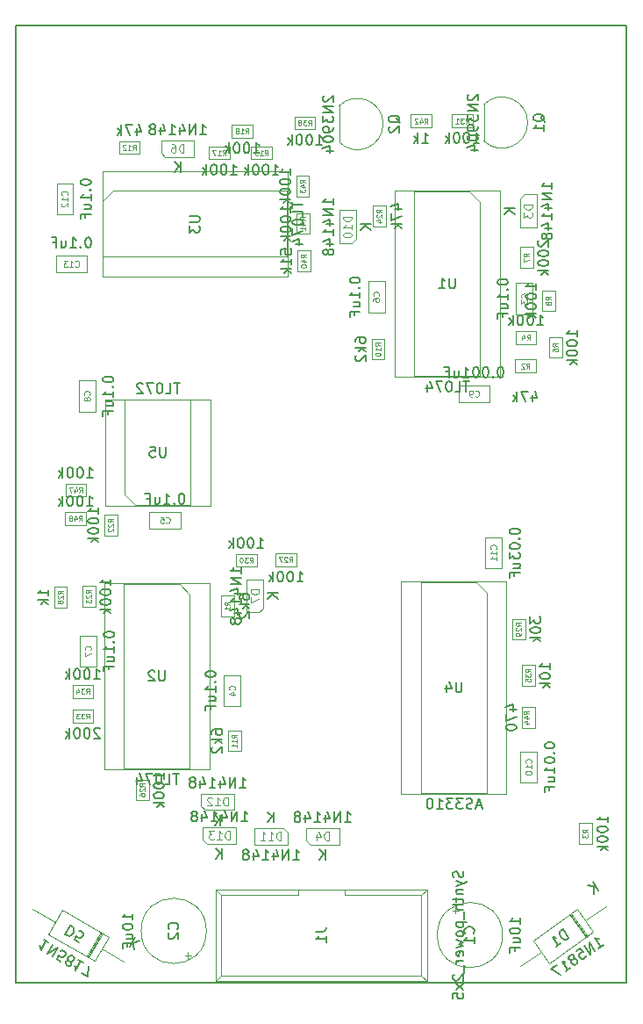
<source format=gbr>
%TF.GenerationSoftware,KiCad,Pcbnew,(5.99.0-13086-gffd1139cfe)*%
%TF.CreationDate,2021-11-22T18:43:28+08:00*%
%TF.ProjectId,Farini_EURO,46617269-6e69-45f4-9555-524f2e6b6963,rev?*%
%TF.SameCoordinates,Original*%
%TF.FileFunction,AssemblyDrawing,Bot*%
%FSLAX46Y46*%
G04 Gerber Fmt 4.6, Leading zero omitted, Abs format (unit mm)*
G04 Created by KiCad (PCBNEW (5.99.0-13086-gffd1139cfe)) date 2021-11-22 18:43:28*
%MOMM*%
%LPD*%
G01*
G04 APERTURE LIST*
%TA.AperFunction,Profile*%
%ADD10C,0.150000*%
%TD*%
%ADD11C,0.150000*%
%ADD12C,0.090000*%
%ADD13C,0.120000*%
%ADD14C,0.080000*%
%ADD15C,0.100000*%
G04 APERTURE END LIST*
D10*
X47205489Y-140455901D02*
X106135489Y-140455901D01*
X47205489Y-48154626D02*
X47205489Y-140455901D01*
X106135489Y-48154626D02*
X47205489Y-48154626D01*
X106135489Y-140455901D02*
X106135489Y-48154626D01*
D11*
%TO.C,C1*%
X95857869Y-134804060D02*
X95857869Y-134232631D01*
X95857869Y-134518346D02*
X94857869Y-134518346D01*
X95000727Y-134423108D01*
X95095965Y-134327869D01*
X95143584Y-134232631D01*
X94857869Y-135423108D02*
X94857869Y-135518346D01*
X94905489Y-135613584D01*
X94953108Y-135661203D01*
X95048346Y-135708822D01*
X95238822Y-135756441D01*
X95476917Y-135756441D01*
X95667393Y-135708822D01*
X95762631Y-135661203D01*
X95810250Y-135613584D01*
X95857869Y-135518346D01*
X95857869Y-135423108D01*
X95810250Y-135327869D01*
X95762631Y-135280250D01*
X95667393Y-135232631D01*
X95476917Y-135185012D01*
X95238822Y-135185012D01*
X95048346Y-135232631D01*
X94953108Y-135280250D01*
X94905489Y-135327869D01*
X94857869Y-135423108D01*
X95191203Y-136613584D02*
X95857869Y-136613584D01*
X95191203Y-136185012D02*
X95715012Y-136185012D01*
X95810250Y-136232631D01*
X95857869Y-136327869D01*
X95857869Y-136470727D01*
X95810250Y-136565965D01*
X95762631Y-136613584D01*
X95334060Y-137423108D02*
X95334060Y-137089774D01*
X95857869Y-137089774D02*
X94857869Y-137089774D01*
X94857869Y-137565965D01*
X91362631Y-135708822D02*
X91410250Y-135661203D01*
X91457869Y-135518346D01*
X91457869Y-135423108D01*
X91410250Y-135280250D01*
X91315012Y-135185012D01*
X91219774Y-135137393D01*
X91029298Y-135089774D01*
X90886441Y-135089774D01*
X90695965Y-135137393D01*
X90600727Y-135185012D01*
X90505489Y-135280250D01*
X90457869Y-135423108D01*
X90457869Y-135518346D01*
X90505489Y-135661203D01*
X90553108Y-135708822D01*
X91457869Y-136661203D02*
X91457869Y-136089774D01*
X91457869Y-136375489D02*
X90457869Y-136375489D01*
X90600727Y-136280250D01*
X90695965Y-136185012D01*
X90743584Y-136089774D01*
%TO.C,C2*%
X58477869Y-134404060D02*
X58477869Y-133832631D01*
X58477869Y-134118346D02*
X57477869Y-134118346D01*
X57620727Y-134023108D01*
X57715965Y-133927869D01*
X57763584Y-133832631D01*
X57477869Y-135023108D02*
X57477869Y-135118346D01*
X57525489Y-135213584D01*
X57573108Y-135261203D01*
X57668346Y-135308822D01*
X57858822Y-135356441D01*
X58096917Y-135356441D01*
X58287393Y-135308822D01*
X58382631Y-135261203D01*
X58430250Y-135213584D01*
X58477869Y-135118346D01*
X58477869Y-135023108D01*
X58430250Y-134927869D01*
X58382631Y-134880250D01*
X58287393Y-134832631D01*
X58096917Y-134785012D01*
X57858822Y-134785012D01*
X57668346Y-134832631D01*
X57573108Y-134880250D01*
X57525489Y-134927869D01*
X57477869Y-135023108D01*
X57811203Y-136213584D02*
X58477869Y-136213584D01*
X57811203Y-135785012D02*
X58335012Y-135785012D01*
X58430250Y-135832631D01*
X58477869Y-135927869D01*
X58477869Y-136070727D01*
X58430250Y-136165965D01*
X58382631Y-136213584D01*
X57954060Y-137023108D02*
X57954060Y-136689774D01*
X58477869Y-136689774D02*
X57477869Y-136689774D01*
X57477869Y-137165965D01*
X62782631Y-135308822D02*
X62830250Y-135261203D01*
X62877869Y-135118346D01*
X62877869Y-135023108D01*
X62830250Y-134880250D01*
X62735012Y-134785012D01*
X62639774Y-134737393D01*
X62449298Y-134689774D01*
X62306441Y-134689774D01*
X62115965Y-134737393D01*
X62020727Y-134785012D01*
X61925489Y-134880250D01*
X61877869Y-135023108D01*
X61877869Y-135118346D01*
X61925489Y-135261203D01*
X61973108Y-135308822D01*
X61973108Y-135689774D02*
X61925489Y-135737393D01*
X61877869Y-135832631D01*
X61877869Y-136070727D01*
X61925489Y-136165965D01*
X61973108Y-136213584D01*
X62068346Y-136261203D01*
X62163584Y-136261203D01*
X62306441Y-136213584D01*
X62877869Y-135642155D01*
X62877869Y-136261203D01*
%TO.C,C3*%
X93667869Y-72872942D02*
X93667869Y-72968180D01*
X93715489Y-73063419D01*
X93763108Y-73111038D01*
X93858346Y-73158657D01*
X94048822Y-73206276D01*
X94286917Y-73206276D01*
X94477393Y-73158657D01*
X94572631Y-73111038D01*
X94620250Y-73063419D01*
X94667869Y-72968180D01*
X94667869Y-72872942D01*
X94620250Y-72777704D01*
X94572631Y-72730085D01*
X94477393Y-72682466D01*
X94286917Y-72634847D01*
X94048822Y-72634847D01*
X93858346Y-72682466D01*
X93763108Y-72730085D01*
X93715489Y-72777704D01*
X93667869Y-72872942D01*
X94572631Y-73634847D02*
X94620250Y-73682466D01*
X94667869Y-73634847D01*
X94620250Y-73587228D01*
X94572631Y-73634847D01*
X94667869Y-73634847D01*
X94667869Y-74634847D02*
X94667869Y-74063419D01*
X94667869Y-74349133D02*
X93667869Y-74349133D01*
X93810727Y-74253895D01*
X93905965Y-74158657D01*
X93953584Y-74063419D01*
X94001203Y-75491990D02*
X94667869Y-75491990D01*
X94001203Y-75063419D02*
X94525012Y-75063419D01*
X94620250Y-75111038D01*
X94667869Y-75206276D01*
X94667869Y-75349133D01*
X94620250Y-75444371D01*
X94572631Y-75491990D01*
X94144060Y-76301514D02*
X94144060Y-75968180D01*
X94667869Y-75968180D02*
X93667869Y-75968180D01*
X93667869Y-76444371D01*
D12*
X96479774Y-74415800D02*
X96508346Y-74387228D01*
X96536917Y-74301514D01*
X96536917Y-74244371D01*
X96508346Y-74158657D01*
X96451203Y-74101514D01*
X96394060Y-74072942D01*
X96279774Y-74044371D01*
X96194060Y-74044371D01*
X96079774Y-74072942D01*
X96022631Y-74101514D01*
X95965489Y-74158657D01*
X95936917Y-74244371D01*
X95936917Y-74301514D01*
X95965489Y-74387228D01*
X95994060Y-74415800D01*
X95936917Y-74615800D02*
X95936917Y-74987228D01*
X96165489Y-74787228D01*
X96165489Y-74872942D01*
X96194060Y-74930085D01*
X96222631Y-74958657D01*
X96279774Y-74987228D01*
X96422631Y-74987228D01*
X96479774Y-74958657D01*
X96508346Y-74930085D01*
X96536917Y-74872942D01*
X96536917Y-74701514D01*
X96508346Y-74644371D01*
X96479774Y-74615800D01*
D11*
%TO.C,C4*%
X65482869Y-110681571D02*
X65482869Y-110776809D01*
X65530489Y-110872048D01*
X65578108Y-110919667D01*
X65673346Y-110967286D01*
X65863822Y-111014905D01*
X66101917Y-111014905D01*
X66292393Y-110967286D01*
X66387631Y-110919667D01*
X66435250Y-110872048D01*
X66482869Y-110776809D01*
X66482869Y-110681571D01*
X66435250Y-110586333D01*
X66387631Y-110538714D01*
X66292393Y-110491095D01*
X66101917Y-110443476D01*
X65863822Y-110443476D01*
X65673346Y-110491095D01*
X65578108Y-110538714D01*
X65530489Y-110586333D01*
X65482869Y-110681571D01*
X66387631Y-111443476D02*
X66435250Y-111491095D01*
X66482869Y-111443476D01*
X66435250Y-111395857D01*
X66387631Y-111443476D01*
X66482869Y-111443476D01*
X66482869Y-112443476D02*
X66482869Y-111872048D01*
X66482869Y-112157762D02*
X65482869Y-112157762D01*
X65625727Y-112062524D01*
X65720965Y-111967286D01*
X65768584Y-111872048D01*
X65816203Y-113300619D02*
X66482869Y-113300619D01*
X65816203Y-112872048D02*
X66340012Y-112872048D01*
X66435250Y-112919667D01*
X66482869Y-113014905D01*
X66482869Y-113157762D01*
X66435250Y-113253000D01*
X66387631Y-113300619D01*
X65959060Y-114110143D02*
X65959060Y-113776809D01*
X66482869Y-113776809D02*
X65482869Y-113776809D01*
X65482869Y-114253000D01*
D12*
X68294774Y-112224429D02*
X68323346Y-112195857D01*
X68351917Y-112110143D01*
X68351917Y-112053000D01*
X68323346Y-111967286D01*
X68266203Y-111910143D01*
X68209060Y-111881571D01*
X68094774Y-111853000D01*
X68009060Y-111853000D01*
X67894774Y-111881571D01*
X67837631Y-111910143D01*
X67780489Y-111967286D01*
X67751917Y-112053000D01*
X67751917Y-112110143D01*
X67780489Y-112195857D01*
X67809060Y-112224429D01*
X67951917Y-112738714D02*
X68351917Y-112738714D01*
X67723346Y-112595857D02*
X68151917Y-112453000D01*
X68151917Y-112824429D01*
D11*
%TO.C,C5*%
X63221828Y-93308669D02*
X63126590Y-93308669D01*
X63031351Y-93356289D01*
X62983732Y-93403908D01*
X62936113Y-93499146D01*
X62888494Y-93689622D01*
X62888494Y-93927717D01*
X62936113Y-94118193D01*
X62983732Y-94213431D01*
X63031351Y-94261050D01*
X63126590Y-94308669D01*
X63221828Y-94308669D01*
X63317066Y-94261050D01*
X63364685Y-94213431D01*
X63412304Y-94118193D01*
X63459923Y-93927717D01*
X63459923Y-93689622D01*
X63412304Y-93499146D01*
X63364685Y-93403908D01*
X63317066Y-93356289D01*
X63221828Y-93308669D01*
X62459923Y-94213431D02*
X62412304Y-94261050D01*
X62459923Y-94308669D01*
X62507542Y-94261050D01*
X62459923Y-94213431D01*
X62459923Y-94308669D01*
X61459923Y-94308669D02*
X62031351Y-94308669D01*
X61745637Y-94308669D02*
X61745637Y-93308669D01*
X61840875Y-93451527D01*
X61936113Y-93546765D01*
X62031351Y-93594384D01*
X60602780Y-93642003D02*
X60602780Y-94308669D01*
X61031351Y-93642003D02*
X61031351Y-94165812D01*
X60983732Y-94261050D01*
X60888494Y-94308669D01*
X60745637Y-94308669D01*
X60650399Y-94261050D01*
X60602780Y-94213431D01*
X59793256Y-93784860D02*
X60126590Y-93784860D01*
X60126590Y-94308669D02*
X60126590Y-93308669D01*
X59650399Y-93308669D01*
D12*
X61678971Y-96120574D02*
X61707542Y-96149146D01*
X61793256Y-96177717D01*
X61850399Y-96177717D01*
X61936113Y-96149146D01*
X61993256Y-96092003D01*
X62021828Y-96034860D01*
X62050399Y-95920574D01*
X62050399Y-95834860D01*
X62021828Y-95720574D01*
X61993256Y-95663431D01*
X61936113Y-95606289D01*
X61850399Y-95577717D01*
X61793256Y-95577717D01*
X61707542Y-95606289D01*
X61678971Y-95634860D01*
X61136113Y-95577717D02*
X61421828Y-95577717D01*
X61450399Y-95863431D01*
X61421828Y-95834860D01*
X61364685Y-95806289D01*
X61221828Y-95806289D01*
X61164685Y-95834860D01*
X61136113Y-95863431D01*
X61107542Y-95920574D01*
X61107542Y-96063431D01*
X61136113Y-96120574D01*
X61164685Y-96149146D01*
X61221828Y-96177717D01*
X61364685Y-96177717D01*
X61421828Y-96149146D01*
X61450399Y-96120574D01*
D11*
%TO.C,C6*%
X79397869Y-72702942D02*
X79397869Y-72798180D01*
X79445489Y-72893419D01*
X79493108Y-72941038D01*
X79588346Y-72988657D01*
X79778822Y-73036276D01*
X80016917Y-73036276D01*
X80207393Y-72988657D01*
X80302631Y-72941038D01*
X80350250Y-72893419D01*
X80397869Y-72798180D01*
X80397869Y-72702942D01*
X80350250Y-72607704D01*
X80302631Y-72560085D01*
X80207393Y-72512466D01*
X80016917Y-72464847D01*
X79778822Y-72464847D01*
X79588346Y-72512466D01*
X79493108Y-72560085D01*
X79445489Y-72607704D01*
X79397869Y-72702942D01*
X80302631Y-73464847D02*
X80350250Y-73512466D01*
X80397869Y-73464847D01*
X80350250Y-73417228D01*
X80302631Y-73464847D01*
X80397869Y-73464847D01*
X80397869Y-74464847D02*
X80397869Y-73893419D01*
X80397869Y-74179133D02*
X79397869Y-74179133D01*
X79540727Y-74083895D01*
X79635965Y-73988657D01*
X79683584Y-73893419D01*
X79731203Y-75321990D02*
X80397869Y-75321990D01*
X79731203Y-74893419D02*
X80255012Y-74893419D01*
X80350250Y-74941038D01*
X80397869Y-75036276D01*
X80397869Y-75179133D01*
X80350250Y-75274371D01*
X80302631Y-75321990D01*
X79874060Y-76131514D02*
X79874060Y-75798180D01*
X80397869Y-75798180D02*
X79397869Y-75798180D01*
X79397869Y-76274371D01*
D12*
X82209774Y-74245800D02*
X82238346Y-74217228D01*
X82266917Y-74131514D01*
X82266917Y-74074371D01*
X82238346Y-73988657D01*
X82181203Y-73931514D01*
X82124060Y-73902942D01*
X82009774Y-73874371D01*
X81924060Y-73874371D01*
X81809774Y-73902942D01*
X81752631Y-73931514D01*
X81695489Y-73988657D01*
X81666917Y-74074371D01*
X81666917Y-74131514D01*
X81695489Y-74217228D01*
X81724060Y-74245800D01*
X81666917Y-74760085D02*
X81666917Y-74645800D01*
X81695489Y-74588657D01*
X81724060Y-74560085D01*
X81809774Y-74502942D01*
X81924060Y-74474371D01*
X82152631Y-74474371D01*
X82209774Y-74502942D01*
X82238346Y-74531514D01*
X82266917Y-74588657D01*
X82266917Y-74702942D01*
X82238346Y-74760085D01*
X82209774Y-74788657D01*
X82152631Y-74817228D01*
X82009774Y-74817228D01*
X81952631Y-74788657D01*
X81924060Y-74760085D01*
X81895489Y-74702942D01*
X81895489Y-74588657D01*
X81924060Y-74531514D01*
X81952631Y-74502942D01*
X82009774Y-74474371D01*
D11*
%TO.C,C7*%
X55672869Y-106861571D02*
X55672869Y-106956809D01*
X55720489Y-107052048D01*
X55768108Y-107099667D01*
X55863346Y-107147286D01*
X56053822Y-107194905D01*
X56291917Y-107194905D01*
X56482393Y-107147286D01*
X56577631Y-107099667D01*
X56625250Y-107052048D01*
X56672869Y-106956809D01*
X56672869Y-106861571D01*
X56625250Y-106766333D01*
X56577631Y-106718714D01*
X56482393Y-106671095D01*
X56291917Y-106623476D01*
X56053822Y-106623476D01*
X55863346Y-106671095D01*
X55768108Y-106718714D01*
X55720489Y-106766333D01*
X55672869Y-106861571D01*
X56577631Y-107623476D02*
X56625250Y-107671095D01*
X56672869Y-107623476D01*
X56625250Y-107575857D01*
X56577631Y-107623476D01*
X56672869Y-107623476D01*
X56672869Y-108623476D02*
X56672869Y-108052048D01*
X56672869Y-108337762D02*
X55672869Y-108337762D01*
X55815727Y-108242524D01*
X55910965Y-108147286D01*
X55958584Y-108052048D01*
X56006203Y-109480619D02*
X56672869Y-109480619D01*
X56006203Y-109052048D02*
X56530012Y-109052048D01*
X56625250Y-109099667D01*
X56672869Y-109194905D01*
X56672869Y-109337762D01*
X56625250Y-109433000D01*
X56577631Y-109480619D01*
X56149060Y-110290143D02*
X56149060Y-109956809D01*
X56672869Y-109956809D02*
X55672869Y-109956809D01*
X55672869Y-110433000D01*
D12*
X54384774Y-108404429D02*
X54413346Y-108375857D01*
X54441917Y-108290143D01*
X54441917Y-108233000D01*
X54413346Y-108147286D01*
X54356203Y-108090143D01*
X54299060Y-108061571D01*
X54184774Y-108033000D01*
X54099060Y-108033000D01*
X53984774Y-108061571D01*
X53927631Y-108090143D01*
X53870489Y-108147286D01*
X53841917Y-108233000D01*
X53841917Y-108290143D01*
X53870489Y-108375857D01*
X53899060Y-108404429D01*
X53841917Y-108604429D02*
X53841917Y-109004429D01*
X54441917Y-108747286D01*
D11*
%TO.C,C8*%
X55581351Y-82263431D02*
X55581351Y-82358669D01*
X55628971Y-82453908D01*
X55676590Y-82501527D01*
X55771828Y-82549146D01*
X55962304Y-82596765D01*
X56200399Y-82596765D01*
X56390875Y-82549146D01*
X56486113Y-82501527D01*
X56533732Y-82453908D01*
X56581351Y-82358669D01*
X56581351Y-82263431D01*
X56533732Y-82168193D01*
X56486113Y-82120574D01*
X56390875Y-82072955D01*
X56200399Y-82025336D01*
X55962304Y-82025336D01*
X55771828Y-82072955D01*
X55676590Y-82120574D01*
X55628971Y-82168193D01*
X55581351Y-82263431D01*
X56486113Y-83025336D02*
X56533732Y-83072955D01*
X56581351Y-83025336D01*
X56533732Y-82977717D01*
X56486113Y-83025336D01*
X56581351Y-83025336D01*
X56581351Y-84025336D02*
X56581351Y-83453908D01*
X56581351Y-83739622D02*
X55581351Y-83739622D01*
X55724209Y-83644384D01*
X55819447Y-83549146D01*
X55867066Y-83453908D01*
X55914685Y-84882479D02*
X56581351Y-84882479D01*
X55914685Y-84453908D02*
X56438494Y-84453908D01*
X56533732Y-84501527D01*
X56581351Y-84596765D01*
X56581351Y-84739622D01*
X56533732Y-84834860D01*
X56486113Y-84882479D01*
X56057542Y-85692003D02*
X56057542Y-85358669D01*
X56581351Y-85358669D02*
X55581351Y-85358669D01*
X55581351Y-85834860D01*
D12*
X54293256Y-83806289D02*
X54321828Y-83777717D01*
X54350399Y-83692003D01*
X54350399Y-83634860D01*
X54321828Y-83549146D01*
X54264685Y-83492003D01*
X54207542Y-83463431D01*
X54093256Y-83434860D01*
X54007542Y-83434860D01*
X53893256Y-83463431D01*
X53836113Y-83492003D01*
X53778971Y-83549146D01*
X53750399Y-83634860D01*
X53750399Y-83692003D01*
X53778971Y-83777717D01*
X53807542Y-83806289D01*
X54007542Y-84149146D02*
X53978971Y-84092003D01*
X53950399Y-84063431D01*
X53893256Y-84034860D01*
X53864685Y-84034860D01*
X53807542Y-84063431D01*
X53778971Y-84092003D01*
X53750399Y-84149146D01*
X53750399Y-84263431D01*
X53778971Y-84320574D01*
X53807542Y-84349146D01*
X53864685Y-84377717D01*
X53893256Y-84377717D01*
X53950399Y-84349146D01*
X53978971Y-84320574D01*
X54007542Y-84263431D01*
X54007542Y-84149146D01*
X54036113Y-84092003D01*
X54064685Y-84063431D01*
X54121828Y-84034860D01*
X54236113Y-84034860D01*
X54293256Y-84063431D01*
X54321828Y-84092003D01*
X54350399Y-84149146D01*
X54350399Y-84263431D01*
X54321828Y-84320574D01*
X54293256Y-84349146D01*
X54236113Y-84377717D01*
X54121828Y-84377717D01*
X54064685Y-84349146D01*
X54036113Y-84320574D01*
X54007542Y-84263431D01*
D11*
%TO.C,C9*%
X94000727Y-81108180D02*
X93905489Y-81108180D01*
X93810250Y-81155800D01*
X93762631Y-81203419D01*
X93715012Y-81298657D01*
X93667393Y-81489133D01*
X93667393Y-81727228D01*
X93715012Y-81917704D01*
X93762631Y-82012942D01*
X93810250Y-82060561D01*
X93905489Y-82108180D01*
X94000727Y-82108180D01*
X94095965Y-82060561D01*
X94143584Y-82012942D01*
X94191203Y-81917704D01*
X94238822Y-81727228D01*
X94238822Y-81489133D01*
X94191203Y-81298657D01*
X94143584Y-81203419D01*
X94095965Y-81155800D01*
X94000727Y-81108180D01*
X93238822Y-82012942D02*
X93191203Y-82060561D01*
X93238822Y-82108180D01*
X93286441Y-82060561D01*
X93238822Y-82012942D01*
X93238822Y-82108180D01*
X92572155Y-81108180D02*
X92476917Y-81108180D01*
X92381679Y-81155800D01*
X92334060Y-81203419D01*
X92286441Y-81298657D01*
X92238822Y-81489133D01*
X92238822Y-81727228D01*
X92286441Y-81917704D01*
X92334060Y-82012942D01*
X92381679Y-82060561D01*
X92476917Y-82108180D01*
X92572155Y-82108180D01*
X92667393Y-82060561D01*
X92715012Y-82012942D01*
X92762631Y-81917704D01*
X92810250Y-81727228D01*
X92810250Y-81489133D01*
X92762631Y-81298657D01*
X92715012Y-81203419D01*
X92667393Y-81155800D01*
X92572155Y-81108180D01*
X91619774Y-81108180D02*
X91524536Y-81108180D01*
X91429298Y-81155800D01*
X91381679Y-81203419D01*
X91334060Y-81298657D01*
X91286441Y-81489133D01*
X91286441Y-81727228D01*
X91334060Y-81917704D01*
X91381679Y-82012942D01*
X91429298Y-82060561D01*
X91524536Y-82108180D01*
X91619774Y-82108180D01*
X91715012Y-82060561D01*
X91762631Y-82012942D01*
X91810250Y-81917704D01*
X91857869Y-81727228D01*
X91857869Y-81489133D01*
X91810250Y-81298657D01*
X91762631Y-81203419D01*
X91715012Y-81155800D01*
X91619774Y-81108180D01*
X90334060Y-82108180D02*
X90905489Y-82108180D01*
X90619774Y-82108180D02*
X90619774Y-81108180D01*
X90715012Y-81251038D01*
X90810250Y-81346276D01*
X90905489Y-81393895D01*
X89476917Y-81441514D02*
X89476917Y-82108180D01*
X89905489Y-81441514D02*
X89905489Y-81965323D01*
X89857869Y-82060561D01*
X89762631Y-82108180D01*
X89619774Y-82108180D01*
X89524536Y-82060561D01*
X89476917Y-82012942D01*
X88667393Y-81584371D02*
X89000727Y-81584371D01*
X89000727Y-82108180D02*
X89000727Y-81108180D01*
X88524536Y-81108180D01*
D12*
X91505489Y-83920085D02*
X91534060Y-83948657D01*
X91619774Y-83977228D01*
X91676917Y-83977228D01*
X91762631Y-83948657D01*
X91819774Y-83891514D01*
X91848346Y-83834371D01*
X91876917Y-83720085D01*
X91876917Y-83634371D01*
X91848346Y-83520085D01*
X91819774Y-83462942D01*
X91762631Y-83405800D01*
X91676917Y-83377228D01*
X91619774Y-83377228D01*
X91534060Y-83405800D01*
X91505489Y-83434371D01*
X91219774Y-83977228D02*
X91105489Y-83977228D01*
X91048346Y-83948657D01*
X91019774Y-83920085D01*
X90962631Y-83834371D01*
X90934060Y-83720085D01*
X90934060Y-83491514D01*
X90962631Y-83434371D01*
X90991203Y-83405800D01*
X91048346Y-83377228D01*
X91162631Y-83377228D01*
X91219774Y-83405800D01*
X91248346Y-83434371D01*
X91276917Y-83491514D01*
X91276917Y-83634371D01*
X91248346Y-83691514D01*
X91219774Y-83720085D01*
X91162631Y-83748657D01*
X91048346Y-83748657D01*
X90991203Y-83720085D01*
X90962631Y-83691514D01*
X90934060Y-83634371D01*
D11*
%TO.C,C10*%
X98195764Y-117548856D02*
X98195764Y-117644094D01*
X98243384Y-117739332D01*
X98291003Y-117786951D01*
X98386241Y-117834570D01*
X98576717Y-117882189D01*
X98814812Y-117882189D01*
X99005288Y-117834570D01*
X99100526Y-117786951D01*
X99148145Y-117739332D01*
X99195764Y-117644094D01*
X99195764Y-117548856D01*
X99148145Y-117453618D01*
X99100526Y-117405999D01*
X99005288Y-117358380D01*
X98814812Y-117310761D01*
X98576717Y-117310761D01*
X98386241Y-117358380D01*
X98291003Y-117405999D01*
X98243384Y-117453618D01*
X98195764Y-117548856D01*
X99100526Y-118310761D02*
X99148145Y-118358380D01*
X99195764Y-118310761D01*
X99148145Y-118263142D01*
X99100526Y-118310761D01*
X99195764Y-118310761D01*
X98195764Y-118977427D02*
X98195764Y-119072665D01*
X98243384Y-119167904D01*
X98291003Y-119215523D01*
X98386241Y-119263142D01*
X98576717Y-119310761D01*
X98814812Y-119310761D01*
X99005288Y-119263142D01*
X99100526Y-119215523D01*
X99148145Y-119167904D01*
X99195764Y-119072665D01*
X99195764Y-118977427D01*
X99148145Y-118882189D01*
X99100526Y-118834570D01*
X99005288Y-118786951D01*
X98814812Y-118739332D01*
X98576717Y-118739332D01*
X98386241Y-118786951D01*
X98291003Y-118834570D01*
X98243384Y-118882189D01*
X98195764Y-118977427D01*
X99195764Y-120263142D02*
X99195764Y-119691713D01*
X99195764Y-119977427D02*
X98195764Y-119977427D01*
X98338622Y-119882189D01*
X98433860Y-119786951D01*
X98481479Y-119691713D01*
X98529098Y-121120284D02*
X99195764Y-121120284D01*
X98529098Y-120691713D02*
X99052907Y-120691713D01*
X99148145Y-120739332D01*
X99195764Y-120834570D01*
X99195764Y-120977427D01*
X99148145Y-121072665D01*
X99100526Y-121120284D01*
X98671955Y-121929808D02*
X98671955Y-121596475D01*
X99195764Y-121596475D02*
X98195764Y-121596475D01*
X98195764Y-122072665D01*
D12*
X96907669Y-119282189D02*
X96936241Y-119253618D01*
X96964812Y-119167904D01*
X96964812Y-119110761D01*
X96936241Y-119025046D01*
X96879098Y-118967904D01*
X96821955Y-118939332D01*
X96707669Y-118910761D01*
X96621955Y-118910761D01*
X96507669Y-118939332D01*
X96450526Y-118967904D01*
X96393384Y-119025046D01*
X96364812Y-119110761D01*
X96364812Y-119167904D01*
X96393384Y-119253618D01*
X96421955Y-119282189D01*
X96964812Y-119853618D02*
X96964812Y-119510761D01*
X96964812Y-119682189D02*
X96364812Y-119682189D01*
X96450526Y-119625046D01*
X96507669Y-119567904D01*
X96536241Y-119510761D01*
X96364812Y-120225046D02*
X96364812Y-120282189D01*
X96393384Y-120339332D01*
X96421955Y-120367904D01*
X96479098Y-120396475D01*
X96593384Y-120425046D01*
X96736241Y-120425046D01*
X96850526Y-120396475D01*
X96907669Y-120367904D01*
X96936241Y-120339332D01*
X96964812Y-120282189D01*
X96964812Y-120225046D01*
X96936241Y-120167904D01*
X96907669Y-120139332D01*
X96850526Y-120110761D01*
X96736241Y-120082189D01*
X96593384Y-120082189D01*
X96479098Y-120110761D01*
X96421955Y-120139332D01*
X96393384Y-120167904D01*
X96364812Y-120225046D01*
D11*
%TO.C,C11*%
X94817869Y-96906441D02*
X94817869Y-97001679D01*
X94865489Y-97096917D01*
X94913108Y-97144536D01*
X95008346Y-97192155D01*
X95198822Y-97239774D01*
X95436917Y-97239774D01*
X95627393Y-97192155D01*
X95722631Y-97144536D01*
X95770250Y-97096917D01*
X95817869Y-97001679D01*
X95817869Y-96906441D01*
X95770250Y-96811203D01*
X95722631Y-96763584D01*
X95627393Y-96715965D01*
X95436917Y-96668346D01*
X95198822Y-96668346D01*
X95008346Y-96715965D01*
X94913108Y-96763584D01*
X94865489Y-96811203D01*
X94817869Y-96906441D01*
X95722631Y-97668346D02*
X95770250Y-97715965D01*
X95817869Y-97668346D01*
X95770250Y-97620727D01*
X95722631Y-97668346D01*
X95817869Y-97668346D01*
X94817869Y-98335012D02*
X94817869Y-98430250D01*
X94865489Y-98525489D01*
X94913108Y-98573108D01*
X95008346Y-98620727D01*
X95198822Y-98668346D01*
X95436917Y-98668346D01*
X95627393Y-98620727D01*
X95722631Y-98573108D01*
X95770250Y-98525489D01*
X95817869Y-98430250D01*
X95817869Y-98335012D01*
X95770250Y-98239774D01*
X95722631Y-98192155D01*
X95627393Y-98144536D01*
X95436917Y-98096917D01*
X95198822Y-98096917D01*
X95008346Y-98144536D01*
X94913108Y-98192155D01*
X94865489Y-98239774D01*
X94817869Y-98335012D01*
X94817869Y-99001679D02*
X94817869Y-99620727D01*
X95198822Y-99287393D01*
X95198822Y-99430250D01*
X95246441Y-99525489D01*
X95294060Y-99573108D01*
X95389298Y-99620727D01*
X95627393Y-99620727D01*
X95722631Y-99573108D01*
X95770250Y-99525489D01*
X95817869Y-99430250D01*
X95817869Y-99144536D01*
X95770250Y-99049298D01*
X95722631Y-99001679D01*
X95151203Y-100477869D02*
X95817869Y-100477869D01*
X95151203Y-100049298D02*
X95675012Y-100049298D01*
X95770250Y-100096917D01*
X95817869Y-100192155D01*
X95817869Y-100335012D01*
X95770250Y-100430250D01*
X95722631Y-100477869D01*
X95294060Y-101287393D02*
X95294060Y-100954060D01*
X95817869Y-100954060D02*
X94817869Y-100954060D01*
X94817869Y-101430250D01*
D12*
X93529774Y-98639774D02*
X93558346Y-98611203D01*
X93586917Y-98525489D01*
X93586917Y-98468346D01*
X93558346Y-98382631D01*
X93501203Y-98325489D01*
X93444060Y-98296917D01*
X93329774Y-98268346D01*
X93244060Y-98268346D01*
X93129774Y-98296917D01*
X93072631Y-98325489D01*
X93015489Y-98382631D01*
X92986917Y-98468346D01*
X92986917Y-98525489D01*
X93015489Y-98611203D01*
X93044060Y-98639774D01*
X93586917Y-99211203D02*
X93586917Y-98868346D01*
X93586917Y-99039774D02*
X92986917Y-99039774D01*
X93072631Y-98982631D01*
X93129774Y-98925489D01*
X93158346Y-98868346D01*
X93586917Y-99782631D02*
X93586917Y-99439774D01*
X93586917Y-99611203D02*
X92986917Y-99611203D01*
X93072631Y-99554060D01*
X93129774Y-99496917D01*
X93158346Y-99439774D01*
D11*
%TO.C,D1*%
X103437022Y-137150271D02*
X103905109Y-136822513D01*
X103671066Y-136986392D02*
X103097489Y-136167240D01*
X103257443Y-136229635D01*
X103390084Y-136253023D01*
X103495412Y-136237404D01*
X103085957Y-137396089D02*
X102512381Y-136576937D01*
X102617870Y-137723847D01*
X102044294Y-136904695D01*
X101264149Y-137450959D02*
X101654221Y-137177827D01*
X101966360Y-137540586D01*
X101900040Y-137528892D01*
X101794712Y-137544511D01*
X101599676Y-137681077D01*
X101548975Y-137774711D01*
X101537281Y-137841031D01*
X101552900Y-137946359D01*
X101689466Y-138141395D01*
X101783099Y-138192096D01*
X101849420Y-138203790D01*
X101954747Y-138188171D01*
X102149783Y-138051605D01*
X102200485Y-137957972D01*
X102212179Y-137891651D01*
X101002873Y-138157095D02*
X101053575Y-138063461D01*
X101065269Y-137997141D01*
X101049650Y-137891813D01*
X101022337Y-137852806D01*
X100928703Y-137802105D01*
X100862383Y-137790411D01*
X100757055Y-137806030D01*
X100601026Y-137915282D01*
X100550325Y-138008916D01*
X100538631Y-138075236D01*
X100554250Y-138180564D01*
X100581563Y-138219571D01*
X100675196Y-138270273D01*
X100741517Y-138281967D01*
X100846844Y-138266348D01*
X101002873Y-138157095D01*
X101108201Y-138141476D01*
X101174521Y-138153170D01*
X101268155Y-138203871D01*
X101377408Y-138359900D01*
X101393027Y-138465228D01*
X101381333Y-138531548D01*
X101330631Y-138625182D01*
X101174602Y-138734434D01*
X101069275Y-138750053D01*
X101002954Y-138738359D01*
X100909321Y-138687658D01*
X100800068Y-138531629D01*
X100784449Y-138426301D01*
X100796143Y-138359981D01*
X100846844Y-138266348D01*
X100238429Y-139389950D02*
X100706516Y-139062192D01*
X100472472Y-139226071D02*
X99898896Y-138406919D01*
X100058850Y-138469315D01*
X100191490Y-138492703D01*
X100296818Y-138477084D01*
X99391802Y-138761990D02*
X98845700Y-139144375D01*
X99770342Y-139717708D01*
X103436284Y-131571848D02*
X102862708Y-130752696D01*
X102968197Y-131899606D02*
X102991505Y-131185700D01*
X102394621Y-131080454D02*
X103190466Y-131220783D01*
X100550106Y-136156398D02*
X99976529Y-135337246D01*
X99781493Y-135473812D01*
X99691785Y-135594759D01*
X99668396Y-135727400D01*
X99684016Y-135832727D01*
X99754261Y-136016069D01*
X99836200Y-136133091D01*
X99984460Y-136261807D01*
X100078094Y-136312508D01*
X100210735Y-136335896D01*
X100355070Y-136292964D01*
X100550106Y-136156398D01*
X99301874Y-137030419D02*
X99769961Y-136702662D01*
X99535918Y-136866541D02*
X98962341Y-136047388D01*
X99122295Y-136109784D01*
X99254936Y-136133172D01*
X99360264Y-136117553D01*
%TO.C,D3*%
X98937869Y-63932942D02*
X98937869Y-63361514D01*
X98937869Y-63647228D02*
X97937869Y-63647228D01*
X98080727Y-63551990D01*
X98175965Y-63456752D01*
X98223584Y-63361514D01*
X98937869Y-64361514D02*
X97937869Y-64361514D01*
X98937869Y-64932942D01*
X97937869Y-64932942D01*
X98271203Y-65837704D02*
X98937869Y-65837704D01*
X97890250Y-65599609D02*
X98604536Y-65361514D01*
X98604536Y-65980561D01*
X98937869Y-66885323D02*
X98937869Y-66313895D01*
X98937869Y-66599609D02*
X97937869Y-66599609D01*
X98080727Y-66504371D01*
X98175965Y-66409133D01*
X98223584Y-66313895D01*
X98271203Y-67742466D02*
X98937869Y-67742466D01*
X97890250Y-67504371D02*
X98604536Y-67266276D01*
X98604536Y-67885323D01*
X98366441Y-68409133D02*
X98318822Y-68313895D01*
X98271203Y-68266276D01*
X98175965Y-68218657D01*
X98128346Y-68218657D01*
X98033108Y-68266276D01*
X97985489Y-68313895D01*
X97937869Y-68409133D01*
X97937869Y-68599609D01*
X97985489Y-68694847D01*
X98033108Y-68742466D01*
X98128346Y-68790085D01*
X98175965Y-68790085D01*
X98271203Y-68742466D01*
X98318822Y-68694847D01*
X98366441Y-68599609D01*
X98366441Y-68409133D01*
X98414060Y-68313895D01*
X98461679Y-68266276D01*
X98556917Y-68218657D01*
X98747393Y-68218657D01*
X98842631Y-68266276D01*
X98890250Y-68313895D01*
X98937869Y-68409133D01*
X98937869Y-68599609D01*
X98890250Y-68694847D01*
X98842631Y-68742466D01*
X98747393Y-68790085D01*
X98556917Y-68790085D01*
X98461679Y-68742466D01*
X98414060Y-68694847D01*
X98366441Y-68599609D01*
D13*
X97027393Y-65485323D02*
X96227393Y-65485323D01*
X96227393Y-65675800D01*
X96265489Y-65790085D01*
X96341679Y-65866276D01*
X96417869Y-65904371D01*
X96570250Y-65942466D01*
X96684536Y-65942466D01*
X96836917Y-65904371D01*
X96913108Y-65866276D01*
X96989298Y-65790085D01*
X97027393Y-65675800D01*
X97027393Y-65485323D01*
X96227393Y-66209133D02*
X96227393Y-66704371D01*
X96532155Y-66437704D01*
X96532155Y-66551990D01*
X96570250Y-66628180D01*
X96608346Y-66666276D01*
X96684536Y-66704371D01*
X96875012Y-66704371D01*
X96951203Y-66666276D01*
X96989298Y-66628180D01*
X97027393Y-66551990D01*
X97027393Y-66323419D01*
X96989298Y-66247228D01*
X96951203Y-66209133D01*
D11*
X95317869Y-65813895D02*
X94317869Y-65813895D01*
X95317869Y-66385323D02*
X94746441Y-65956752D01*
X94317869Y-66385323D02*
X94889298Y-65813895D01*
%TO.C,D5*%
X50340910Y-136591370D02*
X49846039Y-136305655D01*
X50093474Y-136448512D02*
X49593474Y-137314538D01*
X49582424Y-137143201D01*
X49547565Y-137013103D01*
X49488896Y-136924245D01*
X50712064Y-136805655D02*
X50212064Y-137671681D01*
X51206936Y-137091370D01*
X50706936Y-137957395D01*
X51531722Y-138433585D02*
X51119329Y-138195490D01*
X51316185Y-137759288D01*
X51333614Y-137824336D01*
X51392284Y-137913195D01*
X51598480Y-138032242D01*
X51704768Y-138038622D01*
X51769817Y-138021192D01*
X51858675Y-137962523D01*
X51977723Y-137756327D01*
X51984103Y-137650039D01*
X51966673Y-137584990D01*
X51908004Y-137496131D01*
X51701807Y-137377084D01*
X51595519Y-137370704D01*
X51530470Y-137388134D01*
X52282118Y-138371955D02*
X52175830Y-138365576D01*
X52110781Y-138383006D01*
X52021923Y-138441675D01*
X51998114Y-138482914D01*
X51991734Y-138589202D01*
X52009164Y-138654251D01*
X52067833Y-138743109D01*
X52232790Y-138838347D01*
X52339078Y-138844727D01*
X52404127Y-138827297D01*
X52492985Y-138768628D01*
X52516795Y-138727389D01*
X52523175Y-138621101D01*
X52505745Y-138556052D01*
X52447076Y-138467194D01*
X52282118Y-138371955D01*
X52223449Y-138283097D01*
X52206020Y-138218048D01*
X52212399Y-138111760D01*
X52307637Y-137946803D01*
X52396496Y-137888134D01*
X52461545Y-137870704D01*
X52567833Y-137877084D01*
X52732790Y-137972322D01*
X52791459Y-138061180D01*
X52808889Y-138126229D01*
X52802509Y-138232517D01*
X52707271Y-138397474D01*
X52618413Y-138456144D01*
X52553364Y-138473573D01*
X52447076Y-138467194D01*
X53722533Y-138543750D02*
X53227662Y-138258036D01*
X53475097Y-138400893D02*
X52975097Y-139266919D01*
X52964047Y-139095582D01*
X52929188Y-138965484D01*
X52870519Y-138876626D01*
X53511208Y-139576443D02*
X54088559Y-139909776D01*
X54217405Y-138829465D01*
X52454720Y-134959667D02*
X51954720Y-135825693D01*
X52160916Y-135944741D01*
X52308444Y-135974930D01*
X52438541Y-135940070D01*
X52527400Y-135881401D01*
X52663877Y-135740253D01*
X52735306Y-135616536D01*
X52789304Y-135427769D01*
X52795684Y-135321481D01*
X52760825Y-135191383D01*
X52660916Y-135078715D01*
X52454720Y-134959667D01*
X53233138Y-136563788D02*
X52820745Y-136325693D01*
X53017601Y-135889490D01*
X53035031Y-135954539D01*
X53093700Y-136043397D01*
X53299896Y-136162445D01*
X53406185Y-136168825D01*
X53471233Y-136151395D01*
X53560092Y-136092726D01*
X53679139Y-135886529D01*
X53685519Y-135780241D01*
X53668089Y-135715193D01*
X53609420Y-135626334D01*
X53403224Y-135507287D01*
X53296936Y-135500907D01*
X53231887Y-135518337D01*
X58654272Y-136114110D02*
X58154272Y-136980135D01*
X59149143Y-136399824D02*
X58492275Y-136680410D01*
X58649143Y-137265849D02*
X58439986Y-136485263D01*
%TO.C,D6*%
X64940846Y-58713349D02*
X65512274Y-58713349D01*
X65226560Y-58713349D02*
X65226560Y-57713349D01*
X65321798Y-57856207D01*
X65417036Y-57951445D01*
X65512274Y-57999064D01*
X64512274Y-58713349D02*
X64512274Y-57713349D01*
X63940846Y-58713349D01*
X63940846Y-57713349D01*
X63036084Y-58046683D02*
X63036084Y-58713349D01*
X63274179Y-57665730D02*
X63512274Y-58380016D01*
X62893227Y-58380016D01*
X61988465Y-58713349D02*
X62559893Y-58713349D01*
X62274179Y-58713349D02*
X62274179Y-57713349D01*
X62369417Y-57856207D01*
X62464655Y-57951445D01*
X62559893Y-57999064D01*
X61131322Y-58046683D02*
X61131322Y-58713349D01*
X61369417Y-57665730D02*
X61607512Y-58380016D01*
X60988465Y-58380016D01*
X60464655Y-58141921D02*
X60559893Y-58094302D01*
X60607512Y-58046683D01*
X60655131Y-57951445D01*
X60655131Y-57903826D01*
X60607512Y-57808588D01*
X60559893Y-57760969D01*
X60464655Y-57713349D01*
X60274179Y-57713349D01*
X60178941Y-57760969D01*
X60131322Y-57808588D01*
X60083703Y-57903826D01*
X60083703Y-57951445D01*
X60131322Y-58046683D01*
X60178941Y-58094302D01*
X60274179Y-58141921D01*
X60464655Y-58141921D01*
X60559893Y-58189540D01*
X60607512Y-58237159D01*
X60655131Y-58332397D01*
X60655131Y-58522873D01*
X60607512Y-58618111D01*
X60559893Y-58665730D01*
X60464655Y-58713349D01*
X60274179Y-58713349D01*
X60178941Y-58665730D01*
X60131322Y-58618111D01*
X60083703Y-58522873D01*
X60083703Y-58332397D01*
X60131322Y-58237159D01*
X60178941Y-58189540D01*
X60274179Y-58141921D01*
D13*
X63388465Y-60442873D02*
X63388465Y-59642873D01*
X63197989Y-59642873D01*
X63083703Y-59680969D01*
X63007512Y-59757159D01*
X62969417Y-59833349D01*
X62931322Y-59985730D01*
X62931322Y-60100016D01*
X62969417Y-60252397D01*
X63007512Y-60328588D01*
X63083703Y-60404778D01*
X63197989Y-60442873D01*
X63388465Y-60442873D01*
X62245608Y-59642873D02*
X62397989Y-59642873D01*
X62474179Y-59680969D01*
X62512274Y-59719064D01*
X62588465Y-59833349D01*
X62626560Y-59985730D01*
X62626560Y-60290492D01*
X62588465Y-60366683D01*
X62550369Y-60404778D01*
X62474179Y-60442873D01*
X62321798Y-60442873D01*
X62245608Y-60404778D01*
X62207512Y-60366683D01*
X62169417Y-60290492D01*
X62169417Y-60100016D01*
X62207512Y-60023826D01*
X62245608Y-59985730D01*
X62321798Y-59947635D01*
X62474179Y-59947635D01*
X62550369Y-59985730D01*
X62588465Y-60023826D01*
X62626560Y-60100016D01*
D11*
X63059893Y-62333349D02*
X63059893Y-61333349D01*
X62488465Y-62333349D02*
X62917036Y-61761921D01*
X62488465Y-61333349D02*
X63059893Y-61904778D01*
%TO.C,D7*%
X68897869Y-101032631D02*
X68897869Y-100461203D01*
X68897869Y-100746917D02*
X67897869Y-100746917D01*
X68040727Y-100651679D01*
X68135965Y-100556441D01*
X68183584Y-100461203D01*
X68897869Y-101461203D02*
X67897869Y-101461203D01*
X68897869Y-102032631D01*
X67897869Y-102032631D01*
X68231203Y-102937393D02*
X68897869Y-102937393D01*
X67850250Y-102699298D02*
X68564536Y-102461203D01*
X68564536Y-103080250D01*
X68897869Y-103985012D02*
X68897869Y-103413584D01*
X68897869Y-103699298D02*
X67897869Y-103699298D01*
X68040727Y-103604060D01*
X68135965Y-103508822D01*
X68183584Y-103413584D01*
X68231203Y-104842155D02*
X68897869Y-104842155D01*
X67850250Y-104604060D02*
X68564536Y-104365965D01*
X68564536Y-104985012D01*
X68326441Y-105508822D02*
X68278822Y-105413584D01*
X68231203Y-105365965D01*
X68135965Y-105318346D01*
X68088346Y-105318346D01*
X67993108Y-105365965D01*
X67945489Y-105413584D01*
X67897869Y-105508822D01*
X67897869Y-105699298D01*
X67945489Y-105794536D01*
X67993108Y-105842155D01*
X68088346Y-105889774D01*
X68135965Y-105889774D01*
X68231203Y-105842155D01*
X68278822Y-105794536D01*
X68326441Y-105699298D01*
X68326441Y-105508822D01*
X68374060Y-105413584D01*
X68421679Y-105365965D01*
X68516917Y-105318346D01*
X68707393Y-105318346D01*
X68802631Y-105365965D01*
X68850250Y-105413584D01*
X68897869Y-105508822D01*
X68897869Y-105699298D01*
X68850250Y-105794536D01*
X68802631Y-105842155D01*
X68707393Y-105889774D01*
X68516917Y-105889774D01*
X68421679Y-105842155D01*
X68374060Y-105794536D01*
X68326441Y-105699298D01*
X72517869Y-102913584D02*
X71517869Y-102913584D01*
X72517869Y-103485012D02*
X71946441Y-103056441D01*
X71517869Y-103485012D02*
X72089298Y-102913584D01*
D13*
X70627393Y-102585012D02*
X69827393Y-102585012D01*
X69827393Y-102775489D01*
X69865489Y-102889774D01*
X69941679Y-102965965D01*
X70017869Y-103004060D01*
X70170250Y-103042155D01*
X70284536Y-103042155D01*
X70436917Y-103004060D01*
X70513108Y-102965965D01*
X70589298Y-102889774D01*
X70627393Y-102775489D01*
X70627393Y-102585012D01*
X69827393Y-103308822D02*
X69827393Y-103842155D01*
X70627393Y-103499298D01*
D11*
%TO.C,D10*%
X77850369Y-65458111D02*
X77850369Y-64886683D01*
X77850369Y-65172397D02*
X76850369Y-65172397D01*
X76993227Y-65077159D01*
X77088465Y-64981921D01*
X77136084Y-64886683D01*
X77850369Y-65886683D02*
X76850369Y-65886683D01*
X77850369Y-66458111D01*
X76850369Y-66458111D01*
X77183703Y-67362873D02*
X77850369Y-67362873D01*
X76802750Y-67124778D02*
X77517036Y-66886683D01*
X77517036Y-67505730D01*
X77850369Y-68410492D02*
X77850369Y-67839064D01*
X77850369Y-68124778D02*
X76850369Y-68124778D01*
X76993227Y-68029540D01*
X77088465Y-67934302D01*
X77136084Y-67839064D01*
X77183703Y-69267635D02*
X77850369Y-69267635D01*
X76802750Y-69029540D02*
X77517036Y-68791445D01*
X77517036Y-69410492D01*
X77278941Y-69934302D02*
X77231322Y-69839064D01*
X77183703Y-69791445D01*
X77088465Y-69743826D01*
X77040846Y-69743826D01*
X76945608Y-69791445D01*
X76897989Y-69839064D01*
X76850369Y-69934302D01*
X76850369Y-70124778D01*
X76897989Y-70220016D01*
X76945608Y-70267635D01*
X77040846Y-70315254D01*
X77088465Y-70315254D01*
X77183703Y-70267635D01*
X77231322Y-70220016D01*
X77278941Y-70124778D01*
X77278941Y-69934302D01*
X77326560Y-69839064D01*
X77374179Y-69791445D01*
X77469417Y-69743826D01*
X77659893Y-69743826D01*
X77755131Y-69791445D01*
X77802750Y-69839064D01*
X77850369Y-69934302D01*
X77850369Y-70124778D01*
X77802750Y-70220016D01*
X77755131Y-70267635D01*
X77659893Y-70315254D01*
X77469417Y-70315254D01*
X77374179Y-70267635D01*
X77326560Y-70220016D01*
X77278941Y-70124778D01*
X81470369Y-67339064D02*
X80470369Y-67339064D01*
X81470369Y-67910492D02*
X80898941Y-67481921D01*
X80470369Y-67910492D02*
X81041798Y-67339064D01*
D13*
X79579893Y-66629540D02*
X78779893Y-66629540D01*
X78779893Y-66820016D01*
X78817989Y-66934302D01*
X78894179Y-67010492D01*
X78970369Y-67048588D01*
X79122750Y-67086683D01*
X79237036Y-67086683D01*
X79389417Y-67048588D01*
X79465608Y-67010492D01*
X79541798Y-66934302D01*
X79579893Y-66820016D01*
X79579893Y-66629540D01*
X79579893Y-67848588D02*
X79579893Y-67391445D01*
X79579893Y-67620016D02*
X78779893Y-67620016D01*
X78894179Y-67543826D01*
X78970369Y-67467635D01*
X79008465Y-67391445D01*
X78779893Y-68343826D02*
X78779893Y-68420016D01*
X78817989Y-68496207D01*
X78856084Y-68534302D01*
X78932274Y-68572397D01*
X79084655Y-68610492D01*
X79275131Y-68610492D01*
X79427512Y-68572397D01*
X79503703Y-68534302D01*
X79541798Y-68496207D01*
X79579893Y-68420016D01*
X79579893Y-68343826D01*
X79541798Y-68267635D01*
X79503703Y-68229540D01*
X79427512Y-68191445D01*
X79275131Y-68153349D01*
X79084655Y-68153349D01*
X78932274Y-68191445D01*
X78856084Y-68229540D01*
X78817989Y-68267635D01*
X78779893Y-68343826D01*
D11*
%TO.C,D11*%
X73948346Y-128637869D02*
X74519774Y-128637869D01*
X74234060Y-128637869D02*
X74234060Y-127637869D01*
X74329298Y-127780727D01*
X74424536Y-127875965D01*
X74519774Y-127923584D01*
X73519774Y-128637869D02*
X73519774Y-127637869D01*
X72948346Y-128637869D01*
X72948346Y-127637869D01*
X72043584Y-127971203D02*
X72043584Y-128637869D01*
X72281679Y-127590250D02*
X72519774Y-128304536D01*
X71900727Y-128304536D01*
X70995965Y-128637869D02*
X71567393Y-128637869D01*
X71281679Y-128637869D02*
X71281679Y-127637869D01*
X71376917Y-127780727D01*
X71472155Y-127875965D01*
X71567393Y-127923584D01*
X70138822Y-127971203D02*
X70138822Y-128637869D01*
X70376917Y-127590250D02*
X70615012Y-128304536D01*
X69995965Y-128304536D01*
X69472155Y-128066441D02*
X69567393Y-128018822D01*
X69615012Y-127971203D01*
X69662631Y-127875965D01*
X69662631Y-127828346D01*
X69615012Y-127733108D01*
X69567393Y-127685489D01*
X69472155Y-127637869D01*
X69281679Y-127637869D01*
X69186441Y-127685489D01*
X69138822Y-127733108D01*
X69091203Y-127828346D01*
X69091203Y-127875965D01*
X69138822Y-127971203D01*
X69186441Y-128018822D01*
X69281679Y-128066441D01*
X69472155Y-128066441D01*
X69567393Y-128114060D01*
X69615012Y-128161679D01*
X69662631Y-128256917D01*
X69662631Y-128447393D01*
X69615012Y-128542631D01*
X69567393Y-128590250D01*
X69472155Y-128637869D01*
X69281679Y-128637869D01*
X69186441Y-128590250D01*
X69138822Y-128542631D01*
X69091203Y-128447393D01*
X69091203Y-128256917D01*
X69138822Y-128161679D01*
X69186441Y-128114060D01*
X69281679Y-128066441D01*
D13*
X72776917Y-126727393D02*
X72776917Y-125927393D01*
X72586441Y-125927393D01*
X72472155Y-125965489D01*
X72395965Y-126041679D01*
X72357869Y-126117869D01*
X72319774Y-126270250D01*
X72319774Y-126384536D01*
X72357869Y-126536917D01*
X72395965Y-126613108D01*
X72472155Y-126689298D01*
X72586441Y-126727393D01*
X72776917Y-126727393D01*
X71557869Y-126727393D02*
X72015012Y-126727393D01*
X71786441Y-126727393D02*
X71786441Y-125927393D01*
X71862631Y-126041679D01*
X71938822Y-126117869D01*
X72015012Y-126155965D01*
X70795965Y-126727393D02*
X71253108Y-126727393D01*
X71024536Y-126727393D02*
X71024536Y-125927393D01*
X71100727Y-126041679D01*
X71176917Y-126117869D01*
X71253108Y-126155965D01*
D11*
X72067393Y-125017869D02*
X72067393Y-124017869D01*
X71495965Y-125017869D02*
X71924536Y-124446441D01*
X71495965Y-124017869D02*
X72067393Y-124589298D01*
%TO.C,D12*%
X68808346Y-121667869D02*
X69379774Y-121667869D01*
X69094060Y-121667869D02*
X69094060Y-120667869D01*
X69189298Y-120810727D01*
X69284536Y-120905965D01*
X69379774Y-120953584D01*
X68379774Y-121667869D02*
X68379774Y-120667869D01*
X67808346Y-121667869D01*
X67808346Y-120667869D01*
X66903584Y-121001203D02*
X66903584Y-121667869D01*
X67141679Y-120620250D02*
X67379774Y-121334536D01*
X66760727Y-121334536D01*
X65855965Y-121667869D02*
X66427393Y-121667869D01*
X66141679Y-121667869D02*
X66141679Y-120667869D01*
X66236917Y-120810727D01*
X66332155Y-120905965D01*
X66427393Y-120953584D01*
X64998822Y-121001203D02*
X64998822Y-121667869D01*
X65236917Y-120620250D02*
X65475012Y-121334536D01*
X64855965Y-121334536D01*
X64332155Y-121096441D02*
X64427393Y-121048822D01*
X64475012Y-121001203D01*
X64522631Y-120905965D01*
X64522631Y-120858346D01*
X64475012Y-120763108D01*
X64427393Y-120715489D01*
X64332155Y-120667869D01*
X64141679Y-120667869D01*
X64046441Y-120715489D01*
X63998822Y-120763108D01*
X63951203Y-120858346D01*
X63951203Y-120905965D01*
X63998822Y-121001203D01*
X64046441Y-121048822D01*
X64141679Y-121096441D01*
X64332155Y-121096441D01*
X64427393Y-121144060D01*
X64475012Y-121191679D01*
X64522631Y-121286917D01*
X64522631Y-121477393D01*
X64475012Y-121572631D01*
X64427393Y-121620250D01*
X64332155Y-121667869D01*
X64141679Y-121667869D01*
X64046441Y-121620250D01*
X63998822Y-121572631D01*
X63951203Y-121477393D01*
X63951203Y-121286917D01*
X63998822Y-121191679D01*
X64046441Y-121144060D01*
X64141679Y-121096441D01*
X66927393Y-125287869D02*
X66927393Y-124287869D01*
X66355965Y-125287869D02*
X66784536Y-124716441D01*
X66355965Y-124287869D02*
X66927393Y-124859298D01*
D13*
X67636917Y-123397393D02*
X67636917Y-122597393D01*
X67446441Y-122597393D01*
X67332155Y-122635489D01*
X67255965Y-122711679D01*
X67217869Y-122787869D01*
X67179774Y-122940250D01*
X67179774Y-123054536D01*
X67217869Y-123206917D01*
X67255965Y-123283108D01*
X67332155Y-123359298D01*
X67446441Y-123397393D01*
X67636917Y-123397393D01*
X66417869Y-123397393D02*
X66875012Y-123397393D01*
X66646441Y-123397393D02*
X66646441Y-122597393D01*
X66722631Y-122711679D01*
X66798822Y-122787869D01*
X66875012Y-122825965D01*
X66113108Y-122673584D02*
X66075012Y-122635489D01*
X65998822Y-122597393D01*
X65808346Y-122597393D01*
X65732155Y-122635489D01*
X65694060Y-122673584D01*
X65655965Y-122749774D01*
X65655965Y-122825965D01*
X65694060Y-122940250D01*
X66151203Y-123397393D01*
X65655965Y-123397393D01*
D11*
%TO.C,D13*%
X68968346Y-124927869D02*
X69539774Y-124927869D01*
X69254060Y-124927869D02*
X69254060Y-123927869D01*
X69349298Y-124070727D01*
X69444536Y-124165965D01*
X69539774Y-124213584D01*
X68539774Y-124927869D02*
X68539774Y-123927869D01*
X67968346Y-124927869D01*
X67968346Y-123927869D01*
X67063584Y-124261203D02*
X67063584Y-124927869D01*
X67301679Y-123880250D02*
X67539774Y-124594536D01*
X66920727Y-124594536D01*
X66015965Y-124927869D02*
X66587393Y-124927869D01*
X66301679Y-124927869D02*
X66301679Y-123927869D01*
X66396917Y-124070727D01*
X66492155Y-124165965D01*
X66587393Y-124213584D01*
X65158822Y-124261203D02*
X65158822Y-124927869D01*
X65396917Y-123880250D02*
X65635012Y-124594536D01*
X65015965Y-124594536D01*
X64492155Y-124356441D02*
X64587393Y-124308822D01*
X64635012Y-124261203D01*
X64682631Y-124165965D01*
X64682631Y-124118346D01*
X64635012Y-124023108D01*
X64587393Y-123975489D01*
X64492155Y-123927869D01*
X64301679Y-123927869D01*
X64206441Y-123975489D01*
X64158822Y-124023108D01*
X64111203Y-124118346D01*
X64111203Y-124165965D01*
X64158822Y-124261203D01*
X64206441Y-124308822D01*
X64301679Y-124356441D01*
X64492155Y-124356441D01*
X64587393Y-124404060D01*
X64635012Y-124451679D01*
X64682631Y-124546917D01*
X64682631Y-124737393D01*
X64635012Y-124832631D01*
X64587393Y-124880250D01*
X64492155Y-124927869D01*
X64301679Y-124927869D01*
X64206441Y-124880250D01*
X64158822Y-124832631D01*
X64111203Y-124737393D01*
X64111203Y-124546917D01*
X64158822Y-124451679D01*
X64206441Y-124404060D01*
X64301679Y-124356441D01*
X67087393Y-128547869D02*
X67087393Y-127547869D01*
X66515965Y-128547869D02*
X66944536Y-127976441D01*
X66515965Y-127547869D02*
X67087393Y-128119298D01*
D13*
X67796917Y-126657393D02*
X67796917Y-125857393D01*
X67606441Y-125857393D01*
X67492155Y-125895489D01*
X67415965Y-125971679D01*
X67377869Y-126047869D01*
X67339774Y-126200250D01*
X67339774Y-126314536D01*
X67377869Y-126466917D01*
X67415965Y-126543108D01*
X67492155Y-126619298D01*
X67606441Y-126657393D01*
X67796917Y-126657393D01*
X66577869Y-126657393D02*
X67035012Y-126657393D01*
X66806441Y-126657393D02*
X66806441Y-125857393D01*
X66882631Y-125971679D01*
X66958822Y-126047869D01*
X67035012Y-126085965D01*
X66311203Y-125857393D02*
X65815965Y-125857393D01*
X66082631Y-126162155D01*
X65968346Y-126162155D01*
X65892155Y-126200250D01*
X65854060Y-126238346D01*
X65815965Y-126314536D01*
X65815965Y-126505012D01*
X65854060Y-126581203D01*
X65892155Y-126619298D01*
X65968346Y-126657393D01*
X66196917Y-126657393D01*
X66273108Y-126619298D01*
X66311203Y-126581203D01*
D11*
%TO.C,J1*%
X90335250Y-129742631D02*
X90382869Y-129885489D01*
X90382869Y-130123584D01*
X90335250Y-130218822D01*
X90287631Y-130266441D01*
X90192393Y-130314060D01*
X90097155Y-130314060D01*
X90001917Y-130266441D01*
X89954298Y-130218822D01*
X89906679Y-130123584D01*
X89859060Y-129933108D01*
X89811441Y-129837869D01*
X89763822Y-129790250D01*
X89668584Y-129742631D01*
X89573346Y-129742631D01*
X89478108Y-129790250D01*
X89430489Y-129837869D01*
X89382869Y-129933108D01*
X89382869Y-130171203D01*
X89430489Y-130314060D01*
X89716203Y-130647393D02*
X90382869Y-130885489D01*
X89716203Y-131123584D02*
X90382869Y-130885489D01*
X90620965Y-130790250D01*
X90668584Y-130742631D01*
X90716203Y-130647393D01*
X89716203Y-131504536D02*
X90382869Y-131504536D01*
X89811441Y-131504536D02*
X89763822Y-131552155D01*
X89716203Y-131647393D01*
X89716203Y-131790250D01*
X89763822Y-131885489D01*
X89859060Y-131933108D01*
X90382869Y-131933108D01*
X89716203Y-132266441D02*
X89716203Y-132647393D01*
X89382869Y-132409298D02*
X90240012Y-132409298D01*
X90335250Y-132456917D01*
X90382869Y-132552155D01*
X90382869Y-132647393D01*
X90382869Y-132980727D02*
X89382869Y-132980727D01*
X90382869Y-133409298D02*
X89859060Y-133409298D01*
X89763822Y-133361679D01*
X89716203Y-133266441D01*
X89716203Y-133123584D01*
X89763822Y-133028346D01*
X89811441Y-132980727D01*
X90478108Y-133647393D02*
X90478108Y-134409298D01*
X89716203Y-134647393D02*
X90716203Y-134647393D01*
X89763822Y-134647393D02*
X89716203Y-134742631D01*
X89716203Y-134933108D01*
X89763822Y-135028346D01*
X89811441Y-135075965D01*
X89906679Y-135123584D01*
X90192393Y-135123584D01*
X90287631Y-135075965D01*
X90335250Y-135028346D01*
X90382869Y-134933108D01*
X90382869Y-134742631D01*
X90335250Y-134647393D01*
X90382869Y-135695012D02*
X90335250Y-135599774D01*
X90287631Y-135552155D01*
X90192393Y-135504536D01*
X89906679Y-135504536D01*
X89811441Y-135552155D01*
X89763822Y-135599774D01*
X89716203Y-135695012D01*
X89716203Y-135837869D01*
X89763822Y-135933108D01*
X89811441Y-135980727D01*
X89906679Y-136028346D01*
X90192393Y-136028346D01*
X90287631Y-135980727D01*
X90335250Y-135933108D01*
X90382869Y-135837869D01*
X90382869Y-135695012D01*
X89716203Y-136361679D02*
X90382869Y-136552155D01*
X89906679Y-136742631D01*
X90382869Y-136933108D01*
X89716203Y-137123584D01*
X90335250Y-137885489D02*
X90382869Y-137790250D01*
X90382869Y-137599774D01*
X90335250Y-137504536D01*
X90240012Y-137456917D01*
X89859060Y-137456917D01*
X89763822Y-137504536D01*
X89716203Y-137599774D01*
X89716203Y-137790250D01*
X89763822Y-137885489D01*
X89859060Y-137933108D01*
X89954298Y-137933108D01*
X90049536Y-137456917D01*
X90382869Y-138361679D02*
X89716203Y-138361679D01*
X89906679Y-138361679D02*
X89811441Y-138409298D01*
X89763822Y-138456917D01*
X89716203Y-138552155D01*
X89716203Y-138647393D01*
X90478108Y-138742631D02*
X90478108Y-139504536D01*
X89478108Y-139695012D02*
X89430489Y-139742631D01*
X89382869Y-139837869D01*
X89382869Y-140075965D01*
X89430489Y-140171203D01*
X89478108Y-140218822D01*
X89573346Y-140266441D01*
X89668584Y-140266441D01*
X89811441Y-140218822D01*
X90382869Y-139647393D01*
X90382869Y-140266441D01*
X90382869Y-140599774D02*
X89716203Y-141123584D01*
X89716203Y-140599774D02*
X90382869Y-141123584D01*
X89382869Y-141980727D02*
X89382869Y-141504536D01*
X89859060Y-141456917D01*
X89811441Y-141504536D01*
X89763822Y-141599774D01*
X89763822Y-141837869D01*
X89811441Y-141933108D01*
X89859060Y-141980727D01*
X89954298Y-142028346D01*
X90192393Y-142028346D01*
X90287631Y-141980727D01*
X90335250Y-141933108D01*
X90382869Y-141837869D01*
X90382869Y-141599774D01*
X90335250Y-141504536D01*
X90287631Y-141456917D01*
X76122869Y-135552155D02*
X76837155Y-135552155D01*
X76980012Y-135504536D01*
X77075250Y-135409298D01*
X77122869Y-135266441D01*
X77122869Y-135171203D01*
X77122869Y-136552155D02*
X77122869Y-135980727D01*
X77122869Y-136266441D02*
X76122869Y-136266441D01*
X76265727Y-136171203D01*
X76360965Y-136075965D01*
X76408584Y-135980727D01*
%TO.C,Q1*%
X90863108Y-54841203D02*
X90815489Y-54888822D01*
X90767869Y-54984060D01*
X90767869Y-55222155D01*
X90815489Y-55317393D01*
X90863108Y-55365012D01*
X90958346Y-55412631D01*
X91053584Y-55412631D01*
X91196441Y-55365012D01*
X91767869Y-54793584D01*
X91767869Y-55412631D01*
X91767869Y-55841203D02*
X90767869Y-55841203D01*
X91767869Y-56412631D01*
X90767869Y-56412631D01*
X90767869Y-56793584D02*
X90767869Y-57412631D01*
X91148822Y-57079298D01*
X91148822Y-57222155D01*
X91196441Y-57317393D01*
X91244060Y-57365012D01*
X91339298Y-57412631D01*
X91577393Y-57412631D01*
X91672631Y-57365012D01*
X91720250Y-57317393D01*
X91767869Y-57222155D01*
X91767869Y-56936441D01*
X91720250Y-56841203D01*
X91672631Y-56793584D01*
X91767869Y-57888822D02*
X91767869Y-58079298D01*
X91720250Y-58174536D01*
X91672631Y-58222155D01*
X91529774Y-58317393D01*
X91339298Y-58365012D01*
X90958346Y-58365012D01*
X90863108Y-58317393D01*
X90815489Y-58269774D01*
X90767869Y-58174536D01*
X90767869Y-57984060D01*
X90815489Y-57888822D01*
X90863108Y-57841203D01*
X90958346Y-57793584D01*
X91196441Y-57793584D01*
X91291679Y-57841203D01*
X91339298Y-57888822D01*
X91386917Y-57984060D01*
X91386917Y-58174536D01*
X91339298Y-58269774D01*
X91291679Y-58317393D01*
X91196441Y-58365012D01*
X90767869Y-58984060D02*
X90767869Y-59079298D01*
X90815489Y-59174536D01*
X90863108Y-59222155D01*
X90958346Y-59269774D01*
X91148822Y-59317393D01*
X91386917Y-59317393D01*
X91577393Y-59269774D01*
X91672631Y-59222155D01*
X91720250Y-59174536D01*
X91767869Y-59079298D01*
X91767869Y-58984060D01*
X91720250Y-58888822D01*
X91672631Y-58841203D01*
X91577393Y-58793584D01*
X91386917Y-58745965D01*
X91148822Y-58745965D01*
X90958346Y-58793584D01*
X90863108Y-58841203D01*
X90815489Y-58888822D01*
X90767869Y-58984060D01*
X91101203Y-60174536D02*
X91767869Y-60174536D01*
X90720250Y-59936441D02*
X91434536Y-59698346D01*
X91434536Y-60317393D01*
X98213108Y-57460250D02*
X98165489Y-57365012D01*
X98070250Y-57269774D01*
X97927393Y-57126917D01*
X97879774Y-57031679D01*
X97879774Y-56936441D01*
X98117869Y-56984060D02*
X98070250Y-56888822D01*
X97975012Y-56793584D01*
X97784536Y-56745965D01*
X97451203Y-56745965D01*
X97260727Y-56793584D01*
X97165489Y-56888822D01*
X97117869Y-56984060D01*
X97117869Y-57174536D01*
X97165489Y-57269774D01*
X97260727Y-57365012D01*
X97451203Y-57412631D01*
X97784536Y-57412631D01*
X97975012Y-57365012D01*
X98070250Y-57269774D01*
X98117869Y-57174536D01*
X98117869Y-56984060D01*
X98117869Y-58365012D02*
X98117869Y-57793584D01*
X98117869Y-58079298D02*
X97117869Y-58079298D01*
X97260727Y-57984060D01*
X97355965Y-57888822D01*
X97403584Y-57793584D01*
%TO.C,Q2*%
X76906858Y-54971203D02*
X76859239Y-55018822D01*
X76811619Y-55114060D01*
X76811619Y-55352155D01*
X76859239Y-55447393D01*
X76906858Y-55495012D01*
X77002096Y-55542631D01*
X77097334Y-55542631D01*
X77240191Y-55495012D01*
X77811619Y-54923584D01*
X77811619Y-55542631D01*
X77811619Y-55971203D02*
X76811619Y-55971203D01*
X77811619Y-56542631D01*
X76811619Y-56542631D01*
X76811619Y-56923584D02*
X76811619Y-57542631D01*
X77192572Y-57209298D01*
X77192572Y-57352155D01*
X77240191Y-57447393D01*
X77287810Y-57495012D01*
X77383048Y-57542631D01*
X77621143Y-57542631D01*
X77716381Y-57495012D01*
X77764000Y-57447393D01*
X77811619Y-57352155D01*
X77811619Y-57066441D01*
X77764000Y-56971203D01*
X77716381Y-56923584D01*
X77811619Y-58018822D02*
X77811619Y-58209298D01*
X77764000Y-58304536D01*
X77716381Y-58352155D01*
X77573524Y-58447393D01*
X77383048Y-58495012D01*
X77002096Y-58495012D01*
X76906858Y-58447393D01*
X76859239Y-58399774D01*
X76811619Y-58304536D01*
X76811619Y-58114060D01*
X76859239Y-58018822D01*
X76906858Y-57971203D01*
X77002096Y-57923584D01*
X77240191Y-57923584D01*
X77335429Y-57971203D01*
X77383048Y-58018822D01*
X77430667Y-58114060D01*
X77430667Y-58304536D01*
X77383048Y-58399774D01*
X77335429Y-58447393D01*
X77240191Y-58495012D01*
X76811619Y-59114060D02*
X76811619Y-59209298D01*
X76859239Y-59304536D01*
X76906858Y-59352155D01*
X77002096Y-59399774D01*
X77192572Y-59447393D01*
X77430667Y-59447393D01*
X77621143Y-59399774D01*
X77716381Y-59352155D01*
X77764000Y-59304536D01*
X77811619Y-59209298D01*
X77811619Y-59114060D01*
X77764000Y-59018822D01*
X77716381Y-58971203D01*
X77621143Y-58923584D01*
X77430667Y-58875965D01*
X77192572Y-58875965D01*
X77002096Y-58923584D01*
X76906858Y-58971203D01*
X76859239Y-59018822D01*
X76811619Y-59114060D01*
X77144953Y-60304536D02*
X77811619Y-60304536D01*
X76764000Y-60066441D02*
X77478286Y-59828346D01*
X77478286Y-60447393D01*
X84256858Y-57590250D02*
X84209239Y-57495012D01*
X84114000Y-57399774D01*
X83971143Y-57256917D01*
X83923524Y-57161679D01*
X83923524Y-57066441D01*
X84161619Y-57114060D02*
X84114000Y-57018822D01*
X84018762Y-56923584D01*
X83828286Y-56875965D01*
X83494953Y-56875965D01*
X83304477Y-56923584D01*
X83209239Y-57018822D01*
X83161619Y-57114060D01*
X83161619Y-57304536D01*
X83209239Y-57399774D01*
X83304477Y-57495012D01*
X83494953Y-57542631D01*
X83828286Y-57542631D01*
X84018762Y-57495012D01*
X84114000Y-57399774D01*
X84161619Y-57304536D01*
X84161619Y-57114060D01*
X83256858Y-57923584D02*
X83209239Y-57971203D01*
X83161619Y-58066441D01*
X83161619Y-58304536D01*
X83209239Y-58399774D01*
X83256858Y-58447393D01*
X83352096Y-58495012D01*
X83447334Y-58495012D01*
X83590191Y-58447393D01*
X84161619Y-57875965D01*
X84161619Y-58495012D01*
%TO.C,R1*%
X68732869Y-103463952D02*
X68732869Y-103273476D01*
X68780489Y-103178238D01*
X68828108Y-103130619D01*
X68970965Y-103035381D01*
X69161441Y-102987762D01*
X69542393Y-102987762D01*
X69637631Y-103035381D01*
X69685250Y-103083000D01*
X69732869Y-103178238D01*
X69732869Y-103368714D01*
X69685250Y-103463952D01*
X69637631Y-103511571D01*
X69542393Y-103559190D01*
X69304298Y-103559190D01*
X69209060Y-103511571D01*
X69161441Y-103463952D01*
X69113822Y-103368714D01*
X69113822Y-103178238D01*
X69161441Y-103083000D01*
X69209060Y-103035381D01*
X69304298Y-102987762D01*
X69732869Y-103987762D02*
X68732869Y-103987762D01*
X69351917Y-104083000D02*
X69732869Y-104368714D01*
X69066203Y-104368714D02*
X69447155Y-103987762D01*
X68828108Y-104749667D02*
X68780489Y-104797286D01*
X68732869Y-104892524D01*
X68732869Y-105130619D01*
X68780489Y-105225857D01*
X68828108Y-105273476D01*
X68923346Y-105321095D01*
X69018584Y-105321095D01*
X69161441Y-105273476D01*
X69732869Y-104702048D01*
X69732869Y-105321095D01*
D14*
X67856679Y-104071095D02*
X67618584Y-103904429D01*
X67856679Y-103785381D02*
X67356679Y-103785381D01*
X67356679Y-103975857D01*
X67380489Y-104023476D01*
X67404298Y-104047286D01*
X67451917Y-104071095D01*
X67523346Y-104071095D01*
X67570965Y-104047286D01*
X67594774Y-104023476D01*
X67618584Y-103975857D01*
X67618584Y-103785381D01*
X67856679Y-104547286D02*
X67856679Y-104261571D01*
X67856679Y-104404429D02*
X67356679Y-104404429D01*
X67428108Y-104356809D01*
X67475727Y-104309190D01*
X67499536Y-104261571D01*
D11*
%TO.C,R2*%
X97025965Y-83791514D02*
X97025965Y-84458180D01*
X97264060Y-83410561D02*
X97502155Y-84124847D01*
X96883108Y-84124847D01*
X96597393Y-83458180D02*
X95930727Y-83458180D01*
X96359298Y-84458180D01*
X95549774Y-84458180D02*
X95549774Y-83458180D01*
X95454536Y-84077228D02*
X95168822Y-84458180D01*
X95168822Y-83791514D02*
X95549774Y-84172466D01*
D14*
X96458822Y-81251990D02*
X96625489Y-81013895D01*
X96744536Y-81251990D02*
X96744536Y-80751990D01*
X96554060Y-80751990D01*
X96506441Y-80775800D01*
X96482631Y-80799609D01*
X96458822Y-80847228D01*
X96458822Y-80918657D01*
X96482631Y-80966276D01*
X96506441Y-80990085D01*
X96554060Y-81013895D01*
X96744536Y-81013895D01*
X96268346Y-80799609D02*
X96244536Y-80775800D01*
X96196917Y-80751990D01*
X96077869Y-80751990D01*
X96030250Y-80775800D01*
X96006441Y-80799609D01*
X95982631Y-80847228D01*
X95982631Y-80894847D01*
X96006441Y-80966276D01*
X96292155Y-81251990D01*
X95982631Y-81251990D01*
D11*
%TO.C,R3*%
X104287869Y-125004060D02*
X104287869Y-124432631D01*
X104287869Y-124718346D02*
X103287869Y-124718346D01*
X103430727Y-124623108D01*
X103525965Y-124527869D01*
X103573584Y-124432631D01*
X103287869Y-125623108D02*
X103287869Y-125718346D01*
X103335489Y-125813584D01*
X103383108Y-125861203D01*
X103478346Y-125908822D01*
X103668822Y-125956441D01*
X103906917Y-125956441D01*
X104097393Y-125908822D01*
X104192631Y-125861203D01*
X104240250Y-125813584D01*
X104287869Y-125718346D01*
X104287869Y-125623108D01*
X104240250Y-125527869D01*
X104192631Y-125480250D01*
X104097393Y-125432631D01*
X103906917Y-125385012D01*
X103668822Y-125385012D01*
X103478346Y-125432631D01*
X103383108Y-125480250D01*
X103335489Y-125527869D01*
X103287869Y-125623108D01*
X103287869Y-126575489D02*
X103287869Y-126670727D01*
X103335489Y-126765965D01*
X103383108Y-126813584D01*
X103478346Y-126861203D01*
X103668822Y-126908822D01*
X103906917Y-126908822D01*
X104097393Y-126861203D01*
X104192631Y-126813584D01*
X104240250Y-126765965D01*
X104287869Y-126670727D01*
X104287869Y-126575489D01*
X104240250Y-126480250D01*
X104192631Y-126432631D01*
X104097393Y-126385012D01*
X103906917Y-126337393D01*
X103668822Y-126337393D01*
X103478346Y-126385012D01*
X103383108Y-126432631D01*
X103335489Y-126480250D01*
X103287869Y-126575489D01*
X104287869Y-127337393D02*
X103287869Y-127337393D01*
X103906917Y-127432631D02*
X104287869Y-127718346D01*
X103621203Y-127718346D02*
X104002155Y-127337393D01*
D14*
X102411679Y-125992155D02*
X102173584Y-125825489D01*
X102411679Y-125706441D02*
X101911679Y-125706441D01*
X101911679Y-125896917D01*
X101935489Y-125944536D01*
X101959298Y-125968346D01*
X102006917Y-125992155D01*
X102078346Y-125992155D01*
X102125965Y-125968346D01*
X102149774Y-125944536D01*
X102173584Y-125896917D01*
X102173584Y-125706441D01*
X101911679Y-126158822D02*
X101911679Y-126468346D01*
X102102155Y-126301679D01*
X102102155Y-126373108D01*
X102125965Y-126420727D01*
X102149774Y-126444536D01*
X102197393Y-126468346D01*
X102316441Y-126468346D01*
X102364060Y-126444536D01*
X102387869Y-126420727D01*
X102411679Y-126373108D01*
X102411679Y-126230250D01*
X102387869Y-126182631D01*
X102364060Y-126158822D01*
D11*
%TO.C,R4*%
X97486917Y-77088180D02*
X98058346Y-77088180D01*
X97772631Y-77088180D02*
X97772631Y-76088180D01*
X97867869Y-76231038D01*
X97963108Y-76326276D01*
X98058346Y-76373895D01*
X96867869Y-76088180D02*
X96772631Y-76088180D01*
X96677393Y-76135800D01*
X96629774Y-76183419D01*
X96582155Y-76278657D01*
X96534536Y-76469133D01*
X96534536Y-76707228D01*
X96582155Y-76897704D01*
X96629774Y-76992942D01*
X96677393Y-77040561D01*
X96772631Y-77088180D01*
X96867869Y-77088180D01*
X96963108Y-77040561D01*
X97010727Y-76992942D01*
X97058346Y-76897704D01*
X97105965Y-76707228D01*
X97105965Y-76469133D01*
X97058346Y-76278657D01*
X97010727Y-76183419D01*
X96963108Y-76135800D01*
X96867869Y-76088180D01*
X95915489Y-76088180D02*
X95820250Y-76088180D01*
X95725012Y-76135800D01*
X95677393Y-76183419D01*
X95629774Y-76278657D01*
X95582155Y-76469133D01*
X95582155Y-76707228D01*
X95629774Y-76897704D01*
X95677393Y-76992942D01*
X95725012Y-77040561D01*
X95820250Y-77088180D01*
X95915489Y-77088180D01*
X96010727Y-77040561D01*
X96058346Y-76992942D01*
X96105965Y-76897704D01*
X96153584Y-76707228D01*
X96153584Y-76469133D01*
X96105965Y-76278657D01*
X96058346Y-76183419D01*
X96010727Y-76135800D01*
X95915489Y-76088180D01*
X95153584Y-77088180D02*
X95153584Y-76088180D01*
X95058346Y-76707228D02*
X94772631Y-77088180D01*
X94772631Y-76421514D02*
X95153584Y-76802466D01*
D14*
X96498822Y-78511990D02*
X96665489Y-78273895D01*
X96784536Y-78511990D02*
X96784536Y-78011990D01*
X96594060Y-78011990D01*
X96546441Y-78035800D01*
X96522631Y-78059609D01*
X96498822Y-78107228D01*
X96498822Y-78178657D01*
X96522631Y-78226276D01*
X96546441Y-78250085D01*
X96594060Y-78273895D01*
X96784536Y-78273895D01*
X96070250Y-78178657D02*
X96070250Y-78511990D01*
X96189298Y-77988180D02*
X96308346Y-78345323D01*
X95998822Y-78345323D01*
D11*
%TO.C,R6*%
X101367869Y-78154371D02*
X101367869Y-77582942D01*
X101367869Y-77868657D02*
X100367869Y-77868657D01*
X100510727Y-77773419D01*
X100605965Y-77678180D01*
X100653584Y-77582942D01*
X100367869Y-78773419D02*
X100367869Y-78868657D01*
X100415489Y-78963895D01*
X100463108Y-79011514D01*
X100558346Y-79059133D01*
X100748822Y-79106752D01*
X100986917Y-79106752D01*
X101177393Y-79059133D01*
X101272631Y-79011514D01*
X101320250Y-78963895D01*
X101367869Y-78868657D01*
X101367869Y-78773419D01*
X101320250Y-78678180D01*
X101272631Y-78630561D01*
X101177393Y-78582942D01*
X100986917Y-78535323D01*
X100748822Y-78535323D01*
X100558346Y-78582942D01*
X100463108Y-78630561D01*
X100415489Y-78678180D01*
X100367869Y-78773419D01*
X100367869Y-79725800D02*
X100367869Y-79821038D01*
X100415489Y-79916276D01*
X100463108Y-79963895D01*
X100558346Y-80011514D01*
X100748822Y-80059133D01*
X100986917Y-80059133D01*
X101177393Y-80011514D01*
X101272631Y-79963895D01*
X101320250Y-79916276D01*
X101367869Y-79821038D01*
X101367869Y-79725800D01*
X101320250Y-79630561D01*
X101272631Y-79582942D01*
X101177393Y-79535323D01*
X100986917Y-79487704D01*
X100748822Y-79487704D01*
X100558346Y-79535323D01*
X100463108Y-79582942D01*
X100415489Y-79630561D01*
X100367869Y-79725800D01*
X101367869Y-80487704D02*
X100367869Y-80487704D01*
X100986917Y-80582942D02*
X101367869Y-80868657D01*
X100701203Y-80868657D02*
X101082155Y-80487704D01*
D14*
X99491679Y-79142466D02*
X99253584Y-78975800D01*
X99491679Y-78856752D02*
X98991679Y-78856752D01*
X98991679Y-79047228D01*
X99015489Y-79094847D01*
X99039298Y-79118657D01*
X99086917Y-79142466D01*
X99158346Y-79142466D01*
X99205965Y-79118657D01*
X99229774Y-79094847D01*
X99253584Y-79047228D01*
X99253584Y-78856752D01*
X98991679Y-79571038D02*
X98991679Y-79475800D01*
X99015489Y-79428180D01*
X99039298Y-79404371D01*
X99110727Y-79356752D01*
X99205965Y-79332942D01*
X99396441Y-79332942D01*
X99444060Y-79356752D01*
X99467869Y-79380561D01*
X99491679Y-79428180D01*
X99491679Y-79523419D01*
X99467869Y-79571038D01*
X99444060Y-79594847D01*
X99396441Y-79618657D01*
X99277393Y-79618657D01*
X99229774Y-79594847D01*
X99205965Y-79571038D01*
X99182155Y-79523419D01*
X99182155Y-79428180D01*
X99205965Y-79380561D01*
X99229774Y-79356752D01*
X99277393Y-79332942D01*
D11*
%TO.C,R7*%
X97673108Y-68912942D02*
X97625489Y-68960561D01*
X97577869Y-69055800D01*
X97577869Y-69293895D01*
X97625489Y-69389133D01*
X97673108Y-69436752D01*
X97768346Y-69484371D01*
X97863584Y-69484371D01*
X98006441Y-69436752D01*
X98577869Y-68865323D01*
X98577869Y-69484371D01*
X97577869Y-70103419D02*
X97577869Y-70198657D01*
X97625489Y-70293895D01*
X97673108Y-70341514D01*
X97768346Y-70389133D01*
X97958822Y-70436752D01*
X98196917Y-70436752D01*
X98387393Y-70389133D01*
X98482631Y-70341514D01*
X98530250Y-70293895D01*
X98577869Y-70198657D01*
X98577869Y-70103419D01*
X98530250Y-70008180D01*
X98482631Y-69960561D01*
X98387393Y-69912942D01*
X98196917Y-69865323D01*
X97958822Y-69865323D01*
X97768346Y-69912942D01*
X97673108Y-69960561D01*
X97625489Y-70008180D01*
X97577869Y-70103419D01*
X97577869Y-71055800D02*
X97577869Y-71151038D01*
X97625489Y-71246276D01*
X97673108Y-71293895D01*
X97768346Y-71341514D01*
X97958822Y-71389133D01*
X98196917Y-71389133D01*
X98387393Y-71341514D01*
X98482631Y-71293895D01*
X98530250Y-71246276D01*
X98577869Y-71151038D01*
X98577869Y-71055800D01*
X98530250Y-70960561D01*
X98482631Y-70912942D01*
X98387393Y-70865323D01*
X98196917Y-70817704D01*
X97958822Y-70817704D01*
X97768346Y-70865323D01*
X97673108Y-70912942D01*
X97625489Y-70960561D01*
X97577869Y-71055800D01*
X98577869Y-71817704D02*
X97577869Y-71817704D01*
X98196917Y-71912942D02*
X98577869Y-72198657D01*
X97911203Y-72198657D02*
X98292155Y-71817704D01*
D14*
X96701679Y-70472466D02*
X96463584Y-70305800D01*
X96701679Y-70186752D02*
X96201679Y-70186752D01*
X96201679Y-70377228D01*
X96225489Y-70424847D01*
X96249298Y-70448657D01*
X96296917Y-70472466D01*
X96368346Y-70472466D01*
X96415965Y-70448657D01*
X96439774Y-70424847D01*
X96463584Y-70377228D01*
X96463584Y-70186752D01*
X96201679Y-70639133D02*
X96201679Y-70972466D01*
X96701679Y-70758180D01*
D11*
%TO.C,R8*%
X97407869Y-73644371D02*
X97407869Y-73072942D01*
X97407869Y-73358657D02*
X96407869Y-73358657D01*
X96550727Y-73263419D01*
X96645965Y-73168180D01*
X96693584Y-73072942D01*
X96407869Y-74263419D02*
X96407869Y-74358657D01*
X96455489Y-74453895D01*
X96503108Y-74501514D01*
X96598346Y-74549133D01*
X96788822Y-74596752D01*
X97026917Y-74596752D01*
X97217393Y-74549133D01*
X97312631Y-74501514D01*
X97360250Y-74453895D01*
X97407869Y-74358657D01*
X97407869Y-74263419D01*
X97360250Y-74168180D01*
X97312631Y-74120561D01*
X97217393Y-74072942D01*
X97026917Y-74025323D01*
X96788822Y-74025323D01*
X96598346Y-74072942D01*
X96503108Y-74120561D01*
X96455489Y-74168180D01*
X96407869Y-74263419D01*
X96407869Y-75215800D02*
X96407869Y-75311038D01*
X96455489Y-75406276D01*
X96503108Y-75453895D01*
X96598346Y-75501514D01*
X96788822Y-75549133D01*
X97026917Y-75549133D01*
X97217393Y-75501514D01*
X97312631Y-75453895D01*
X97360250Y-75406276D01*
X97407869Y-75311038D01*
X97407869Y-75215800D01*
X97360250Y-75120561D01*
X97312631Y-75072942D01*
X97217393Y-75025323D01*
X97026917Y-74977704D01*
X96788822Y-74977704D01*
X96598346Y-75025323D01*
X96503108Y-75072942D01*
X96455489Y-75120561D01*
X96407869Y-75215800D01*
X97407869Y-75977704D02*
X96407869Y-75977704D01*
X97026917Y-76072942D02*
X97407869Y-76358657D01*
X96741203Y-76358657D02*
X97122155Y-75977704D01*
D14*
X98831679Y-74632466D02*
X98593584Y-74465800D01*
X98831679Y-74346752D02*
X98331679Y-74346752D01*
X98331679Y-74537228D01*
X98355489Y-74584847D01*
X98379298Y-74608657D01*
X98426917Y-74632466D01*
X98498346Y-74632466D01*
X98545965Y-74608657D01*
X98569774Y-74584847D01*
X98593584Y-74537228D01*
X98593584Y-74346752D01*
X98545965Y-74918180D02*
X98522155Y-74870561D01*
X98498346Y-74846752D01*
X98450727Y-74822942D01*
X98426917Y-74822942D01*
X98379298Y-74846752D01*
X98355489Y-74870561D01*
X98331679Y-74918180D01*
X98331679Y-75013419D01*
X98355489Y-75061038D01*
X98379298Y-75084847D01*
X98426917Y-75108657D01*
X98450727Y-75108657D01*
X98498346Y-75084847D01*
X98522155Y-75061038D01*
X98545965Y-75013419D01*
X98545965Y-74918180D01*
X98569774Y-74870561D01*
X98593584Y-74846752D01*
X98641203Y-74822942D01*
X98736441Y-74822942D01*
X98784060Y-74846752D01*
X98807869Y-74870561D01*
X98831679Y-74918180D01*
X98831679Y-75013419D01*
X98807869Y-75061038D01*
X98784060Y-75084847D01*
X98736441Y-75108657D01*
X98641203Y-75108657D01*
X98593584Y-75084847D01*
X98569774Y-75061038D01*
X98545965Y-75013419D01*
D11*
%TO.C,R10*%
X79947869Y-78705012D02*
X79947869Y-78514536D01*
X79995489Y-78419298D01*
X80043108Y-78371679D01*
X80185965Y-78276441D01*
X80376441Y-78228822D01*
X80757393Y-78228822D01*
X80852631Y-78276441D01*
X80900250Y-78324060D01*
X80947869Y-78419298D01*
X80947869Y-78609774D01*
X80900250Y-78705012D01*
X80852631Y-78752631D01*
X80757393Y-78800250D01*
X80519298Y-78800250D01*
X80424060Y-78752631D01*
X80376441Y-78705012D01*
X80328822Y-78609774D01*
X80328822Y-78419298D01*
X80376441Y-78324060D01*
X80424060Y-78276441D01*
X80519298Y-78228822D01*
X80947869Y-79228822D02*
X79947869Y-79228822D01*
X80566917Y-79324060D02*
X80947869Y-79609774D01*
X80281203Y-79609774D02*
X80662155Y-79228822D01*
X80043108Y-79990727D02*
X79995489Y-80038346D01*
X79947869Y-80133584D01*
X79947869Y-80371679D01*
X79995489Y-80466917D01*
X80043108Y-80514536D01*
X80138346Y-80562155D01*
X80233584Y-80562155D01*
X80376441Y-80514536D01*
X80947869Y-79943108D01*
X80947869Y-80562155D01*
D14*
X82371679Y-79074060D02*
X82133584Y-78907393D01*
X82371679Y-78788346D02*
X81871679Y-78788346D01*
X81871679Y-78978822D01*
X81895489Y-79026441D01*
X81919298Y-79050250D01*
X81966917Y-79074060D01*
X82038346Y-79074060D01*
X82085965Y-79050250D01*
X82109774Y-79026441D01*
X82133584Y-78978822D01*
X82133584Y-78788346D01*
X82371679Y-79550250D02*
X82371679Y-79264536D01*
X82371679Y-79407393D02*
X81871679Y-79407393D01*
X81943108Y-79359774D01*
X81990727Y-79312155D01*
X82014536Y-79264536D01*
X81871679Y-79859774D02*
X81871679Y-79907393D01*
X81895489Y-79955012D01*
X81919298Y-79978822D01*
X81966917Y-80002631D01*
X82062155Y-80026441D01*
X82181203Y-80026441D01*
X82276441Y-80002631D01*
X82324060Y-79978822D01*
X82347869Y-79955012D01*
X82371679Y-79907393D01*
X82371679Y-79859774D01*
X82347869Y-79812155D01*
X82324060Y-79788346D01*
X82276441Y-79764536D01*
X82181203Y-79740727D01*
X82062155Y-79740727D01*
X81966917Y-79764536D01*
X81919298Y-79788346D01*
X81895489Y-79812155D01*
X81871679Y-79859774D01*
D11*
%TO.C,R11*%
X66087869Y-116475012D02*
X66087869Y-116284536D01*
X66135489Y-116189298D01*
X66183108Y-116141679D01*
X66325965Y-116046441D01*
X66516441Y-115998822D01*
X66897393Y-115998822D01*
X66992631Y-116046441D01*
X67040250Y-116094060D01*
X67087869Y-116189298D01*
X67087869Y-116379774D01*
X67040250Y-116475012D01*
X66992631Y-116522631D01*
X66897393Y-116570250D01*
X66659298Y-116570250D01*
X66564060Y-116522631D01*
X66516441Y-116475012D01*
X66468822Y-116379774D01*
X66468822Y-116189298D01*
X66516441Y-116094060D01*
X66564060Y-116046441D01*
X66659298Y-115998822D01*
X67087869Y-116998822D02*
X66087869Y-116998822D01*
X66706917Y-117094060D02*
X67087869Y-117379774D01*
X66421203Y-117379774D02*
X66802155Y-116998822D01*
X66183108Y-117760727D02*
X66135489Y-117808346D01*
X66087869Y-117903584D01*
X66087869Y-118141679D01*
X66135489Y-118236917D01*
X66183108Y-118284536D01*
X66278346Y-118332155D01*
X66373584Y-118332155D01*
X66516441Y-118284536D01*
X67087869Y-117713108D01*
X67087869Y-118332155D01*
D14*
X68511679Y-116844060D02*
X68273584Y-116677393D01*
X68511679Y-116558346D02*
X68011679Y-116558346D01*
X68011679Y-116748822D01*
X68035489Y-116796441D01*
X68059298Y-116820250D01*
X68106917Y-116844060D01*
X68178346Y-116844060D01*
X68225965Y-116820250D01*
X68249774Y-116796441D01*
X68273584Y-116748822D01*
X68273584Y-116558346D01*
X68511679Y-117320250D02*
X68511679Y-117034536D01*
X68511679Y-117177393D02*
X68011679Y-117177393D01*
X68083108Y-117129774D01*
X68130727Y-117082155D01*
X68154536Y-117034536D01*
X68511679Y-117796441D02*
X68511679Y-117510727D01*
X68511679Y-117653584D02*
X68011679Y-117653584D01*
X68083108Y-117605965D01*
X68130727Y-117558346D01*
X68154536Y-117510727D01*
D11*
%TO.C,R12*%
X58828465Y-58086683D02*
X58828465Y-58753349D01*
X59066560Y-57705730D02*
X59304655Y-58420016D01*
X58685608Y-58420016D01*
X58399893Y-57753349D02*
X57733227Y-57753349D01*
X58161798Y-58753349D01*
X57352274Y-58753349D02*
X57352274Y-57753349D01*
X57257036Y-58372397D02*
X56971322Y-58753349D01*
X56971322Y-58086683D02*
X57352274Y-58467635D01*
D14*
X58459417Y-60177159D02*
X58626084Y-59939064D01*
X58745131Y-60177159D02*
X58745131Y-59677159D01*
X58554655Y-59677159D01*
X58507036Y-59700969D01*
X58483227Y-59724778D01*
X58459417Y-59772397D01*
X58459417Y-59843826D01*
X58483227Y-59891445D01*
X58507036Y-59915254D01*
X58554655Y-59939064D01*
X58745131Y-59939064D01*
X57983227Y-60177159D02*
X58268941Y-60177159D01*
X58126084Y-60177159D02*
X58126084Y-59677159D01*
X58173703Y-59748588D01*
X58221322Y-59796207D01*
X58268941Y-59820016D01*
X57792750Y-59724778D02*
X57768941Y-59700969D01*
X57721322Y-59677159D01*
X57602274Y-59677159D01*
X57554655Y-59700969D01*
X57530846Y-59724778D01*
X57507036Y-59772397D01*
X57507036Y-59820016D01*
X57530846Y-59891445D01*
X57816560Y-60177159D01*
X57507036Y-60177159D01*
D11*
%TO.C,R13*%
X71959417Y-62563349D02*
X72530846Y-62563349D01*
X72245131Y-62563349D02*
X72245131Y-61563349D01*
X72340369Y-61706207D01*
X72435608Y-61801445D01*
X72530846Y-61849064D01*
X71340369Y-61563349D02*
X71245131Y-61563349D01*
X71149893Y-61610969D01*
X71102274Y-61658588D01*
X71054655Y-61753826D01*
X71007036Y-61944302D01*
X71007036Y-62182397D01*
X71054655Y-62372873D01*
X71102274Y-62468111D01*
X71149893Y-62515730D01*
X71245131Y-62563349D01*
X71340369Y-62563349D01*
X71435608Y-62515730D01*
X71483227Y-62468111D01*
X71530846Y-62372873D01*
X71578465Y-62182397D01*
X71578465Y-61944302D01*
X71530846Y-61753826D01*
X71483227Y-61658588D01*
X71435608Y-61610969D01*
X71340369Y-61563349D01*
X70387989Y-61563349D02*
X70292750Y-61563349D01*
X70197512Y-61610969D01*
X70149893Y-61658588D01*
X70102274Y-61753826D01*
X70054655Y-61944302D01*
X70054655Y-62182397D01*
X70102274Y-62372873D01*
X70149893Y-62468111D01*
X70197512Y-62515730D01*
X70292750Y-62563349D01*
X70387989Y-62563349D01*
X70483227Y-62515730D01*
X70530846Y-62468111D01*
X70578465Y-62372873D01*
X70626084Y-62182397D01*
X70626084Y-61944302D01*
X70578465Y-61753826D01*
X70530846Y-61658588D01*
X70483227Y-61610969D01*
X70387989Y-61563349D01*
X69626084Y-62563349D02*
X69626084Y-61563349D01*
X69530846Y-62182397D02*
X69245131Y-62563349D01*
X69245131Y-61896683D02*
X69626084Y-62277635D01*
D14*
X71209417Y-60687159D02*
X71376084Y-60449064D01*
X71495131Y-60687159D02*
X71495131Y-60187159D01*
X71304655Y-60187159D01*
X71257036Y-60210969D01*
X71233227Y-60234778D01*
X71209417Y-60282397D01*
X71209417Y-60353826D01*
X71233227Y-60401445D01*
X71257036Y-60425254D01*
X71304655Y-60449064D01*
X71495131Y-60449064D01*
X70733227Y-60687159D02*
X71018941Y-60687159D01*
X70876084Y-60687159D02*
X70876084Y-60187159D01*
X70923703Y-60258588D01*
X70971322Y-60306207D01*
X71018941Y-60330016D01*
X70566560Y-60187159D02*
X70257036Y-60187159D01*
X70423703Y-60377635D01*
X70352274Y-60377635D01*
X70304655Y-60401445D01*
X70280846Y-60425254D01*
X70257036Y-60472873D01*
X70257036Y-60591921D01*
X70280846Y-60639540D01*
X70304655Y-60663349D01*
X70352274Y-60687159D01*
X70495131Y-60687159D01*
X70542750Y-60663349D01*
X70566560Y-60639540D01*
D11*
%TO.C,R17*%
X67909417Y-62563349D02*
X68480846Y-62563349D01*
X68195131Y-62563349D02*
X68195131Y-61563349D01*
X68290369Y-61706207D01*
X68385608Y-61801445D01*
X68480846Y-61849064D01*
X67290369Y-61563349D02*
X67195131Y-61563349D01*
X67099893Y-61610969D01*
X67052274Y-61658588D01*
X67004655Y-61753826D01*
X66957036Y-61944302D01*
X66957036Y-62182397D01*
X67004655Y-62372873D01*
X67052274Y-62468111D01*
X67099893Y-62515730D01*
X67195131Y-62563349D01*
X67290369Y-62563349D01*
X67385608Y-62515730D01*
X67433227Y-62468111D01*
X67480846Y-62372873D01*
X67528465Y-62182397D01*
X67528465Y-61944302D01*
X67480846Y-61753826D01*
X67433227Y-61658588D01*
X67385608Y-61610969D01*
X67290369Y-61563349D01*
X66337989Y-61563349D02*
X66242750Y-61563349D01*
X66147512Y-61610969D01*
X66099893Y-61658588D01*
X66052274Y-61753826D01*
X66004655Y-61944302D01*
X66004655Y-62182397D01*
X66052274Y-62372873D01*
X66099893Y-62468111D01*
X66147512Y-62515730D01*
X66242750Y-62563349D01*
X66337989Y-62563349D01*
X66433227Y-62515730D01*
X66480846Y-62468111D01*
X66528465Y-62372873D01*
X66576084Y-62182397D01*
X66576084Y-61944302D01*
X66528465Y-61753826D01*
X66480846Y-61658588D01*
X66433227Y-61610969D01*
X66337989Y-61563349D01*
X65576084Y-62563349D02*
X65576084Y-61563349D01*
X65480846Y-62182397D02*
X65195131Y-62563349D01*
X65195131Y-61896683D02*
X65576084Y-62277635D01*
D14*
X67159417Y-60687159D02*
X67326084Y-60449064D01*
X67445131Y-60687159D02*
X67445131Y-60187159D01*
X67254655Y-60187159D01*
X67207036Y-60210969D01*
X67183227Y-60234778D01*
X67159417Y-60282397D01*
X67159417Y-60353826D01*
X67183227Y-60401445D01*
X67207036Y-60425254D01*
X67254655Y-60449064D01*
X67445131Y-60449064D01*
X66683227Y-60687159D02*
X66968941Y-60687159D01*
X66826084Y-60687159D02*
X66826084Y-60187159D01*
X66873703Y-60258588D01*
X66921322Y-60306207D01*
X66968941Y-60330016D01*
X66516560Y-60187159D02*
X66183227Y-60187159D01*
X66397512Y-60687159D01*
D11*
%TO.C,R18*%
X70116917Y-60487869D02*
X70688346Y-60487869D01*
X70402631Y-60487869D02*
X70402631Y-59487869D01*
X70497869Y-59630727D01*
X70593108Y-59725965D01*
X70688346Y-59773584D01*
X69497869Y-59487869D02*
X69402631Y-59487869D01*
X69307393Y-59535489D01*
X69259774Y-59583108D01*
X69212155Y-59678346D01*
X69164536Y-59868822D01*
X69164536Y-60106917D01*
X69212155Y-60297393D01*
X69259774Y-60392631D01*
X69307393Y-60440250D01*
X69402631Y-60487869D01*
X69497869Y-60487869D01*
X69593108Y-60440250D01*
X69640727Y-60392631D01*
X69688346Y-60297393D01*
X69735965Y-60106917D01*
X69735965Y-59868822D01*
X69688346Y-59678346D01*
X69640727Y-59583108D01*
X69593108Y-59535489D01*
X69497869Y-59487869D01*
X68545489Y-59487869D02*
X68450250Y-59487869D01*
X68355012Y-59535489D01*
X68307393Y-59583108D01*
X68259774Y-59678346D01*
X68212155Y-59868822D01*
X68212155Y-60106917D01*
X68259774Y-60297393D01*
X68307393Y-60392631D01*
X68355012Y-60440250D01*
X68450250Y-60487869D01*
X68545489Y-60487869D01*
X68640727Y-60440250D01*
X68688346Y-60392631D01*
X68735965Y-60297393D01*
X68783584Y-60106917D01*
X68783584Y-59868822D01*
X68735965Y-59678346D01*
X68688346Y-59583108D01*
X68640727Y-59535489D01*
X68545489Y-59487869D01*
X67783584Y-60487869D02*
X67783584Y-59487869D01*
X67688346Y-60106917D02*
X67402631Y-60487869D01*
X67402631Y-59821203D02*
X67783584Y-60202155D01*
D14*
X69366917Y-58611679D02*
X69533584Y-58373584D01*
X69652631Y-58611679D02*
X69652631Y-58111679D01*
X69462155Y-58111679D01*
X69414536Y-58135489D01*
X69390727Y-58159298D01*
X69366917Y-58206917D01*
X69366917Y-58278346D01*
X69390727Y-58325965D01*
X69414536Y-58349774D01*
X69462155Y-58373584D01*
X69652631Y-58373584D01*
X68890727Y-58611679D02*
X69176441Y-58611679D01*
X69033584Y-58611679D02*
X69033584Y-58111679D01*
X69081203Y-58183108D01*
X69128822Y-58230727D01*
X69176441Y-58254536D01*
X68605012Y-58325965D02*
X68652631Y-58302155D01*
X68676441Y-58278346D01*
X68700250Y-58230727D01*
X68700250Y-58206917D01*
X68676441Y-58159298D01*
X68652631Y-58135489D01*
X68605012Y-58111679D01*
X68509774Y-58111679D01*
X68462155Y-58135489D01*
X68438346Y-58159298D01*
X68414536Y-58206917D01*
X68414536Y-58230727D01*
X68438346Y-58278346D01*
X68462155Y-58302155D01*
X68509774Y-58325965D01*
X68605012Y-58325965D01*
X68652631Y-58349774D01*
X68676441Y-58373584D01*
X68700250Y-58421203D01*
X68700250Y-58516441D01*
X68676441Y-58564060D01*
X68652631Y-58587869D01*
X68605012Y-58611679D01*
X68509774Y-58611679D01*
X68462155Y-58587869D01*
X68438346Y-58564060D01*
X68414536Y-58516441D01*
X68414536Y-58421203D01*
X68438346Y-58373584D01*
X68462155Y-58349774D01*
X68509774Y-58325965D01*
D11*
%TO.C,R22*%
X55157869Y-95284060D02*
X55157869Y-94712631D01*
X55157869Y-94998346D02*
X54157869Y-94998346D01*
X54300727Y-94903108D01*
X54395965Y-94807869D01*
X54443584Y-94712631D01*
X54157869Y-95903108D02*
X54157869Y-95998346D01*
X54205489Y-96093584D01*
X54253108Y-96141203D01*
X54348346Y-96188822D01*
X54538822Y-96236441D01*
X54776917Y-96236441D01*
X54967393Y-96188822D01*
X55062631Y-96141203D01*
X55110250Y-96093584D01*
X55157869Y-95998346D01*
X55157869Y-95903108D01*
X55110250Y-95807869D01*
X55062631Y-95760250D01*
X54967393Y-95712631D01*
X54776917Y-95665012D01*
X54538822Y-95665012D01*
X54348346Y-95712631D01*
X54253108Y-95760250D01*
X54205489Y-95807869D01*
X54157869Y-95903108D01*
X54157869Y-96855489D02*
X54157869Y-96950727D01*
X54205489Y-97045965D01*
X54253108Y-97093584D01*
X54348346Y-97141203D01*
X54538822Y-97188822D01*
X54776917Y-97188822D01*
X54967393Y-97141203D01*
X55062631Y-97093584D01*
X55110250Y-97045965D01*
X55157869Y-96950727D01*
X55157869Y-96855489D01*
X55110250Y-96760250D01*
X55062631Y-96712631D01*
X54967393Y-96665012D01*
X54776917Y-96617393D01*
X54538822Y-96617393D01*
X54348346Y-96665012D01*
X54253108Y-96712631D01*
X54205489Y-96760250D01*
X54157869Y-96855489D01*
X55157869Y-97617393D02*
X54157869Y-97617393D01*
X54776917Y-97712631D02*
X55157869Y-97998346D01*
X54491203Y-97998346D02*
X54872155Y-97617393D01*
D14*
X56581679Y-96034060D02*
X56343584Y-95867393D01*
X56581679Y-95748346D02*
X56081679Y-95748346D01*
X56081679Y-95938822D01*
X56105489Y-95986441D01*
X56129298Y-96010250D01*
X56176917Y-96034060D01*
X56248346Y-96034060D01*
X56295965Y-96010250D01*
X56319774Y-95986441D01*
X56343584Y-95938822D01*
X56343584Y-95748346D01*
X56129298Y-96224536D02*
X56105489Y-96248346D01*
X56081679Y-96295965D01*
X56081679Y-96415012D01*
X56105489Y-96462631D01*
X56129298Y-96486441D01*
X56176917Y-96510250D01*
X56224536Y-96510250D01*
X56295965Y-96486441D01*
X56581679Y-96200727D01*
X56581679Y-96510250D01*
X56129298Y-96700727D02*
X56105489Y-96724536D01*
X56081679Y-96772155D01*
X56081679Y-96891203D01*
X56105489Y-96938822D01*
X56129298Y-96962631D01*
X56176917Y-96986441D01*
X56224536Y-96986441D01*
X56295965Y-96962631D01*
X56581679Y-96676917D01*
X56581679Y-96986441D01*
D11*
%TO.C,R23*%
X56332869Y-102143000D02*
X56332869Y-101571571D01*
X56332869Y-101857286D02*
X55332869Y-101857286D01*
X55475727Y-101762048D01*
X55570965Y-101666809D01*
X55618584Y-101571571D01*
X55332869Y-102762048D02*
X55332869Y-102857286D01*
X55380489Y-102952524D01*
X55428108Y-103000143D01*
X55523346Y-103047762D01*
X55713822Y-103095381D01*
X55951917Y-103095381D01*
X56142393Y-103047762D01*
X56237631Y-103000143D01*
X56285250Y-102952524D01*
X56332869Y-102857286D01*
X56332869Y-102762048D01*
X56285250Y-102666809D01*
X56237631Y-102619190D01*
X56142393Y-102571571D01*
X55951917Y-102523952D01*
X55713822Y-102523952D01*
X55523346Y-102571571D01*
X55428108Y-102619190D01*
X55380489Y-102666809D01*
X55332869Y-102762048D01*
X55332869Y-103714429D02*
X55332869Y-103809667D01*
X55380489Y-103904905D01*
X55428108Y-103952524D01*
X55523346Y-104000143D01*
X55713822Y-104047762D01*
X55951917Y-104047762D01*
X56142393Y-104000143D01*
X56237631Y-103952524D01*
X56285250Y-103904905D01*
X56332869Y-103809667D01*
X56332869Y-103714429D01*
X56285250Y-103619190D01*
X56237631Y-103571571D01*
X56142393Y-103523952D01*
X55951917Y-103476333D01*
X55713822Y-103476333D01*
X55523346Y-103523952D01*
X55428108Y-103571571D01*
X55380489Y-103619190D01*
X55332869Y-103714429D01*
X56332869Y-104476333D02*
X55332869Y-104476333D01*
X55951917Y-104571571D02*
X56332869Y-104857286D01*
X55666203Y-104857286D02*
X56047155Y-104476333D01*
D14*
X54456679Y-102893000D02*
X54218584Y-102726333D01*
X54456679Y-102607286D02*
X53956679Y-102607286D01*
X53956679Y-102797762D01*
X53980489Y-102845381D01*
X54004298Y-102869190D01*
X54051917Y-102893000D01*
X54123346Y-102893000D01*
X54170965Y-102869190D01*
X54194774Y-102845381D01*
X54218584Y-102797762D01*
X54218584Y-102607286D01*
X54004298Y-103083476D02*
X53980489Y-103107286D01*
X53956679Y-103154905D01*
X53956679Y-103273952D01*
X53980489Y-103321571D01*
X54004298Y-103345381D01*
X54051917Y-103369190D01*
X54099536Y-103369190D01*
X54170965Y-103345381D01*
X54456679Y-103059667D01*
X54456679Y-103369190D01*
X53956679Y-103535857D02*
X53956679Y-103845381D01*
X54147155Y-103678714D01*
X54147155Y-103750143D01*
X54170965Y-103797762D01*
X54194774Y-103821571D01*
X54242393Y-103845381D01*
X54361441Y-103845381D01*
X54409060Y-103821571D01*
X54432869Y-103797762D01*
X54456679Y-103750143D01*
X54456679Y-103607286D01*
X54432869Y-103559667D01*
X54409060Y-103535857D01*
D11*
%TO.C,R24*%
X83721203Y-65855012D02*
X84387869Y-65855012D01*
X83340250Y-65616917D02*
X84054536Y-65378822D01*
X84054536Y-65997869D01*
X83387869Y-66283584D02*
X83387869Y-66950250D01*
X84387869Y-66521679D01*
X84387869Y-67331203D02*
X83387869Y-67331203D01*
X84006917Y-67426441D02*
X84387869Y-67712155D01*
X83721203Y-67712155D02*
X84102155Y-67331203D01*
D14*
X82511679Y-66224060D02*
X82273584Y-66057393D01*
X82511679Y-65938346D02*
X82011679Y-65938346D01*
X82011679Y-66128822D01*
X82035489Y-66176441D01*
X82059298Y-66200250D01*
X82106917Y-66224060D01*
X82178346Y-66224060D01*
X82225965Y-66200250D01*
X82249774Y-66176441D01*
X82273584Y-66128822D01*
X82273584Y-65938346D01*
X82059298Y-66414536D02*
X82035489Y-66438346D01*
X82011679Y-66485965D01*
X82011679Y-66605012D01*
X82035489Y-66652631D01*
X82059298Y-66676441D01*
X82106917Y-66700250D01*
X82154536Y-66700250D01*
X82225965Y-66676441D01*
X82511679Y-66390727D01*
X82511679Y-66700250D01*
X82178346Y-67128822D02*
X82511679Y-67128822D01*
X81987869Y-67009774D02*
X82345012Y-66890727D01*
X82345012Y-67200250D01*
D11*
%TO.C,R26*%
X61487869Y-120804060D02*
X61487869Y-120232631D01*
X61487869Y-120518346D02*
X60487869Y-120518346D01*
X60630727Y-120423108D01*
X60725965Y-120327869D01*
X60773584Y-120232631D01*
X60487869Y-121423108D02*
X60487869Y-121518346D01*
X60535489Y-121613584D01*
X60583108Y-121661203D01*
X60678346Y-121708822D01*
X60868822Y-121756441D01*
X61106917Y-121756441D01*
X61297393Y-121708822D01*
X61392631Y-121661203D01*
X61440250Y-121613584D01*
X61487869Y-121518346D01*
X61487869Y-121423108D01*
X61440250Y-121327869D01*
X61392631Y-121280250D01*
X61297393Y-121232631D01*
X61106917Y-121185012D01*
X60868822Y-121185012D01*
X60678346Y-121232631D01*
X60583108Y-121280250D01*
X60535489Y-121327869D01*
X60487869Y-121423108D01*
X60487869Y-122375489D02*
X60487869Y-122470727D01*
X60535489Y-122565965D01*
X60583108Y-122613584D01*
X60678346Y-122661203D01*
X60868822Y-122708822D01*
X61106917Y-122708822D01*
X61297393Y-122661203D01*
X61392631Y-122613584D01*
X61440250Y-122565965D01*
X61487869Y-122470727D01*
X61487869Y-122375489D01*
X61440250Y-122280250D01*
X61392631Y-122232631D01*
X61297393Y-122185012D01*
X61106917Y-122137393D01*
X60868822Y-122137393D01*
X60678346Y-122185012D01*
X60583108Y-122232631D01*
X60535489Y-122280250D01*
X60487869Y-122375489D01*
X61487869Y-123137393D02*
X60487869Y-123137393D01*
X61106917Y-123232631D02*
X61487869Y-123518346D01*
X60821203Y-123518346D02*
X61202155Y-123137393D01*
D14*
X59611679Y-121554060D02*
X59373584Y-121387393D01*
X59611679Y-121268346D02*
X59111679Y-121268346D01*
X59111679Y-121458822D01*
X59135489Y-121506441D01*
X59159298Y-121530250D01*
X59206917Y-121554060D01*
X59278346Y-121554060D01*
X59325965Y-121530250D01*
X59349774Y-121506441D01*
X59373584Y-121458822D01*
X59373584Y-121268346D01*
X59159298Y-121744536D02*
X59135489Y-121768346D01*
X59111679Y-121815965D01*
X59111679Y-121935012D01*
X59135489Y-121982631D01*
X59159298Y-122006441D01*
X59206917Y-122030250D01*
X59254536Y-122030250D01*
X59325965Y-122006441D01*
X59611679Y-121720727D01*
X59611679Y-122030250D01*
X59111679Y-122458822D02*
X59111679Y-122363584D01*
X59135489Y-122315965D01*
X59159298Y-122292155D01*
X59230727Y-122244536D01*
X59325965Y-122220727D01*
X59516441Y-122220727D01*
X59564060Y-122244536D01*
X59587869Y-122268346D01*
X59611679Y-122315965D01*
X59611679Y-122411203D01*
X59587869Y-122458822D01*
X59564060Y-122482631D01*
X59516441Y-122506441D01*
X59397393Y-122506441D01*
X59349774Y-122482631D01*
X59325965Y-122458822D01*
X59302155Y-122411203D01*
X59302155Y-122315965D01*
X59325965Y-122268346D01*
X59349774Y-122244536D01*
X59397393Y-122220727D01*
D11*
%TO.C,R27*%
X74326917Y-101817869D02*
X74898346Y-101817869D01*
X74612631Y-101817869D02*
X74612631Y-100817869D01*
X74707869Y-100960727D01*
X74803108Y-101055965D01*
X74898346Y-101103584D01*
X73707869Y-100817869D02*
X73612631Y-100817869D01*
X73517393Y-100865489D01*
X73469774Y-100913108D01*
X73422155Y-101008346D01*
X73374536Y-101198822D01*
X73374536Y-101436917D01*
X73422155Y-101627393D01*
X73469774Y-101722631D01*
X73517393Y-101770250D01*
X73612631Y-101817869D01*
X73707869Y-101817869D01*
X73803108Y-101770250D01*
X73850727Y-101722631D01*
X73898346Y-101627393D01*
X73945965Y-101436917D01*
X73945965Y-101198822D01*
X73898346Y-101008346D01*
X73850727Y-100913108D01*
X73803108Y-100865489D01*
X73707869Y-100817869D01*
X72755489Y-100817869D02*
X72660250Y-100817869D01*
X72565012Y-100865489D01*
X72517393Y-100913108D01*
X72469774Y-101008346D01*
X72422155Y-101198822D01*
X72422155Y-101436917D01*
X72469774Y-101627393D01*
X72517393Y-101722631D01*
X72565012Y-101770250D01*
X72660250Y-101817869D01*
X72755489Y-101817869D01*
X72850727Y-101770250D01*
X72898346Y-101722631D01*
X72945965Y-101627393D01*
X72993584Y-101436917D01*
X72993584Y-101198822D01*
X72945965Y-101008346D01*
X72898346Y-100913108D01*
X72850727Y-100865489D01*
X72755489Y-100817869D01*
X71993584Y-101817869D02*
X71993584Y-100817869D01*
X71898346Y-101436917D02*
X71612631Y-101817869D01*
X71612631Y-101151203D02*
X71993584Y-101532155D01*
D14*
X73576917Y-99941679D02*
X73743584Y-99703584D01*
X73862631Y-99941679D02*
X73862631Y-99441679D01*
X73672155Y-99441679D01*
X73624536Y-99465489D01*
X73600727Y-99489298D01*
X73576917Y-99536917D01*
X73576917Y-99608346D01*
X73600727Y-99655965D01*
X73624536Y-99679774D01*
X73672155Y-99703584D01*
X73862631Y-99703584D01*
X73386441Y-99489298D02*
X73362631Y-99465489D01*
X73315012Y-99441679D01*
X73195965Y-99441679D01*
X73148346Y-99465489D01*
X73124536Y-99489298D01*
X73100727Y-99536917D01*
X73100727Y-99584536D01*
X73124536Y-99655965D01*
X73410250Y-99941679D01*
X73100727Y-99941679D01*
X72934060Y-99441679D02*
X72600727Y-99441679D01*
X72815012Y-99941679D01*
D11*
%TO.C,R28*%
X50287869Y-103166441D02*
X50287869Y-102595012D01*
X50287869Y-102880727D02*
X49287869Y-102880727D01*
X49430727Y-102785489D01*
X49525965Y-102690250D01*
X49573584Y-102595012D01*
X50287869Y-103595012D02*
X49287869Y-103595012D01*
X49906917Y-103690250D02*
X50287869Y-103975965D01*
X49621203Y-103975965D02*
X50002155Y-103595012D01*
D14*
X51711679Y-102964060D02*
X51473584Y-102797393D01*
X51711679Y-102678346D02*
X51211679Y-102678346D01*
X51211679Y-102868822D01*
X51235489Y-102916441D01*
X51259298Y-102940250D01*
X51306917Y-102964060D01*
X51378346Y-102964060D01*
X51425965Y-102940250D01*
X51449774Y-102916441D01*
X51473584Y-102868822D01*
X51473584Y-102678346D01*
X51259298Y-103154536D02*
X51235489Y-103178346D01*
X51211679Y-103225965D01*
X51211679Y-103345012D01*
X51235489Y-103392631D01*
X51259298Y-103416441D01*
X51306917Y-103440250D01*
X51354536Y-103440250D01*
X51425965Y-103416441D01*
X51711679Y-103130727D01*
X51711679Y-103440250D01*
X51425965Y-103725965D02*
X51402155Y-103678346D01*
X51378346Y-103654536D01*
X51330727Y-103630727D01*
X51306917Y-103630727D01*
X51259298Y-103654536D01*
X51235489Y-103678346D01*
X51211679Y-103725965D01*
X51211679Y-103821203D01*
X51235489Y-103868822D01*
X51259298Y-103892631D01*
X51306917Y-103916441D01*
X51330727Y-103916441D01*
X51378346Y-103892631D01*
X51402155Y-103868822D01*
X51425965Y-103821203D01*
X51425965Y-103725965D01*
X51449774Y-103678346D01*
X51473584Y-103654536D01*
X51521203Y-103630727D01*
X51616441Y-103630727D01*
X51664060Y-103654536D01*
X51687869Y-103678346D01*
X51711679Y-103725965D01*
X51711679Y-103821203D01*
X51687869Y-103868822D01*
X51664060Y-103892631D01*
X51616441Y-103916441D01*
X51521203Y-103916441D01*
X51473584Y-103892631D01*
X51449774Y-103868822D01*
X51425965Y-103821203D01*
D11*
%TO.C,R29*%
X96825764Y-105193618D02*
X96825764Y-105812665D01*
X97206717Y-105479332D01*
X97206717Y-105622189D01*
X97254336Y-105717427D01*
X97301955Y-105765046D01*
X97397193Y-105812665D01*
X97635288Y-105812665D01*
X97730526Y-105765046D01*
X97778145Y-105717427D01*
X97825764Y-105622189D01*
X97825764Y-105336475D01*
X97778145Y-105241237D01*
X97730526Y-105193618D01*
X96825764Y-106431713D02*
X96825764Y-106526951D01*
X96873384Y-106622189D01*
X96921003Y-106669808D01*
X97016241Y-106717427D01*
X97206717Y-106765046D01*
X97444812Y-106765046D01*
X97635288Y-106717427D01*
X97730526Y-106669808D01*
X97778145Y-106622189D01*
X97825764Y-106526951D01*
X97825764Y-106431713D01*
X97778145Y-106336475D01*
X97730526Y-106288856D01*
X97635288Y-106241237D01*
X97444812Y-106193618D01*
X97206717Y-106193618D01*
X97016241Y-106241237D01*
X96921003Y-106288856D01*
X96873384Y-106336475D01*
X96825764Y-106431713D01*
X97825764Y-107193618D02*
X96825764Y-107193618D01*
X97444812Y-107288856D02*
X97825764Y-107574570D01*
X97159098Y-107574570D02*
X97540050Y-107193618D01*
D14*
X95949574Y-106086475D02*
X95711479Y-105919808D01*
X95949574Y-105800761D02*
X95449574Y-105800761D01*
X95449574Y-105991237D01*
X95473384Y-106038856D01*
X95497193Y-106062665D01*
X95544812Y-106086475D01*
X95616241Y-106086475D01*
X95663860Y-106062665D01*
X95687669Y-106038856D01*
X95711479Y-105991237D01*
X95711479Y-105800761D01*
X95497193Y-106276951D02*
X95473384Y-106300761D01*
X95449574Y-106348380D01*
X95449574Y-106467427D01*
X95473384Y-106515046D01*
X95497193Y-106538856D01*
X95544812Y-106562665D01*
X95592431Y-106562665D01*
X95663860Y-106538856D01*
X95949574Y-106253142D01*
X95949574Y-106562665D01*
X95949574Y-106800761D02*
X95949574Y-106895999D01*
X95925764Y-106943618D01*
X95901955Y-106967427D01*
X95830526Y-107015046D01*
X95735288Y-107038856D01*
X95544812Y-107038856D01*
X95497193Y-107015046D01*
X95473384Y-106991237D01*
X95449574Y-106943618D01*
X95449574Y-106848380D01*
X95473384Y-106800761D01*
X95497193Y-106776951D01*
X95544812Y-106753142D01*
X95663860Y-106753142D01*
X95711479Y-106776951D01*
X95735288Y-106800761D01*
X95759098Y-106848380D01*
X95759098Y-106943618D01*
X95735288Y-106991237D01*
X95711479Y-107015046D01*
X95663860Y-107038856D01*
D11*
%TO.C,R30*%
X70496917Y-98547869D02*
X71068346Y-98547869D01*
X70782631Y-98547869D02*
X70782631Y-97547869D01*
X70877869Y-97690727D01*
X70973108Y-97785965D01*
X71068346Y-97833584D01*
X69877869Y-97547869D02*
X69782631Y-97547869D01*
X69687393Y-97595489D01*
X69639774Y-97643108D01*
X69592155Y-97738346D01*
X69544536Y-97928822D01*
X69544536Y-98166917D01*
X69592155Y-98357393D01*
X69639774Y-98452631D01*
X69687393Y-98500250D01*
X69782631Y-98547869D01*
X69877869Y-98547869D01*
X69973108Y-98500250D01*
X70020727Y-98452631D01*
X70068346Y-98357393D01*
X70115965Y-98166917D01*
X70115965Y-97928822D01*
X70068346Y-97738346D01*
X70020727Y-97643108D01*
X69973108Y-97595489D01*
X69877869Y-97547869D01*
X68925489Y-97547869D02*
X68830250Y-97547869D01*
X68735012Y-97595489D01*
X68687393Y-97643108D01*
X68639774Y-97738346D01*
X68592155Y-97928822D01*
X68592155Y-98166917D01*
X68639774Y-98357393D01*
X68687393Y-98452631D01*
X68735012Y-98500250D01*
X68830250Y-98547869D01*
X68925489Y-98547869D01*
X69020727Y-98500250D01*
X69068346Y-98452631D01*
X69115965Y-98357393D01*
X69163584Y-98166917D01*
X69163584Y-97928822D01*
X69115965Y-97738346D01*
X69068346Y-97643108D01*
X69020727Y-97595489D01*
X68925489Y-97547869D01*
X68163584Y-98547869D02*
X68163584Y-97547869D01*
X68068346Y-98166917D02*
X67782631Y-98547869D01*
X67782631Y-97881203D02*
X68163584Y-98262155D01*
D14*
X69746917Y-99971679D02*
X69913584Y-99733584D01*
X70032631Y-99971679D02*
X70032631Y-99471679D01*
X69842155Y-99471679D01*
X69794536Y-99495489D01*
X69770727Y-99519298D01*
X69746917Y-99566917D01*
X69746917Y-99638346D01*
X69770727Y-99685965D01*
X69794536Y-99709774D01*
X69842155Y-99733584D01*
X70032631Y-99733584D01*
X69580250Y-99471679D02*
X69270727Y-99471679D01*
X69437393Y-99662155D01*
X69365965Y-99662155D01*
X69318346Y-99685965D01*
X69294536Y-99709774D01*
X69270727Y-99757393D01*
X69270727Y-99876441D01*
X69294536Y-99924060D01*
X69318346Y-99947869D01*
X69365965Y-99971679D01*
X69508822Y-99971679D01*
X69556441Y-99947869D01*
X69580250Y-99924060D01*
X68961203Y-99471679D02*
X68913584Y-99471679D01*
X68865965Y-99495489D01*
X68842155Y-99519298D01*
X68818346Y-99566917D01*
X68794536Y-99662155D01*
X68794536Y-99781203D01*
X68818346Y-99876441D01*
X68842155Y-99924060D01*
X68865965Y-99947869D01*
X68913584Y-99971679D01*
X68961203Y-99971679D01*
X69008822Y-99947869D01*
X69032631Y-99924060D01*
X69056441Y-99876441D01*
X69080250Y-99781203D01*
X69080250Y-99662155D01*
X69056441Y-99566917D01*
X69032631Y-99519298D01*
X69008822Y-99495489D01*
X68961203Y-99471679D01*
D11*
%TO.C,R31*%
X91336917Y-59507869D02*
X91908346Y-59507869D01*
X91622631Y-59507869D02*
X91622631Y-58507869D01*
X91717869Y-58650727D01*
X91813108Y-58745965D01*
X91908346Y-58793584D01*
X90717869Y-58507869D02*
X90622631Y-58507869D01*
X90527393Y-58555489D01*
X90479774Y-58603108D01*
X90432155Y-58698346D01*
X90384536Y-58888822D01*
X90384536Y-59126917D01*
X90432155Y-59317393D01*
X90479774Y-59412631D01*
X90527393Y-59460250D01*
X90622631Y-59507869D01*
X90717869Y-59507869D01*
X90813108Y-59460250D01*
X90860727Y-59412631D01*
X90908346Y-59317393D01*
X90955965Y-59126917D01*
X90955965Y-58888822D01*
X90908346Y-58698346D01*
X90860727Y-58603108D01*
X90813108Y-58555489D01*
X90717869Y-58507869D01*
X89765489Y-58507869D02*
X89670250Y-58507869D01*
X89575012Y-58555489D01*
X89527393Y-58603108D01*
X89479774Y-58698346D01*
X89432155Y-58888822D01*
X89432155Y-59126917D01*
X89479774Y-59317393D01*
X89527393Y-59412631D01*
X89575012Y-59460250D01*
X89670250Y-59507869D01*
X89765489Y-59507869D01*
X89860727Y-59460250D01*
X89908346Y-59412631D01*
X89955965Y-59317393D01*
X90003584Y-59126917D01*
X90003584Y-58888822D01*
X89955965Y-58698346D01*
X89908346Y-58603108D01*
X89860727Y-58555489D01*
X89765489Y-58507869D01*
X89003584Y-59507869D02*
X89003584Y-58507869D01*
X88908346Y-59126917D02*
X88622631Y-59507869D01*
X88622631Y-58841203D02*
X89003584Y-59222155D01*
D14*
X90586917Y-57631679D02*
X90753584Y-57393584D01*
X90872631Y-57631679D02*
X90872631Y-57131679D01*
X90682155Y-57131679D01*
X90634536Y-57155489D01*
X90610727Y-57179298D01*
X90586917Y-57226917D01*
X90586917Y-57298346D01*
X90610727Y-57345965D01*
X90634536Y-57369774D01*
X90682155Y-57393584D01*
X90872631Y-57393584D01*
X90420250Y-57131679D02*
X90110727Y-57131679D01*
X90277393Y-57322155D01*
X90205965Y-57322155D01*
X90158346Y-57345965D01*
X90134536Y-57369774D01*
X90110727Y-57417393D01*
X90110727Y-57536441D01*
X90134536Y-57584060D01*
X90158346Y-57607869D01*
X90205965Y-57631679D01*
X90348822Y-57631679D01*
X90396441Y-57607869D01*
X90420250Y-57584060D01*
X89634536Y-57631679D02*
X89920250Y-57631679D01*
X89777393Y-57631679D02*
X89777393Y-57131679D01*
X89825012Y-57203108D01*
X89872631Y-57250727D01*
X89920250Y-57274536D01*
D11*
%TO.C,R33*%
X55283346Y-116002048D02*
X55235727Y-115954429D01*
X55140489Y-115906809D01*
X54902393Y-115906809D01*
X54807155Y-115954429D01*
X54759536Y-116002048D01*
X54711917Y-116097286D01*
X54711917Y-116192524D01*
X54759536Y-116335381D01*
X55330965Y-116906809D01*
X54711917Y-116906809D01*
X54092869Y-115906809D02*
X53997631Y-115906809D01*
X53902393Y-115954429D01*
X53854774Y-116002048D01*
X53807155Y-116097286D01*
X53759536Y-116287762D01*
X53759536Y-116525857D01*
X53807155Y-116716333D01*
X53854774Y-116811571D01*
X53902393Y-116859190D01*
X53997631Y-116906809D01*
X54092869Y-116906809D01*
X54188108Y-116859190D01*
X54235727Y-116811571D01*
X54283346Y-116716333D01*
X54330965Y-116525857D01*
X54330965Y-116287762D01*
X54283346Y-116097286D01*
X54235727Y-116002048D01*
X54188108Y-115954429D01*
X54092869Y-115906809D01*
X53140489Y-115906809D02*
X53045250Y-115906809D01*
X52950012Y-115954429D01*
X52902393Y-116002048D01*
X52854774Y-116097286D01*
X52807155Y-116287762D01*
X52807155Y-116525857D01*
X52854774Y-116716333D01*
X52902393Y-116811571D01*
X52950012Y-116859190D01*
X53045250Y-116906809D01*
X53140489Y-116906809D01*
X53235727Y-116859190D01*
X53283346Y-116811571D01*
X53330965Y-116716333D01*
X53378584Y-116525857D01*
X53378584Y-116287762D01*
X53330965Y-116097286D01*
X53283346Y-116002048D01*
X53235727Y-115954429D01*
X53140489Y-115906809D01*
X52378584Y-116906809D02*
X52378584Y-115906809D01*
X52283346Y-116525857D02*
X51997631Y-116906809D01*
X51997631Y-116240143D02*
X52378584Y-116621095D01*
D14*
X53961917Y-115030619D02*
X54128584Y-114792524D01*
X54247631Y-115030619D02*
X54247631Y-114530619D01*
X54057155Y-114530619D01*
X54009536Y-114554429D01*
X53985727Y-114578238D01*
X53961917Y-114625857D01*
X53961917Y-114697286D01*
X53985727Y-114744905D01*
X54009536Y-114768714D01*
X54057155Y-114792524D01*
X54247631Y-114792524D01*
X53795250Y-114530619D02*
X53485727Y-114530619D01*
X53652393Y-114721095D01*
X53580965Y-114721095D01*
X53533346Y-114744905D01*
X53509536Y-114768714D01*
X53485727Y-114816333D01*
X53485727Y-114935381D01*
X53509536Y-114983000D01*
X53533346Y-115006809D01*
X53580965Y-115030619D01*
X53723822Y-115030619D01*
X53771441Y-115006809D01*
X53795250Y-114983000D01*
X53319060Y-114530619D02*
X53009536Y-114530619D01*
X53176203Y-114721095D01*
X53104774Y-114721095D01*
X53057155Y-114744905D01*
X53033346Y-114768714D01*
X53009536Y-114816333D01*
X53009536Y-114935381D01*
X53033346Y-114983000D01*
X53057155Y-115006809D01*
X53104774Y-115030619D01*
X53247631Y-115030619D01*
X53295250Y-115006809D01*
X53319060Y-114983000D01*
D11*
%TO.C,R34*%
X54711917Y-111206809D02*
X55283346Y-111206809D01*
X54997631Y-111206809D02*
X54997631Y-110206809D01*
X55092869Y-110349667D01*
X55188108Y-110444905D01*
X55283346Y-110492524D01*
X54092869Y-110206809D02*
X53997631Y-110206809D01*
X53902393Y-110254429D01*
X53854774Y-110302048D01*
X53807155Y-110397286D01*
X53759536Y-110587762D01*
X53759536Y-110825857D01*
X53807155Y-111016333D01*
X53854774Y-111111571D01*
X53902393Y-111159190D01*
X53997631Y-111206809D01*
X54092869Y-111206809D01*
X54188108Y-111159190D01*
X54235727Y-111111571D01*
X54283346Y-111016333D01*
X54330965Y-110825857D01*
X54330965Y-110587762D01*
X54283346Y-110397286D01*
X54235727Y-110302048D01*
X54188108Y-110254429D01*
X54092869Y-110206809D01*
X53140489Y-110206809D02*
X53045250Y-110206809D01*
X52950012Y-110254429D01*
X52902393Y-110302048D01*
X52854774Y-110397286D01*
X52807155Y-110587762D01*
X52807155Y-110825857D01*
X52854774Y-111016333D01*
X52902393Y-111111571D01*
X52950012Y-111159190D01*
X53045250Y-111206809D01*
X53140489Y-111206809D01*
X53235727Y-111159190D01*
X53283346Y-111111571D01*
X53330965Y-111016333D01*
X53378584Y-110825857D01*
X53378584Y-110587762D01*
X53330965Y-110397286D01*
X53283346Y-110302048D01*
X53235727Y-110254429D01*
X53140489Y-110206809D01*
X52378584Y-111206809D02*
X52378584Y-110206809D01*
X52283346Y-110825857D02*
X51997631Y-111206809D01*
X51997631Y-110540143D02*
X52378584Y-110921095D01*
D14*
X53961917Y-112630619D02*
X54128584Y-112392524D01*
X54247631Y-112630619D02*
X54247631Y-112130619D01*
X54057155Y-112130619D01*
X54009536Y-112154429D01*
X53985727Y-112178238D01*
X53961917Y-112225857D01*
X53961917Y-112297286D01*
X53985727Y-112344905D01*
X54009536Y-112368714D01*
X54057155Y-112392524D01*
X54247631Y-112392524D01*
X53795250Y-112130619D02*
X53485727Y-112130619D01*
X53652393Y-112321095D01*
X53580965Y-112321095D01*
X53533346Y-112344905D01*
X53509536Y-112368714D01*
X53485727Y-112416333D01*
X53485727Y-112535381D01*
X53509536Y-112583000D01*
X53533346Y-112606809D01*
X53580965Y-112630619D01*
X53723822Y-112630619D01*
X53771441Y-112606809D01*
X53795250Y-112583000D01*
X53057155Y-112297286D02*
X53057155Y-112630619D01*
X53176203Y-112106809D02*
X53295250Y-112463952D01*
X52985727Y-112463952D01*
D11*
%TO.C,R35*%
X98745764Y-110240165D02*
X98745764Y-109668737D01*
X98745764Y-109954451D02*
X97745764Y-109954451D01*
X97888622Y-109859213D01*
X97983860Y-109763975D01*
X98031479Y-109668737D01*
X97745764Y-110859213D02*
X97745764Y-110954451D01*
X97793384Y-111049689D01*
X97841003Y-111097308D01*
X97936241Y-111144927D01*
X98126717Y-111192546D01*
X98364812Y-111192546D01*
X98555288Y-111144927D01*
X98650526Y-111097308D01*
X98698145Y-111049689D01*
X98745764Y-110954451D01*
X98745764Y-110859213D01*
X98698145Y-110763975D01*
X98650526Y-110716356D01*
X98555288Y-110668737D01*
X98364812Y-110621118D01*
X98126717Y-110621118D01*
X97936241Y-110668737D01*
X97841003Y-110716356D01*
X97793384Y-110763975D01*
X97745764Y-110859213D01*
X98745764Y-111621118D02*
X97745764Y-111621118D01*
X98364812Y-111716356D02*
X98745764Y-112002070D01*
X98079098Y-112002070D02*
X98460050Y-111621118D01*
D14*
X96869574Y-110513975D02*
X96631479Y-110347308D01*
X96869574Y-110228261D02*
X96369574Y-110228261D01*
X96369574Y-110418737D01*
X96393384Y-110466356D01*
X96417193Y-110490165D01*
X96464812Y-110513975D01*
X96536241Y-110513975D01*
X96583860Y-110490165D01*
X96607669Y-110466356D01*
X96631479Y-110418737D01*
X96631479Y-110228261D01*
X96369574Y-110680642D02*
X96369574Y-110990165D01*
X96560050Y-110823499D01*
X96560050Y-110894927D01*
X96583860Y-110942546D01*
X96607669Y-110966356D01*
X96655288Y-110990165D01*
X96774336Y-110990165D01*
X96821955Y-110966356D01*
X96845764Y-110942546D01*
X96869574Y-110894927D01*
X96869574Y-110752070D01*
X96845764Y-110704451D01*
X96821955Y-110680642D01*
X96369574Y-111442546D02*
X96369574Y-111204451D01*
X96607669Y-111180642D01*
X96583860Y-111204451D01*
X96560050Y-111252070D01*
X96560050Y-111371118D01*
X96583860Y-111418737D01*
X96607669Y-111442546D01*
X96655288Y-111466356D01*
X96774336Y-111466356D01*
X96821955Y-111442546D01*
X96845764Y-111418737D01*
X96869574Y-111371118D01*
X96869574Y-111252070D01*
X96845764Y-111204451D01*
X96821955Y-111180642D01*
D11*
%TO.C,R38*%
X76150667Y-59697869D02*
X76722096Y-59697869D01*
X76436381Y-59697869D02*
X76436381Y-58697869D01*
X76531619Y-58840727D01*
X76626858Y-58935965D01*
X76722096Y-58983584D01*
X75531619Y-58697869D02*
X75436381Y-58697869D01*
X75341143Y-58745489D01*
X75293524Y-58793108D01*
X75245905Y-58888346D01*
X75198286Y-59078822D01*
X75198286Y-59316917D01*
X75245905Y-59507393D01*
X75293524Y-59602631D01*
X75341143Y-59650250D01*
X75436381Y-59697869D01*
X75531619Y-59697869D01*
X75626858Y-59650250D01*
X75674477Y-59602631D01*
X75722096Y-59507393D01*
X75769715Y-59316917D01*
X75769715Y-59078822D01*
X75722096Y-58888346D01*
X75674477Y-58793108D01*
X75626858Y-58745489D01*
X75531619Y-58697869D01*
X74579239Y-58697869D02*
X74484000Y-58697869D01*
X74388762Y-58745489D01*
X74341143Y-58793108D01*
X74293524Y-58888346D01*
X74245905Y-59078822D01*
X74245905Y-59316917D01*
X74293524Y-59507393D01*
X74341143Y-59602631D01*
X74388762Y-59650250D01*
X74484000Y-59697869D01*
X74579239Y-59697869D01*
X74674477Y-59650250D01*
X74722096Y-59602631D01*
X74769715Y-59507393D01*
X74817334Y-59316917D01*
X74817334Y-59078822D01*
X74769715Y-58888346D01*
X74722096Y-58793108D01*
X74674477Y-58745489D01*
X74579239Y-58697869D01*
X73817334Y-59697869D02*
X73817334Y-58697869D01*
X73722096Y-59316917D02*
X73436381Y-59697869D01*
X73436381Y-59031203D02*
X73817334Y-59412155D01*
D14*
X75400667Y-57821679D02*
X75567334Y-57583584D01*
X75686381Y-57821679D02*
X75686381Y-57321679D01*
X75495905Y-57321679D01*
X75448286Y-57345489D01*
X75424477Y-57369298D01*
X75400667Y-57416917D01*
X75400667Y-57488346D01*
X75424477Y-57535965D01*
X75448286Y-57559774D01*
X75495905Y-57583584D01*
X75686381Y-57583584D01*
X75234000Y-57321679D02*
X74924477Y-57321679D01*
X75091143Y-57512155D01*
X75019715Y-57512155D01*
X74972096Y-57535965D01*
X74948286Y-57559774D01*
X74924477Y-57607393D01*
X74924477Y-57726441D01*
X74948286Y-57774060D01*
X74972096Y-57797869D01*
X75019715Y-57821679D01*
X75162572Y-57821679D01*
X75210191Y-57797869D01*
X75234000Y-57774060D01*
X74638762Y-57535965D02*
X74686381Y-57512155D01*
X74710191Y-57488346D01*
X74734000Y-57440727D01*
X74734000Y-57416917D01*
X74710191Y-57369298D01*
X74686381Y-57345489D01*
X74638762Y-57321679D01*
X74543524Y-57321679D01*
X74495905Y-57345489D01*
X74472096Y-57369298D01*
X74448286Y-57416917D01*
X74448286Y-57440727D01*
X74472096Y-57488346D01*
X74495905Y-57512155D01*
X74543524Y-57535965D01*
X74638762Y-57535965D01*
X74686381Y-57559774D01*
X74710191Y-57583584D01*
X74734000Y-57631203D01*
X74734000Y-57726441D01*
X74710191Y-57774060D01*
X74686381Y-57797869D01*
X74638762Y-57821679D01*
X74543524Y-57821679D01*
X74495905Y-57797869D01*
X74472096Y-57774060D01*
X74448286Y-57726441D01*
X74448286Y-57631203D01*
X74472096Y-57583584D01*
X74495905Y-57559774D01*
X74543524Y-57535965D01*
D11*
%TO.C,R40*%
X72780369Y-70248111D02*
X72780369Y-69771921D01*
X73256560Y-69724302D01*
X73208941Y-69771921D01*
X73161322Y-69867159D01*
X73161322Y-70105254D01*
X73208941Y-70200492D01*
X73256560Y-70248111D01*
X73351798Y-70295730D01*
X73589893Y-70295730D01*
X73685131Y-70248111D01*
X73732750Y-70200492D01*
X73780369Y-70105254D01*
X73780369Y-69867159D01*
X73732750Y-69771921D01*
X73685131Y-69724302D01*
X73780369Y-71248111D02*
X73780369Y-70676683D01*
X73780369Y-70962397D02*
X72780369Y-70962397D01*
X72923227Y-70867159D01*
X73018465Y-70771921D01*
X73066084Y-70676683D01*
X73780369Y-71676683D02*
X72780369Y-71676683D01*
X73399417Y-71771921D02*
X73780369Y-72057635D01*
X73113703Y-72057635D02*
X73494655Y-71676683D01*
D14*
X75204179Y-70569540D02*
X74966084Y-70402873D01*
X75204179Y-70283826D02*
X74704179Y-70283826D01*
X74704179Y-70474302D01*
X74727989Y-70521921D01*
X74751798Y-70545730D01*
X74799417Y-70569540D01*
X74870846Y-70569540D01*
X74918465Y-70545730D01*
X74942274Y-70521921D01*
X74966084Y-70474302D01*
X74966084Y-70283826D01*
X74870846Y-70998111D02*
X75204179Y-70998111D01*
X74680369Y-70879064D02*
X75037512Y-70760016D01*
X75037512Y-71069540D01*
X74704179Y-71355254D02*
X74704179Y-71402873D01*
X74727989Y-71450492D01*
X74751798Y-71474302D01*
X74799417Y-71498111D01*
X74894655Y-71521921D01*
X75013703Y-71521921D01*
X75108941Y-71498111D01*
X75156560Y-71474302D01*
X75180369Y-71450492D01*
X75204179Y-71402873D01*
X75204179Y-71355254D01*
X75180369Y-71307635D01*
X75156560Y-71283826D01*
X75108941Y-71260016D01*
X75013703Y-71236207D01*
X74894655Y-71236207D01*
X74799417Y-71260016D01*
X74751798Y-71283826D01*
X74727989Y-71307635D01*
X74704179Y-71355254D01*
D11*
%TO.C,R41*%
X73710369Y-66209540D02*
X73710369Y-65638111D01*
X73710369Y-65923826D02*
X72710369Y-65923826D01*
X72853227Y-65828588D01*
X72948465Y-65733349D01*
X72996084Y-65638111D01*
X72710369Y-66828588D02*
X72710369Y-66923826D01*
X72757989Y-67019064D01*
X72805608Y-67066683D01*
X72900846Y-67114302D01*
X73091322Y-67161921D01*
X73329417Y-67161921D01*
X73519893Y-67114302D01*
X73615131Y-67066683D01*
X73662750Y-67019064D01*
X73710369Y-66923826D01*
X73710369Y-66828588D01*
X73662750Y-66733349D01*
X73615131Y-66685730D01*
X73519893Y-66638111D01*
X73329417Y-66590492D01*
X73091322Y-66590492D01*
X72900846Y-66638111D01*
X72805608Y-66685730D01*
X72757989Y-66733349D01*
X72710369Y-66828588D01*
X72710369Y-67780969D02*
X72710369Y-67876207D01*
X72757989Y-67971445D01*
X72805608Y-68019064D01*
X72900846Y-68066683D01*
X73091322Y-68114302D01*
X73329417Y-68114302D01*
X73519893Y-68066683D01*
X73615131Y-68019064D01*
X73662750Y-67971445D01*
X73710369Y-67876207D01*
X73710369Y-67780969D01*
X73662750Y-67685730D01*
X73615131Y-67638111D01*
X73519893Y-67590492D01*
X73329417Y-67542873D01*
X73091322Y-67542873D01*
X72900846Y-67590492D01*
X72805608Y-67638111D01*
X72757989Y-67685730D01*
X72710369Y-67780969D01*
X73710369Y-68542873D02*
X72710369Y-68542873D01*
X73329417Y-68638111D02*
X73710369Y-68923826D01*
X73043703Y-68923826D02*
X73424655Y-68542873D01*
D14*
X75134179Y-66959540D02*
X74896084Y-66792873D01*
X75134179Y-66673826D02*
X74634179Y-66673826D01*
X74634179Y-66864302D01*
X74657989Y-66911921D01*
X74681798Y-66935730D01*
X74729417Y-66959540D01*
X74800846Y-66959540D01*
X74848465Y-66935730D01*
X74872274Y-66911921D01*
X74896084Y-66864302D01*
X74896084Y-66673826D01*
X74800846Y-67388111D02*
X75134179Y-67388111D01*
X74610369Y-67269064D02*
X74967512Y-67150016D01*
X74967512Y-67459540D01*
X75134179Y-67911921D02*
X75134179Y-67626207D01*
X75134179Y-67769064D02*
X74634179Y-67769064D01*
X74705608Y-67721445D01*
X74753227Y-67673826D01*
X74777036Y-67626207D01*
D11*
%TO.C,R42*%
X86414536Y-59507869D02*
X86985965Y-59507869D01*
X86700250Y-59507869D02*
X86700250Y-58507869D01*
X86795489Y-58650727D01*
X86890727Y-58745965D01*
X86985965Y-58793584D01*
X85985965Y-59507869D02*
X85985965Y-58507869D01*
X85890727Y-59126917D02*
X85605012Y-59507869D01*
X85605012Y-58841203D02*
X85985965Y-59222155D01*
D14*
X86616917Y-57631679D02*
X86783584Y-57393584D01*
X86902631Y-57631679D02*
X86902631Y-57131679D01*
X86712155Y-57131679D01*
X86664536Y-57155489D01*
X86640727Y-57179298D01*
X86616917Y-57226917D01*
X86616917Y-57298346D01*
X86640727Y-57345965D01*
X86664536Y-57369774D01*
X86712155Y-57393584D01*
X86902631Y-57393584D01*
X86188346Y-57298346D02*
X86188346Y-57631679D01*
X86307393Y-57107869D02*
X86426441Y-57465012D01*
X86116917Y-57465012D01*
X85950250Y-57179298D02*
X85926441Y-57155489D01*
X85878822Y-57131679D01*
X85759774Y-57131679D01*
X85712155Y-57155489D01*
X85688346Y-57179298D01*
X85664536Y-57226917D01*
X85664536Y-57274536D01*
X85688346Y-57345965D01*
X85974060Y-57631679D01*
X85664536Y-57631679D01*
D11*
%TO.C,R43*%
X73670369Y-62589540D02*
X73670369Y-62018111D01*
X73670369Y-62303826D02*
X72670369Y-62303826D01*
X72813227Y-62208588D01*
X72908465Y-62113349D01*
X72956084Y-62018111D01*
X72670369Y-63208588D02*
X72670369Y-63303826D01*
X72717989Y-63399064D01*
X72765608Y-63446683D01*
X72860846Y-63494302D01*
X73051322Y-63541921D01*
X73289417Y-63541921D01*
X73479893Y-63494302D01*
X73575131Y-63446683D01*
X73622750Y-63399064D01*
X73670369Y-63303826D01*
X73670369Y-63208588D01*
X73622750Y-63113349D01*
X73575131Y-63065730D01*
X73479893Y-63018111D01*
X73289417Y-62970492D01*
X73051322Y-62970492D01*
X72860846Y-63018111D01*
X72765608Y-63065730D01*
X72717989Y-63113349D01*
X72670369Y-63208588D01*
X72670369Y-64160969D02*
X72670369Y-64256207D01*
X72717989Y-64351445D01*
X72765608Y-64399064D01*
X72860846Y-64446683D01*
X73051322Y-64494302D01*
X73289417Y-64494302D01*
X73479893Y-64446683D01*
X73575131Y-64399064D01*
X73622750Y-64351445D01*
X73670369Y-64256207D01*
X73670369Y-64160969D01*
X73622750Y-64065730D01*
X73575131Y-64018111D01*
X73479893Y-63970492D01*
X73289417Y-63922873D01*
X73051322Y-63922873D01*
X72860846Y-63970492D01*
X72765608Y-64018111D01*
X72717989Y-64065730D01*
X72670369Y-64160969D01*
X73670369Y-64922873D02*
X72670369Y-64922873D01*
X73289417Y-65018111D02*
X73670369Y-65303826D01*
X73003703Y-65303826D02*
X73384655Y-64922873D01*
D14*
X75094179Y-63339540D02*
X74856084Y-63172873D01*
X75094179Y-63053826D02*
X74594179Y-63053826D01*
X74594179Y-63244302D01*
X74617989Y-63291921D01*
X74641798Y-63315730D01*
X74689417Y-63339540D01*
X74760846Y-63339540D01*
X74808465Y-63315730D01*
X74832274Y-63291921D01*
X74856084Y-63244302D01*
X74856084Y-63053826D01*
X74760846Y-63768111D02*
X75094179Y-63768111D01*
X74570369Y-63649064D02*
X74927512Y-63530016D01*
X74927512Y-63839540D01*
X74594179Y-63982397D02*
X74594179Y-64291921D01*
X74784655Y-64125254D01*
X74784655Y-64196683D01*
X74808465Y-64244302D01*
X74832274Y-64268111D01*
X74879893Y-64291921D01*
X74998941Y-64291921D01*
X75046560Y-64268111D01*
X75070369Y-64244302D01*
X75094179Y-64196683D01*
X75094179Y-64053826D01*
X75070369Y-64006207D01*
X75046560Y-63982397D01*
D11*
%TO.C,R44*%
X94819098Y-114135999D02*
X95485764Y-114135999D01*
X94438145Y-113897904D02*
X95152431Y-113659808D01*
X95152431Y-114278856D01*
X94485764Y-114564570D02*
X94485764Y-115231237D01*
X95485764Y-114802665D01*
X94485764Y-115802665D02*
X94485764Y-115897904D01*
X94533384Y-115993142D01*
X94581003Y-116040761D01*
X94676241Y-116088380D01*
X94866717Y-116135999D01*
X95104812Y-116135999D01*
X95295288Y-116088380D01*
X95390526Y-116040761D01*
X95438145Y-115993142D01*
X95485764Y-115897904D01*
X95485764Y-115802665D01*
X95438145Y-115707427D01*
X95390526Y-115659808D01*
X95295288Y-115612189D01*
X95104812Y-115564570D01*
X94866717Y-115564570D01*
X94676241Y-115612189D01*
X94581003Y-115659808D01*
X94533384Y-115707427D01*
X94485764Y-115802665D01*
D14*
X96699574Y-114576475D02*
X96461479Y-114409808D01*
X96699574Y-114290761D02*
X96199574Y-114290761D01*
X96199574Y-114481237D01*
X96223384Y-114528856D01*
X96247193Y-114552665D01*
X96294812Y-114576475D01*
X96366241Y-114576475D01*
X96413860Y-114552665D01*
X96437669Y-114528856D01*
X96461479Y-114481237D01*
X96461479Y-114290761D01*
X96366241Y-115005046D02*
X96699574Y-115005046D01*
X96175764Y-114885999D02*
X96532907Y-114766951D01*
X96532907Y-115076475D01*
X96366241Y-115481237D02*
X96699574Y-115481237D01*
X96175764Y-115362189D02*
X96532907Y-115243142D01*
X96532907Y-115552665D01*
D11*
%TO.C,U1*%
X90934536Y-82488180D02*
X90363108Y-82488180D01*
X90648822Y-83488180D02*
X90648822Y-82488180D01*
X89553584Y-83488180D02*
X90029774Y-83488180D01*
X90029774Y-82488180D01*
X89029774Y-82488180D02*
X88934536Y-82488180D01*
X88839298Y-82535800D01*
X88791679Y-82583419D01*
X88744060Y-82678657D01*
X88696441Y-82869133D01*
X88696441Y-83107228D01*
X88744060Y-83297704D01*
X88791679Y-83392942D01*
X88839298Y-83440561D01*
X88934536Y-83488180D01*
X89029774Y-83488180D01*
X89125012Y-83440561D01*
X89172631Y-83392942D01*
X89220250Y-83297704D01*
X89267869Y-83107228D01*
X89267869Y-82869133D01*
X89220250Y-82678657D01*
X89172631Y-82583419D01*
X89125012Y-82535800D01*
X89029774Y-82488180D01*
X88363108Y-82488180D02*
X87696441Y-82488180D01*
X88125012Y-83488180D01*
X86886917Y-82821514D02*
X86886917Y-83488180D01*
X87125012Y-82440561D02*
X87363108Y-83154847D01*
X86744060Y-83154847D01*
X89577393Y-72538180D02*
X89577393Y-73347704D01*
X89529774Y-73442942D01*
X89482155Y-73490561D01*
X89386917Y-73538180D01*
X89196441Y-73538180D01*
X89101203Y-73490561D01*
X89053584Y-73442942D01*
X89005965Y-73347704D01*
X89005965Y-72538180D01*
X88005965Y-73538180D02*
X88577393Y-73538180D01*
X88291679Y-73538180D02*
X88291679Y-72538180D01*
X88386917Y-72681038D01*
X88482155Y-72776276D01*
X88577393Y-72823895D01*
%TO.C,U2*%
X62924536Y-120322869D02*
X62353108Y-120322869D01*
X62638822Y-121322869D02*
X62638822Y-120322869D01*
X61543584Y-121322869D02*
X62019774Y-121322869D01*
X62019774Y-120322869D01*
X61019774Y-120322869D02*
X60924536Y-120322869D01*
X60829298Y-120370489D01*
X60781679Y-120418108D01*
X60734060Y-120513346D01*
X60686441Y-120703822D01*
X60686441Y-120941917D01*
X60734060Y-121132393D01*
X60781679Y-121227631D01*
X60829298Y-121275250D01*
X60924536Y-121322869D01*
X61019774Y-121322869D01*
X61115012Y-121275250D01*
X61162631Y-121227631D01*
X61210250Y-121132393D01*
X61257869Y-120941917D01*
X61257869Y-120703822D01*
X61210250Y-120513346D01*
X61162631Y-120418108D01*
X61115012Y-120370489D01*
X61019774Y-120322869D01*
X60353108Y-120322869D02*
X59686441Y-120322869D01*
X60115012Y-121322869D01*
X58876917Y-120656203D02*
X58876917Y-121322869D01*
X59115012Y-120275250D02*
X59353108Y-120989536D01*
X58734060Y-120989536D01*
X61567393Y-110372869D02*
X61567393Y-111182393D01*
X61519774Y-111277631D01*
X61472155Y-111325250D01*
X61376917Y-111372869D01*
X61186441Y-111372869D01*
X61091203Y-111325250D01*
X61043584Y-111277631D01*
X60995965Y-111182393D01*
X60995965Y-110372869D01*
X60567393Y-110468108D02*
X60519774Y-110420489D01*
X60424536Y-110372869D01*
X60186441Y-110372869D01*
X60091203Y-110420489D01*
X60043584Y-110468108D01*
X59995965Y-110563346D01*
X59995965Y-110658584D01*
X60043584Y-110801441D01*
X60615012Y-111372869D01*
X59995965Y-111372869D01*
%TO.C,U3*%
X73885369Y-65201921D02*
X73885369Y-65773349D01*
X74885369Y-65487635D02*
X73885369Y-65487635D01*
X74885369Y-66582873D02*
X74885369Y-66106683D01*
X73885369Y-66106683D01*
X73885369Y-67106683D02*
X73885369Y-67201921D01*
X73932989Y-67297159D01*
X73980608Y-67344778D01*
X74075846Y-67392397D01*
X74266322Y-67440016D01*
X74504417Y-67440016D01*
X74694893Y-67392397D01*
X74790131Y-67344778D01*
X74837750Y-67297159D01*
X74885369Y-67201921D01*
X74885369Y-67106683D01*
X74837750Y-67011445D01*
X74790131Y-66963826D01*
X74694893Y-66916207D01*
X74504417Y-66868588D01*
X74266322Y-66868588D01*
X74075846Y-66916207D01*
X73980608Y-66963826D01*
X73932989Y-67011445D01*
X73885369Y-67106683D01*
X73885369Y-67773349D02*
X73885369Y-68440016D01*
X74885369Y-68011445D01*
X74218703Y-69249540D02*
X74885369Y-69249540D01*
X73837750Y-69011445D02*
X74552036Y-68773349D01*
X74552036Y-69392397D01*
X63935369Y-66559064D02*
X64744893Y-66559064D01*
X64840131Y-66606683D01*
X64887750Y-66654302D01*
X64935369Y-66749540D01*
X64935369Y-66940016D01*
X64887750Y-67035254D01*
X64840131Y-67082873D01*
X64744893Y-67130492D01*
X63935369Y-67130492D01*
X63935369Y-67511445D02*
X63935369Y-68130492D01*
X64316322Y-67797159D01*
X64316322Y-67940016D01*
X64363941Y-68035254D01*
X64411560Y-68082873D01*
X64506798Y-68130492D01*
X64744893Y-68130492D01*
X64840131Y-68082873D01*
X64887750Y-68035254D01*
X64935369Y-67940016D01*
X64935369Y-67654302D01*
X64887750Y-67559064D01*
X64840131Y-67511445D01*
%TO.C,U4*%
X92082431Y-123414570D02*
X91606241Y-123414570D01*
X92177669Y-123700284D02*
X91844336Y-122700284D01*
X91511003Y-123700284D01*
X91225288Y-123652665D02*
X91082431Y-123700284D01*
X90844336Y-123700284D01*
X90749098Y-123652665D01*
X90701479Y-123605046D01*
X90653860Y-123509808D01*
X90653860Y-123414570D01*
X90701479Y-123319332D01*
X90749098Y-123271713D01*
X90844336Y-123224094D01*
X91034812Y-123176475D01*
X91130050Y-123128856D01*
X91177669Y-123081237D01*
X91225288Y-122985999D01*
X91225288Y-122890761D01*
X91177669Y-122795523D01*
X91130050Y-122747904D01*
X91034812Y-122700284D01*
X90796717Y-122700284D01*
X90653860Y-122747904D01*
X90320526Y-122700284D02*
X89701479Y-122700284D01*
X90034812Y-123081237D01*
X89891955Y-123081237D01*
X89796717Y-123128856D01*
X89749098Y-123176475D01*
X89701479Y-123271713D01*
X89701479Y-123509808D01*
X89749098Y-123605046D01*
X89796717Y-123652665D01*
X89891955Y-123700284D01*
X90177669Y-123700284D01*
X90272907Y-123652665D01*
X90320526Y-123605046D01*
X89368145Y-122700284D02*
X88749098Y-122700284D01*
X89082431Y-123081237D01*
X88939574Y-123081237D01*
X88844336Y-123128856D01*
X88796717Y-123176475D01*
X88749098Y-123271713D01*
X88749098Y-123509808D01*
X88796717Y-123605046D01*
X88844336Y-123652665D01*
X88939574Y-123700284D01*
X89225288Y-123700284D01*
X89320526Y-123652665D01*
X89368145Y-123605046D01*
X87796717Y-123700284D02*
X88368145Y-123700284D01*
X88082431Y-123700284D02*
X88082431Y-122700284D01*
X88177669Y-122843142D01*
X88272907Y-122938380D01*
X88368145Y-122985999D01*
X87177669Y-122700284D02*
X87082431Y-122700284D01*
X86987193Y-122747904D01*
X86939574Y-122795523D01*
X86891955Y-122890761D01*
X86844336Y-123081237D01*
X86844336Y-123319332D01*
X86891955Y-123509808D01*
X86939574Y-123605046D01*
X86987193Y-123652665D01*
X87082431Y-123700284D01*
X87177669Y-123700284D01*
X87272907Y-123652665D01*
X87320526Y-123605046D01*
X87368145Y-123509808D01*
X87415764Y-123319332D01*
X87415764Y-123081237D01*
X87368145Y-122890761D01*
X87320526Y-122795523D01*
X87272907Y-122747904D01*
X87177669Y-122700284D01*
X90225288Y-111480284D02*
X90225288Y-112289808D01*
X90177669Y-112385046D01*
X90130050Y-112432665D01*
X90034812Y-112480284D01*
X89844336Y-112480284D01*
X89749098Y-112432665D01*
X89701479Y-112385046D01*
X89653860Y-112289808D01*
X89653860Y-111480284D01*
X88749098Y-111813618D02*
X88749098Y-112480284D01*
X88987193Y-111432665D02*
X89225288Y-112146951D01*
X88606241Y-112146951D01*
%TO.C,D4*%
X78928346Y-124997869D02*
X79499774Y-124997869D01*
X79214060Y-124997869D02*
X79214060Y-123997869D01*
X79309298Y-124140727D01*
X79404536Y-124235965D01*
X79499774Y-124283584D01*
X78499774Y-124997869D02*
X78499774Y-123997869D01*
X77928346Y-124997869D01*
X77928346Y-123997869D01*
X77023584Y-124331203D02*
X77023584Y-124997869D01*
X77261679Y-123950250D02*
X77499774Y-124664536D01*
X76880727Y-124664536D01*
X75975965Y-124997869D02*
X76547393Y-124997869D01*
X76261679Y-124997869D02*
X76261679Y-123997869D01*
X76356917Y-124140727D01*
X76452155Y-124235965D01*
X76547393Y-124283584D01*
X75118822Y-124331203D02*
X75118822Y-124997869D01*
X75356917Y-123950250D02*
X75595012Y-124664536D01*
X74975965Y-124664536D01*
X74452155Y-124426441D02*
X74547393Y-124378822D01*
X74595012Y-124331203D01*
X74642631Y-124235965D01*
X74642631Y-124188346D01*
X74595012Y-124093108D01*
X74547393Y-124045489D01*
X74452155Y-123997869D01*
X74261679Y-123997869D01*
X74166441Y-124045489D01*
X74118822Y-124093108D01*
X74071203Y-124188346D01*
X74071203Y-124235965D01*
X74118822Y-124331203D01*
X74166441Y-124378822D01*
X74261679Y-124426441D01*
X74452155Y-124426441D01*
X74547393Y-124474060D01*
X74595012Y-124521679D01*
X74642631Y-124616917D01*
X74642631Y-124807393D01*
X74595012Y-124902631D01*
X74547393Y-124950250D01*
X74452155Y-124997869D01*
X74261679Y-124997869D01*
X74166441Y-124950250D01*
X74118822Y-124902631D01*
X74071203Y-124807393D01*
X74071203Y-124616917D01*
X74118822Y-124521679D01*
X74166441Y-124474060D01*
X74261679Y-124426441D01*
D13*
X77375965Y-126727393D02*
X77375965Y-125927393D01*
X77185489Y-125927393D01*
X77071203Y-125965489D01*
X76995012Y-126041679D01*
X76956917Y-126117869D01*
X76918822Y-126270250D01*
X76918822Y-126384536D01*
X76956917Y-126536917D01*
X76995012Y-126613108D01*
X77071203Y-126689298D01*
X77185489Y-126727393D01*
X77375965Y-126727393D01*
X76233108Y-126194060D02*
X76233108Y-126727393D01*
X76423584Y-125889298D02*
X76614060Y-126460727D01*
X76118822Y-126460727D01*
D11*
X77047393Y-128617869D02*
X77047393Y-127617869D01*
X76475965Y-128617869D02*
X76904536Y-128046441D01*
X76475965Y-127617869D02*
X77047393Y-128189298D01*
%TO.C,C12*%
X53420369Y-63268111D02*
X53420369Y-63363349D01*
X53467989Y-63458588D01*
X53515608Y-63506207D01*
X53610846Y-63553826D01*
X53801322Y-63601445D01*
X54039417Y-63601445D01*
X54229893Y-63553826D01*
X54325131Y-63506207D01*
X54372750Y-63458588D01*
X54420369Y-63363349D01*
X54420369Y-63268111D01*
X54372750Y-63172873D01*
X54325131Y-63125254D01*
X54229893Y-63077635D01*
X54039417Y-63030016D01*
X53801322Y-63030016D01*
X53610846Y-63077635D01*
X53515608Y-63125254D01*
X53467989Y-63172873D01*
X53420369Y-63268111D01*
X54325131Y-64030016D02*
X54372750Y-64077635D01*
X54420369Y-64030016D01*
X54372750Y-63982397D01*
X54325131Y-64030016D01*
X54420369Y-64030016D01*
X54420369Y-65030016D02*
X54420369Y-64458588D01*
X54420369Y-64744302D02*
X53420369Y-64744302D01*
X53563227Y-64649064D01*
X53658465Y-64553826D01*
X53706084Y-64458588D01*
X53753703Y-65887159D02*
X54420369Y-65887159D01*
X53753703Y-65458588D02*
X54277512Y-65458588D01*
X54372750Y-65506207D01*
X54420369Y-65601445D01*
X54420369Y-65744302D01*
X54372750Y-65839540D01*
X54325131Y-65887159D01*
X53896560Y-66696683D02*
X53896560Y-66363349D01*
X54420369Y-66363349D02*
X53420369Y-66363349D01*
X53420369Y-66839540D01*
D12*
X52132274Y-64525254D02*
X52160846Y-64496683D01*
X52189417Y-64410969D01*
X52189417Y-64353826D01*
X52160846Y-64268111D01*
X52103703Y-64210969D01*
X52046560Y-64182397D01*
X51932274Y-64153826D01*
X51846560Y-64153826D01*
X51732274Y-64182397D01*
X51675131Y-64210969D01*
X51617989Y-64268111D01*
X51589417Y-64353826D01*
X51589417Y-64410969D01*
X51617989Y-64496683D01*
X51646560Y-64525254D01*
X52189417Y-65096683D02*
X52189417Y-64753826D01*
X52189417Y-64925254D02*
X51589417Y-64925254D01*
X51675131Y-64868111D01*
X51732274Y-64810969D01*
X51760846Y-64753826D01*
X51646560Y-65325254D02*
X51617989Y-65353826D01*
X51589417Y-65410969D01*
X51589417Y-65553826D01*
X51617989Y-65610969D01*
X51646560Y-65639540D01*
X51703703Y-65668111D01*
X51760846Y-65668111D01*
X51846560Y-65639540D01*
X52189417Y-65296683D01*
X52189417Y-65668111D01*
D11*
%TO.C,R47*%
X54036917Y-91777869D02*
X54608346Y-91777869D01*
X54322631Y-91777869D02*
X54322631Y-90777869D01*
X54417869Y-90920727D01*
X54513108Y-91015965D01*
X54608346Y-91063584D01*
X53417869Y-90777869D02*
X53322631Y-90777869D01*
X53227393Y-90825489D01*
X53179774Y-90873108D01*
X53132155Y-90968346D01*
X53084536Y-91158822D01*
X53084536Y-91396917D01*
X53132155Y-91587393D01*
X53179774Y-91682631D01*
X53227393Y-91730250D01*
X53322631Y-91777869D01*
X53417869Y-91777869D01*
X53513108Y-91730250D01*
X53560727Y-91682631D01*
X53608346Y-91587393D01*
X53655965Y-91396917D01*
X53655965Y-91158822D01*
X53608346Y-90968346D01*
X53560727Y-90873108D01*
X53513108Y-90825489D01*
X53417869Y-90777869D01*
X52465489Y-90777869D02*
X52370250Y-90777869D01*
X52275012Y-90825489D01*
X52227393Y-90873108D01*
X52179774Y-90968346D01*
X52132155Y-91158822D01*
X52132155Y-91396917D01*
X52179774Y-91587393D01*
X52227393Y-91682631D01*
X52275012Y-91730250D01*
X52370250Y-91777869D01*
X52465489Y-91777869D01*
X52560727Y-91730250D01*
X52608346Y-91682631D01*
X52655965Y-91587393D01*
X52703584Y-91396917D01*
X52703584Y-91158822D01*
X52655965Y-90968346D01*
X52608346Y-90873108D01*
X52560727Y-90825489D01*
X52465489Y-90777869D01*
X51703584Y-91777869D02*
X51703584Y-90777869D01*
X51608346Y-91396917D02*
X51322631Y-91777869D01*
X51322631Y-91111203D02*
X51703584Y-91492155D01*
D14*
X53286917Y-93201679D02*
X53453584Y-92963584D01*
X53572631Y-93201679D02*
X53572631Y-92701679D01*
X53382155Y-92701679D01*
X53334536Y-92725489D01*
X53310727Y-92749298D01*
X53286917Y-92796917D01*
X53286917Y-92868346D01*
X53310727Y-92915965D01*
X53334536Y-92939774D01*
X53382155Y-92963584D01*
X53572631Y-92963584D01*
X52858346Y-92868346D02*
X52858346Y-93201679D01*
X52977393Y-92677869D02*
X53096441Y-93035012D01*
X52786917Y-93035012D01*
X52644060Y-92701679D02*
X52310727Y-92701679D01*
X52525012Y-93201679D01*
D11*
%TO.C,R48*%
X54026917Y-94527869D02*
X54598346Y-94527869D01*
X54312631Y-94527869D02*
X54312631Y-93527869D01*
X54407869Y-93670727D01*
X54503108Y-93765965D01*
X54598346Y-93813584D01*
X53407869Y-93527869D02*
X53312631Y-93527869D01*
X53217393Y-93575489D01*
X53169774Y-93623108D01*
X53122155Y-93718346D01*
X53074536Y-93908822D01*
X53074536Y-94146917D01*
X53122155Y-94337393D01*
X53169774Y-94432631D01*
X53217393Y-94480250D01*
X53312631Y-94527869D01*
X53407869Y-94527869D01*
X53503108Y-94480250D01*
X53550727Y-94432631D01*
X53598346Y-94337393D01*
X53645965Y-94146917D01*
X53645965Y-93908822D01*
X53598346Y-93718346D01*
X53550727Y-93623108D01*
X53503108Y-93575489D01*
X53407869Y-93527869D01*
X52455489Y-93527869D02*
X52360250Y-93527869D01*
X52265012Y-93575489D01*
X52217393Y-93623108D01*
X52169774Y-93718346D01*
X52122155Y-93908822D01*
X52122155Y-94146917D01*
X52169774Y-94337393D01*
X52217393Y-94432631D01*
X52265012Y-94480250D01*
X52360250Y-94527869D01*
X52455489Y-94527869D01*
X52550727Y-94480250D01*
X52598346Y-94432631D01*
X52645965Y-94337393D01*
X52693584Y-94146917D01*
X52693584Y-93908822D01*
X52645965Y-93718346D01*
X52598346Y-93623108D01*
X52550727Y-93575489D01*
X52455489Y-93527869D01*
X51693584Y-94527869D02*
X51693584Y-93527869D01*
X51598346Y-94146917D02*
X51312631Y-94527869D01*
X51312631Y-93861203D02*
X51693584Y-94242155D01*
D14*
X53276917Y-95951679D02*
X53443584Y-95713584D01*
X53562631Y-95951679D02*
X53562631Y-95451679D01*
X53372155Y-95451679D01*
X53324536Y-95475489D01*
X53300727Y-95499298D01*
X53276917Y-95546917D01*
X53276917Y-95618346D01*
X53300727Y-95665965D01*
X53324536Y-95689774D01*
X53372155Y-95713584D01*
X53562631Y-95713584D01*
X52848346Y-95618346D02*
X52848346Y-95951679D01*
X52967393Y-95427869D02*
X53086441Y-95785012D01*
X52776917Y-95785012D01*
X52515012Y-95665965D02*
X52562631Y-95642155D01*
X52586441Y-95618346D01*
X52610250Y-95570727D01*
X52610250Y-95546917D01*
X52586441Y-95499298D01*
X52562631Y-95475489D01*
X52515012Y-95451679D01*
X52419774Y-95451679D01*
X52372155Y-95475489D01*
X52348346Y-95499298D01*
X52324536Y-95546917D01*
X52324536Y-95570727D01*
X52348346Y-95618346D01*
X52372155Y-95642155D01*
X52419774Y-95665965D01*
X52515012Y-95665965D01*
X52562631Y-95689774D01*
X52586441Y-95713584D01*
X52610250Y-95761203D01*
X52610250Y-95856441D01*
X52586441Y-95904060D01*
X52562631Y-95927869D01*
X52515012Y-95951679D01*
X52419774Y-95951679D01*
X52372155Y-95927869D01*
X52348346Y-95904060D01*
X52324536Y-95856441D01*
X52324536Y-95761203D01*
X52348346Y-95713584D01*
X52372155Y-95689774D01*
X52419774Y-95665965D01*
D11*
%TO.C,U5*%
X63008018Y-82668669D02*
X62436590Y-82668669D01*
X62722304Y-83668669D02*
X62722304Y-82668669D01*
X61627066Y-83668669D02*
X62103256Y-83668669D01*
X62103256Y-82668669D01*
X61103256Y-82668669D02*
X61008018Y-82668669D01*
X60912780Y-82716289D01*
X60865161Y-82763908D01*
X60817542Y-82859146D01*
X60769923Y-83049622D01*
X60769923Y-83287717D01*
X60817542Y-83478193D01*
X60865161Y-83573431D01*
X60912780Y-83621050D01*
X61008018Y-83668669D01*
X61103256Y-83668669D01*
X61198494Y-83621050D01*
X61246113Y-83573431D01*
X61293732Y-83478193D01*
X61341351Y-83287717D01*
X61341351Y-83049622D01*
X61293732Y-82859146D01*
X61246113Y-82763908D01*
X61198494Y-82716289D01*
X61103256Y-82668669D01*
X60436590Y-82668669D02*
X59769923Y-82668669D01*
X60198494Y-83668669D01*
X59436590Y-82763908D02*
X59388971Y-82716289D01*
X59293732Y-82668669D01*
X59055637Y-82668669D01*
X58960399Y-82716289D01*
X58912780Y-82763908D01*
X58865161Y-82859146D01*
X58865161Y-82954384D01*
X58912780Y-83097241D01*
X59484209Y-83668669D01*
X58865161Y-83668669D01*
X61650875Y-88808669D02*
X61650875Y-89618193D01*
X61603256Y-89713431D01*
X61555637Y-89761050D01*
X61460399Y-89808669D01*
X61269923Y-89808669D01*
X61174685Y-89761050D01*
X61127066Y-89713431D01*
X61079447Y-89618193D01*
X61079447Y-88808669D01*
X60127066Y-88808669D02*
X60603256Y-88808669D01*
X60650875Y-89284860D01*
X60603256Y-89237241D01*
X60508018Y-89189622D01*
X60269923Y-89189622D01*
X60174685Y-89237241D01*
X60127066Y-89284860D01*
X60079447Y-89380098D01*
X60079447Y-89618193D01*
X60127066Y-89713431D01*
X60174685Y-89761050D01*
X60269923Y-89808669D01*
X60508018Y-89808669D01*
X60603256Y-89761050D01*
X60650875Y-89713431D01*
%TO.C,C13*%
X54198346Y-68607869D02*
X54103108Y-68607869D01*
X54007869Y-68655489D01*
X53960250Y-68703108D01*
X53912631Y-68798346D01*
X53865012Y-68988822D01*
X53865012Y-69226917D01*
X53912631Y-69417393D01*
X53960250Y-69512631D01*
X54007869Y-69560250D01*
X54103108Y-69607869D01*
X54198346Y-69607869D01*
X54293584Y-69560250D01*
X54341203Y-69512631D01*
X54388822Y-69417393D01*
X54436441Y-69226917D01*
X54436441Y-68988822D01*
X54388822Y-68798346D01*
X54341203Y-68703108D01*
X54293584Y-68655489D01*
X54198346Y-68607869D01*
X53436441Y-69512631D02*
X53388822Y-69560250D01*
X53436441Y-69607869D01*
X53484060Y-69560250D01*
X53436441Y-69512631D01*
X53436441Y-69607869D01*
X52436441Y-69607869D02*
X53007869Y-69607869D01*
X52722155Y-69607869D02*
X52722155Y-68607869D01*
X52817393Y-68750727D01*
X52912631Y-68845965D01*
X53007869Y-68893584D01*
X51579298Y-68941203D02*
X51579298Y-69607869D01*
X52007869Y-68941203D02*
X52007869Y-69465012D01*
X51960250Y-69560250D01*
X51865012Y-69607869D01*
X51722155Y-69607869D01*
X51626917Y-69560250D01*
X51579298Y-69512631D01*
X50769774Y-69084060D02*
X51103108Y-69084060D01*
X51103108Y-69607869D02*
X51103108Y-68607869D01*
X50626917Y-68607869D01*
D12*
X52941203Y-71419774D02*
X52969774Y-71448346D01*
X53055489Y-71476917D01*
X53112631Y-71476917D01*
X53198346Y-71448346D01*
X53255489Y-71391203D01*
X53284060Y-71334060D01*
X53312631Y-71219774D01*
X53312631Y-71134060D01*
X53284060Y-71019774D01*
X53255489Y-70962631D01*
X53198346Y-70905489D01*
X53112631Y-70876917D01*
X53055489Y-70876917D01*
X52969774Y-70905489D01*
X52941203Y-70934060D01*
X52369774Y-71476917D02*
X52712631Y-71476917D01*
X52541203Y-71476917D02*
X52541203Y-70876917D01*
X52598346Y-70962631D01*
X52655489Y-71019774D01*
X52712631Y-71048346D01*
X52169774Y-70876917D02*
X51798346Y-70876917D01*
X51998346Y-71105489D01*
X51912631Y-71105489D01*
X51855489Y-71134060D01*
X51826917Y-71162631D01*
X51798346Y-71219774D01*
X51798346Y-71362631D01*
X51826917Y-71419774D01*
X51855489Y-71448346D01*
X51912631Y-71476917D01*
X52084060Y-71476917D01*
X52141203Y-71448346D01*
X52169774Y-71419774D01*
D15*
%TO.C,C1*%
X89316989Y-133496517D02*
X89946989Y-133496517D01*
X89631989Y-133181517D02*
X89631989Y-133811517D01*
X94155489Y-135875489D02*
G75*
G03*
X94155489Y-135875489I-3150000J0D01*
G01*
%TO.C,C2*%
X64113989Y-137854461D02*
X63483989Y-137854461D01*
X63798989Y-138169461D02*
X63798989Y-137539461D01*
X65575489Y-135475489D02*
G75*
G03*
X65575489Y-135475489I-3150000J0D01*
G01*
%TO.C,C3*%
X97065489Y-76015800D02*
X95465489Y-76015800D01*
X97065489Y-73015800D02*
X97065489Y-76015800D01*
X95465489Y-76015800D02*
X95465489Y-73015800D01*
X95465489Y-73015800D02*
X97065489Y-73015800D01*
%TO.C,C4*%
X68880489Y-113824429D02*
X67280489Y-113824429D01*
X68880489Y-110824429D02*
X68880489Y-113824429D01*
X67280489Y-113824429D02*
X67280489Y-110824429D01*
X67280489Y-110824429D02*
X68880489Y-110824429D01*
%TO.C,C5*%
X63078971Y-95106289D02*
X63078971Y-96706289D01*
X60078971Y-95106289D02*
X63078971Y-95106289D01*
X63078971Y-96706289D02*
X60078971Y-96706289D01*
X60078971Y-96706289D02*
X60078971Y-95106289D01*
%TO.C,C6*%
X81195489Y-72845800D02*
X82795489Y-72845800D01*
X82795489Y-72845800D02*
X82795489Y-75845800D01*
X81195489Y-75845800D02*
X81195489Y-72845800D01*
X82795489Y-75845800D02*
X81195489Y-75845800D01*
%TO.C,C7*%
X53370489Y-110004429D02*
X53370489Y-107004429D01*
X53370489Y-107004429D02*
X54970489Y-107004429D01*
X54970489Y-107004429D02*
X54970489Y-110004429D01*
X54970489Y-110004429D02*
X53370489Y-110004429D01*
%TO.C,C8*%
X54878971Y-82406289D02*
X54878971Y-85406289D01*
X54878971Y-85406289D02*
X53278971Y-85406289D01*
X53278971Y-85406289D02*
X53278971Y-82406289D01*
X53278971Y-82406289D02*
X54878971Y-82406289D01*
%TO.C,C9*%
X89905489Y-84505800D02*
X89905489Y-82905800D01*
X92905489Y-84505800D02*
X89905489Y-84505800D01*
X92905489Y-82905800D02*
X92905489Y-84505800D01*
X89905489Y-82905800D02*
X92905489Y-82905800D01*
%TO.C,C10*%
X95893384Y-118167904D02*
X97493384Y-118167904D01*
X97493384Y-121167904D02*
X95893384Y-121167904D01*
X97493384Y-118167904D02*
X97493384Y-121167904D01*
X95893384Y-121167904D02*
X95893384Y-118167904D01*
%TO.C,C11*%
X94115489Y-100525489D02*
X92515489Y-100525489D01*
X92515489Y-97525489D02*
X94115489Y-97525489D01*
X92515489Y-100525489D02*
X92515489Y-97525489D01*
X94115489Y-97525489D02*
X94115489Y-100525489D01*
%TO.C,D1*%
X98650021Y-138582643D02*
X97101365Y-136370933D01*
X100803932Y-133778367D02*
X102352589Y-135990078D01*
X100722017Y-133835725D02*
X102270674Y-136047435D01*
X104166781Y-133071721D02*
X102135284Y-134494191D01*
X101360956Y-133388335D02*
X102909612Y-135600046D01*
X102909612Y-135600046D02*
X98650021Y-138582643D01*
X100640102Y-133893083D02*
X102188758Y-136104793D01*
X95844196Y-138899258D02*
X97875693Y-137476788D01*
X97101365Y-136370933D02*
X101360956Y-133388335D01*
%TO.C,D3*%
X95865489Y-64875800D02*
X96265489Y-64475800D01*
X95865489Y-67675800D02*
X95865489Y-64875800D01*
X96265489Y-64475800D02*
X97465489Y-64475800D01*
X97465489Y-64475800D02*
X97465489Y-67675800D01*
X97465489Y-67675800D02*
X95865489Y-67675800D01*
%TO.C,D5*%
X55370053Y-135606355D02*
X54020053Y-137944623D01*
X55543258Y-135706355D02*
X54193258Y-138044623D01*
X55456655Y-135656355D02*
X54106655Y-137994623D01*
X48806080Y-133375489D02*
X50953823Y-134615489D01*
X54782155Y-138384623D02*
X50278823Y-135784623D01*
X57604898Y-138455489D02*
X55457155Y-137215489D01*
X56132155Y-136046355D02*
X54782155Y-138384623D01*
X50278823Y-135784623D02*
X51628823Y-133446355D01*
X51628823Y-133446355D02*
X56132155Y-136046355D01*
%TO.C,D6*%
X64397989Y-60880969D02*
X61597989Y-60880969D01*
X61597989Y-60880969D02*
X61197989Y-60480969D01*
X61197989Y-59280969D02*
X64397989Y-59280969D01*
X61197989Y-60480969D02*
X61197989Y-59280969D01*
X64397989Y-59280969D02*
X64397989Y-60880969D01*
%TO.C,D7*%
X69465489Y-104775489D02*
X69465489Y-101575489D01*
X71065489Y-101575489D02*
X71065489Y-104375489D01*
X71065489Y-104375489D02*
X70665489Y-104775489D01*
X70665489Y-104775489D02*
X69465489Y-104775489D01*
X69465489Y-101575489D02*
X71065489Y-101575489D01*
%TO.C,D10*%
X80017989Y-66000969D02*
X80017989Y-68800969D01*
X78417989Y-69200969D02*
X78417989Y-66000969D01*
X80017989Y-68800969D02*
X79617989Y-69200969D01*
X79617989Y-69200969D02*
X78417989Y-69200969D01*
X78417989Y-66000969D02*
X80017989Y-66000969D01*
%TO.C,D11*%
X70205489Y-127165489D02*
X70205489Y-125565489D01*
X70205489Y-125565489D02*
X73005489Y-125565489D01*
X73005489Y-125565489D02*
X73405489Y-125965489D01*
X73405489Y-127165489D02*
X70205489Y-127165489D01*
X73405489Y-125965489D02*
X73405489Y-127165489D01*
%TO.C,D12*%
X65065489Y-123435489D02*
X65065489Y-122235489D01*
X65065489Y-122235489D02*
X68265489Y-122235489D01*
X68265489Y-123835489D02*
X65465489Y-123835489D01*
X65465489Y-123835489D02*
X65065489Y-123435489D01*
X68265489Y-122235489D02*
X68265489Y-123835489D01*
%TO.C,D13*%
X65225489Y-125495489D02*
X68425489Y-125495489D01*
X68425489Y-125495489D02*
X68425489Y-127095489D01*
X65225489Y-126695489D02*
X65225489Y-125495489D01*
X65625489Y-127095489D02*
X65225489Y-126695489D01*
X68425489Y-127095489D02*
X65625489Y-127095489D01*
%TO.C,J1*%
X66490489Y-140310489D02*
X67030489Y-139760489D01*
X66490489Y-140310489D02*
X66490489Y-131460489D01*
X86850489Y-131460489D02*
X86290489Y-132010489D01*
X66490489Y-131460489D02*
X67030489Y-132010489D01*
X86850489Y-140310489D02*
X86290489Y-139760489D01*
X78920489Y-132010489D02*
X86290489Y-132010489D01*
X66490489Y-140310489D02*
X86850489Y-140310489D01*
X67030489Y-139760489D02*
X67030489Y-132010489D01*
X86850489Y-140310489D02*
X86850489Y-131460489D01*
X67030489Y-139760489D02*
X86290489Y-139760489D01*
X66490489Y-131460489D02*
X86850489Y-131460489D01*
X74420489Y-132010489D02*
X74420489Y-131460489D01*
X78920489Y-132010489D02*
X78920489Y-131460489D01*
X67030489Y-132010489D02*
X74420489Y-132010489D01*
X86290489Y-139760489D02*
X86290489Y-132010489D01*
%TO.C,Q1*%
X92355489Y-59295489D02*
X92355489Y-55795489D01*
X92351864Y-59309114D02*
G75*
G03*
X96585489Y-57555489I1753625J1753625D01*
G01*
X96585489Y-57555489D02*
G75*
G03*
X92351864Y-55801864I-2480000J0D01*
G01*
%TO.C,Q2*%
X78399239Y-59425489D02*
X78399239Y-55925489D01*
X82629239Y-57685489D02*
G75*
G03*
X78395614Y-55931864I-2480000J0D01*
G01*
X78395614Y-59439114D02*
G75*
G03*
X82629239Y-57685489I1753625J1753625D01*
G01*
%TO.C,R1*%
X67005489Y-103154429D02*
X67005489Y-105154429D01*
X68255489Y-103154429D02*
X67005489Y-103154429D01*
X67005489Y-105154429D02*
X68255489Y-105154429D01*
X68255489Y-105154429D02*
X68255489Y-103154429D01*
%TO.C,R2*%
X95375489Y-80400800D02*
X95375489Y-81650800D01*
X95375489Y-81650800D02*
X97375489Y-81650800D01*
X97375489Y-81650800D02*
X97375489Y-80400800D01*
X97375489Y-80400800D02*
X95375489Y-80400800D01*
%TO.C,R3*%
X101560489Y-125075489D02*
X101560489Y-127075489D01*
X101560489Y-127075489D02*
X102810489Y-127075489D01*
X102810489Y-127075489D02*
X102810489Y-125075489D01*
X102810489Y-125075489D02*
X101560489Y-125075489D01*
%TO.C,R4*%
X95415489Y-77660800D02*
X95415489Y-78910800D01*
X97415489Y-77660800D02*
X95415489Y-77660800D01*
X97415489Y-78910800D02*
X97415489Y-77660800D01*
X95415489Y-78910800D02*
X97415489Y-78910800D01*
%TO.C,R6*%
X98640489Y-80225800D02*
X99890489Y-80225800D01*
X99890489Y-78225800D02*
X98640489Y-78225800D01*
X99890489Y-80225800D02*
X99890489Y-78225800D01*
X98640489Y-78225800D02*
X98640489Y-80225800D01*
%TO.C,R7*%
X97100489Y-69555800D02*
X95850489Y-69555800D01*
X95850489Y-71555800D02*
X97100489Y-71555800D01*
X97100489Y-71555800D02*
X97100489Y-69555800D01*
X95850489Y-69555800D02*
X95850489Y-71555800D01*
%TO.C,R8*%
X97980489Y-75715800D02*
X99230489Y-75715800D01*
X99230489Y-75715800D02*
X99230489Y-73715800D01*
X99230489Y-73715800D02*
X97980489Y-73715800D01*
X97980489Y-73715800D02*
X97980489Y-75715800D01*
%TO.C,R10*%
X81520489Y-78395489D02*
X81520489Y-80395489D01*
X81520489Y-80395489D02*
X82770489Y-80395489D01*
X82770489Y-78395489D02*
X81520489Y-78395489D01*
X82770489Y-80395489D02*
X82770489Y-78395489D01*
%TO.C,R11*%
X67660489Y-116165489D02*
X67660489Y-118165489D01*
X68910489Y-118165489D02*
X68910489Y-116165489D01*
X68910489Y-116165489D02*
X67660489Y-116165489D01*
X67660489Y-118165489D02*
X68910489Y-118165489D01*
%TO.C,R12*%
X57137989Y-59325969D02*
X57137989Y-60575969D01*
X57137989Y-60575969D02*
X59137989Y-60575969D01*
X59137989Y-59325969D02*
X57137989Y-59325969D01*
X59137989Y-60575969D02*
X59137989Y-59325969D01*
%TO.C,R13*%
X69887989Y-59835969D02*
X69887989Y-61085969D01*
X69887989Y-61085969D02*
X71887989Y-61085969D01*
X71887989Y-61085969D02*
X71887989Y-59835969D01*
X71887989Y-59835969D02*
X69887989Y-59835969D01*
%TO.C,R17*%
X65837989Y-59835969D02*
X65837989Y-61085969D01*
X67837989Y-61085969D02*
X67837989Y-59835969D01*
X65837989Y-61085969D02*
X67837989Y-61085969D01*
X67837989Y-59835969D02*
X65837989Y-59835969D01*
%TO.C,R18*%
X70045489Y-57760489D02*
X68045489Y-57760489D01*
X68045489Y-57760489D02*
X68045489Y-59010489D01*
X68045489Y-59010489D02*
X70045489Y-59010489D01*
X70045489Y-59010489D02*
X70045489Y-57760489D01*
%TO.C,R22*%
X55730489Y-95355489D02*
X55730489Y-97355489D01*
X56980489Y-97355489D02*
X56980489Y-95355489D01*
X55730489Y-97355489D02*
X56980489Y-97355489D01*
X56980489Y-95355489D02*
X55730489Y-95355489D01*
%TO.C,R23*%
X54855489Y-104214429D02*
X54855489Y-102214429D01*
X53605489Y-104214429D02*
X54855489Y-104214429D01*
X53605489Y-102214429D02*
X53605489Y-104214429D01*
X54855489Y-102214429D02*
X53605489Y-102214429D01*
%TO.C,R24*%
X81660489Y-65545489D02*
X81660489Y-67545489D01*
X82910489Y-65545489D02*
X81660489Y-65545489D01*
X81660489Y-67545489D02*
X82910489Y-67545489D01*
X82910489Y-67545489D02*
X82910489Y-65545489D01*
%TO.C,R26*%
X60010489Y-122875489D02*
X60010489Y-120875489D01*
X58760489Y-122875489D02*
X60010489Y-122875489D01*
X58760489Y-120875489D02*
X58760489Y-122875489D01*
X60010489Y-120875489D02*
X58760489Y-120875489D01*
%TO.C,R27*%
X74255489Y-99090489D02*
X72255489Y-99090489D01*
X72255489Y-99090489D02*
X72255489Y-100340489D01*
X72255489Y-100340489D02*
X74255489Y-100340489D01*
X74255489Y-100340489D02*
X74255489Y-99090489D01*
%TO.C,R28*%
X50860489Y-104285489D02*
X52110489Y-104285489D01*
X50860489Y-102285489D02*
X50860489Y-104285489D01*
X52110489Y-104285489D02*
X52110489Y-102285489D01*
X52110489Y-102285489D02*
X50860489Y-102285489D01*
%TO.C,R29*%
X96348384Y-107407904D02*
X96348384Y-105407904D01*
X95098384Y-105407904D02*
X95098384Y-107407904D01*
X95098384Y-107407904D02*
X96348384Y-107407904D01*
X96348384Y-105407904D02*
X95098384Y-105407904D01*
%TO.C,R30*%
X70425489Y-100370489D02*
X70425489Y-99120489D01*
X70425489Y-99120489D02*
X68425489Y-99120489D01*
X68425489Y-99120489D02*
X68425489Y-100370489D01*
X68425489Y-100370489D02*
X70425489Y-100370489D01*
%TO.C,R31*%
X89265489Y-56780489D02*
X89265489Y-58030489D01*
X91265489Y-56780489D02*
X89265489Y-56780489D01*
X91265489Y-58030489D02*
X91265489Y-56780489D01*
X89265489Y-58030489D02*
X91265489Y-58030489D01*
%TO.C,R33*%
X52640489Y-114179429D02*
X52640489Y-115429429D01*
X54640489Y-114179429D02*
X52640489Y-114179429D01*
X52640489Y-115429429D02*
X54640489Y-115429429D01*
X54640489Y-115429429D02*
X54640489Y-114179429D01*
%TO.C,R34*%
X52640489Y-111779429D02*
X52640489Y-113029429D01*
X52640489Y-113029429D02*
X54640489Y-113029429D01*
X54640489Y-113029429D02*
X54640489Y-111779429D01*
X54640489Y-111779429D02*
X52640489Y-111779429D01*
%TO.C,R35*%
X96018384Y-109835404D02*
X96018384Y-111835404D01*
X96018384Y-111835404D02*
X97268384Y-111835404D01*
X97268384Y-111835404D02*
X97268384Y-109835404D01*
X97268384Y-109835404D02*
X96018384Y-109835404D01*
%TO.C,R38*%
X74079239Y-56970489D02*
X74079239Y-58220489D01*
X74079239Y-58220489D02*
X76079239Y-58220489D01*
X76079239Y-58220489D02*
X76079239Y-56970489D01*
X76079239Y-56970489D02*
X74079239Y-56970489D01*
%TO.C,R40*%
X75602989Y-71890969D02*
X75602989Y-69890969D01*
X74352989Y-69890969D02*
X74352989Y-71890969D01*
X75602989Y-69890969D02*
X74352989Y-69890969D01*
X74352989Y-71890969D02*
X75602989Y-71890969D01*
%TO.C,R41*%
X74282989Y-66280969D02*
X74282989Y-68280969D01*
X74282989Y-68280969D02*
X75532989Y-68280969D01*
X75532989Y-66280969D02*
X74282989Y-66280969D01*
X75532989Y-68280969D02*
X75532989Y-66280969D01*
%TO.C,R42*%
X85295489Y-58030489D02*
X87295489Y-58030489D01*
X87295489Y-56780489D02*
X85295489Y-56780489D01*
X85295489Y-56780489D02*
X85295489Y-58030489D01*
X87295489Y-58030489D02*
X87295489Y-56780489D01*
%TO.C,R43*%
X75492989Y-62660969D02*
X74242989Y-62660969D01*
X74242989Y-64660969D02*
X75492989Y-64660969D01*
X74242989Y-62660969D02*
X74242989Y-64660969D01*
X75492989Y-64660969D02*
X75492989Y-62660969D01*
%TO.C,R44*%
X96058384Y-115897904D02*
X97308384Y-115897904D01*
X97308384Y-115897904D02*
X97308384Y-113897904D01*
X97308384Y-113897904D02*
X96058384Y-113897904D01*
X96058384Y-113897904D02*
X96058384Y-115897904D01*
%TO.C,U1*%
X90990489Y-64195800D02*
X85640489Y-64195800D01*
X83735489Y-82035800D02*
X83735489Y-64135800D01*
X91990489Y-65195800D02*
X90990489Y-64195800D01*
X93895489Y-64135800D02*
X93895489Y-82035800D01*
X91990489Y-81975800D02*
X91990489Y-65195800D01*
X85640489Y-64195800D02*
X85640489Y-81975800D01*
X93895489Y-82035800D02*
X83735489Y-82035800D01*
X85640489Y-81975800D02*
X91990489Y-81975800D01*
X83735489Y-64135800D02*
X93895489Y-64135800D01*
%TO.C,U2*%
X62980489Y-102030489D02*
X57630489Y-102030489D01*
X63980489Y-119810489D02*
X63980489Y-103030489D01*
X65885489Y-101970489D02*
X65885489Y-119870489D01*
X57630489Y-102030489D02*
X57630489Y-119810489D01*
X55725489Y-119870489D02*
X55725489Y-101970489D01*
X63980489Y-103030489D02*
X62980489Y-102030489D01*
X55725489Y-101970489D02*
X65885489Y-101970489D01*
X57630489Y-119810489D02*
X63980489Y-119810489D01*
X65885489Y-119870489D02*
X55725489Y-119870489D01*
%TO.C,U3*%
X55532989Y-72400969D02*
X55532989Y-62240969D01*
X73372989Y-64145969D02*
X56592989Y-64145969D01*
X56592989Y-64145969D02*
X55592989Y-65145969D01*
X55532989Y-62240969D02*
X73432989Y-62240969D01*
X73432989Y-72400969D02*
X55532989Y-72400969D01*
X55592989Y-65145969D02*
X55592989Y-70495969D01*
X73432989Y-62240969D02*
X73432989Y-72400969D01*
X55592989Y-70495969D02*
X73372989Y-70495969D01*
X73372989Y-70495969D02*
X73372989Y-64145969D01*
%TO.C,U4*%
X94543384Y-122247904D02*
X84383384Y-122247904D01*
X92638384Y-122187904D02*
X92638384Y-102867904D01*
X91638384Y-101867904D02*
X86288384Y-101867904D01*
X86288384Y-101867904D02*
X86288384Y-122187904D01*
X94543384Y-101807904D02*
X94543384Y-122247904D01*
X84383384Y-101807904D02*
X94543384Y-101807904D01*
X92638384Y-102867904D02*
X91638384Y-101867904D01*
X86288384Y-122187904D02*
X92638384Y-122187904D01*
X84383384Y-122247904D02*
X84383384Y-101807904D01*
%TO.C,D4*%
X78385489Y-125565489D02*
X78385489Y-127165489D01*
X75585489Y-127165489D02*
X75185489Y-126765489D01*
X78385489Y-127165489D02*
X75585489Y-127165489D01*
X75185489Y-125565489D02*
X78385489Y-125565489D01*
X75185489Y-126765489D02*
X75185489Y-125565489D01*
%TO.C,C12*%
X52717989Y-66410969D02*
X51117989Y-66410969D01*
X51117989Y-66410969D02*
X51117989Y-63410969D01*
X51117989Y-63410969D02*
X52717989Y-63410969D01*
X52717989Y-63410969D02*
X52717989Y-66410969D01*
%TO.C,R47*%
X53965489Y-92350489D02*
X51965489Y-92350489D01*
X51965489Y-93600489D02*
X53965489Y-93600489D01*
X53965489Y-93600489D02*
X53965489Y-92350489D01*
X51965489Y-92350489D02*
X51965489Y-93600489D01*
%TO.C,R48*%
X53955489Y-95100489D02*
X51955489Y-95100489D01*
X53955489Y-96350489D02*
X53955489Y-95100489D01*
X51955489Y-96350489D02*
X53955489Y-96350489D01*
X51955489Y-95100489D02*
X51955489Y-96350489D01*
%TO.C,U5*%
X55808971Y-94496289D02*
X55808971Y-84216289D01*
X55808971Y-84216289D02*
X65968971Y-84216289D01*
X65968971Y-94496289D02*
X55808971Y-94496289D01*
X64063971Y-84276289D02*
X57713971Y-84276289D01*
X64063971Y-94436289D02*
X64063971Y-84276289D01*
X57713971Y-93436289D02*
X58713971Y-94436289D01*
X57713971Y-84276289D02*
X57713971Y-93436289D01*
X65968971Y-84216289D02*
X65968971Y-94496289D01*
X58713971Y-94436289D02*
X64063971Y-94436289D01*
%TO.C,C13*%
X51055489Y-72005489D02*
X51055489Y-70405489D01*
X51055489Y-70405489D02*
X54055489Y-70405489D01*
X54055489Y-70405489D02*
X54055489Y-72005489D01*
X54055489Y-72005489D02*
X51055489Y-72005489D01*
%TD*%
M02*

</source>
